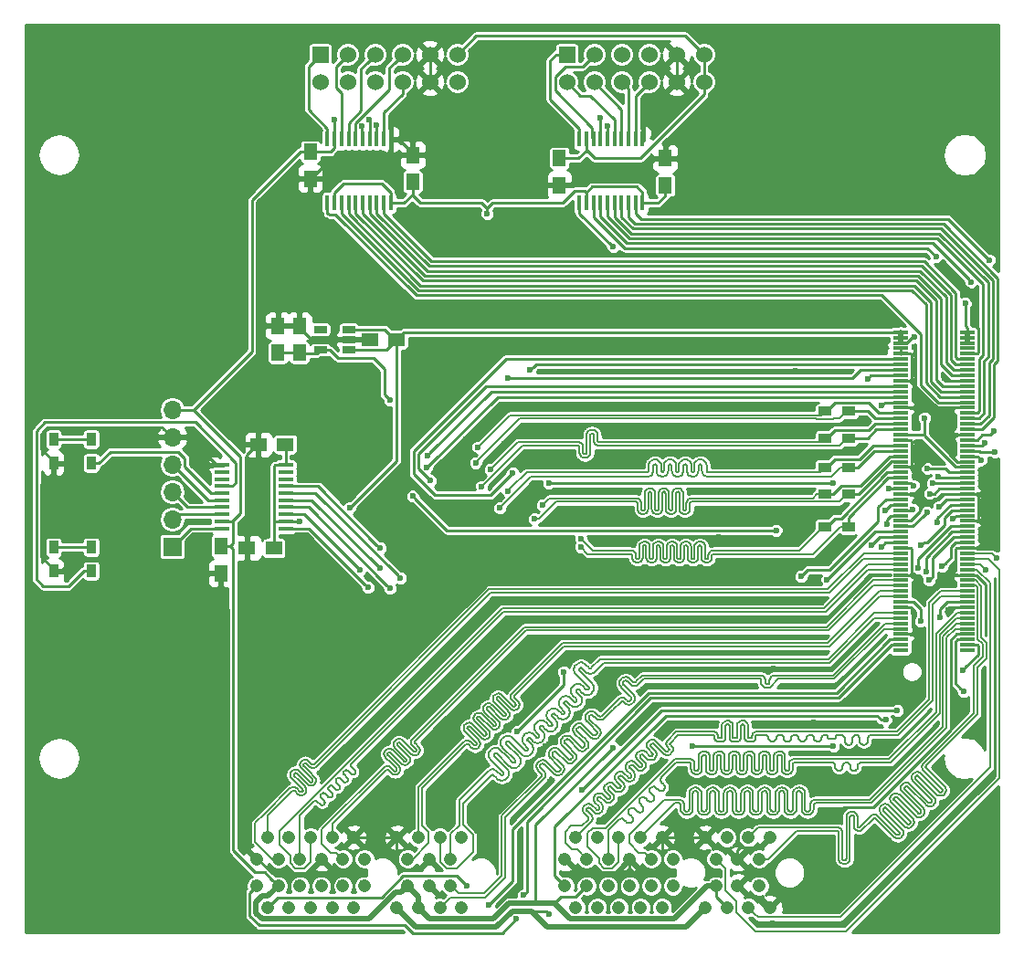
<source format=gbr>
G04 #@! TF.FileFunction,Copper,L1,Top,Signal*
%FSLAX46Y46*%
G04 Gerber Fmt 4.6, Leading zero omitted, Abs format (unit mm)*
G04 Created by KiCad (PCBNEW 4.0.7) date Sat Jan 20 00:24:16 2018*
%MOMM*%
%LPD*%
G01*
G04 APERTURE LIST*
%ADD10C,0.100000*%
%ADD11R,1.200000X0.900000*%
%ADD12R,1.700000X1.700000*%
%ADD13O,1.700000X1.700000*%
%ADD14R,1.448000X0.305000*%
%ADD15R,1.250000X1.500000*%
%ADD16R,1.500000X1.250000*%
%ADD17R,0.900000X1.200000*%
%ADD18R,1.524000X1.524000*%
%ADD19C,1.524000*%
%ADD20R,1.220000X0.650000*%
%ADD21R,0.450000X1.450000*%
%ADD22R,1.450000X0.450000*%
%ADD23C,1.208000*%
%ADD24C,0.600000*%
%ADD25C,0.250000*%
%ADD26C,0.500000*%
%ADD27C,0.160000*%
%ADD28C,0.254000*%
G04 APERTURE END LIST*
D10*
D11*
X76700000Y-44000000D03*
X74500000Y-44000000D03*
D12*
X14000000Y-48850000D03*
D13*
X14000000Y-46310000D03*
X14000000Y-43770000D03*
X14000000Y-41230000D03*
X14000000Y-38690000D03*
X14000000Y-36150000D03*
D14*
X81494000Y-58468950D03*
X87666000Y-58468950D03*
X81494000Y-57968950D03*
X87666000Y-57968950D03*
X81494000Y-57468950D03*
X87666000Y-57468950D03*
X81494000Y-56968950D03*
X87666000Y-56968950D03*
X81494000Y-56468950D03*
X87666000Y-56468950D03*
X81494000Y-55968950D03*
X87666000Y-55968950D03*
X81494000Y-55468950D03*
X87666000Y-55468950D03*
X81494000Y-54968950D03*
X87666000Y-54968950D03*
X81494000Y-54468950D03*
X87666000Y-54468950D03*
X81494000Y-53968950D03*
X87666000Y-53968950D03*
X81494000Y-53468950D03*
X87666000Y-53468950D03*
X81494000Y-52968950D03*
X87666000Y-52968950D03*
X81494000Y-52468950D03*
X87666000Y-52468950D03*
X81494000Y-51968950D03*
X87666000Y-51968950D03*
X81494000Y-51468950D03*
X87666000Y-51468950D03*
X81494000Y-50968950D03*
X87666000Y-50968950D03*
X81494000Y-50468950D03*
X87666000Y-50468950D03*
X81494000Y-49968950D03*
X87666000Y-49968950D03*
X81494000Y-49468950D03*
X87666000Y-49468950D03*
X81494000Y-48968950D03*
X87666000Y-48968950D03*
X81494000Y-48468950D03*
X87666000Y-48468950D03*
X81494000Y-47968950D03*
X87666000Y-47968950D03*
X81494000Y-47468950D03*
X87666000Y-47468950D03*
X81494000Y-46968950D03*
X87666000Y-46968950D03*
X81494000Y-46468950D03*
X87666000Y-46468950D03*
X81494000Y-45968950D03*
X87666000Y-45968950D03*
X81494000Y-45468950D03*
X87666000Y-45468950D03*
X81494000Y-44968950D03*
X87666000Y-44968950D03*
X81494000Y-44468950D03*
X87666000Y-44468950D03*
X81494000Y-43968950D03*
X87666000Y-43968950D03*
X81494000Y-43468950D03*
X87666000Y-43468950D03*
X81494000Y-42968950D03*
X87666000Y-42968950D03*
X81494000Y-42468950D03*
X87666000Y-42468950D03*
X81494000Y-41968950D03*
X87666000Y-41968950D03*
X81494000Y-41468950D03*
X87666000Y-41468950D03*
X81494000Y-40968950D03*
X87666000Y-40968950D03*
X81494000Y-40468950D03*
X87666000Y-40468950D03*
X81494000Y-39968950D03*
X87666000Y-39968950D03*
X81494000Y-39468950D03*
X87666000Y-39468950D03*
X81494000Y-38968950D03*
X87666000Y-38968950D03*
X81494000Y-38468950D03*
X87666000Y-38468950D03*
X81494000Y-37968950D03*
X87666000Y-37968950D03*
X81494000Y-37468950D03*
X87666000Y-37468950D03*
X81494000Y-36968950D03*
X87666000Y-36968950D03*
X81494000Y-36468950D03*
X87666000Y-36468950D03*
X81494000Y-35968950D03*
X87666000Y-35968950D03*
X81494000Y-35468950D03*
X87666000Y-35468950D03*
X81494000Y-34968950D03*
X87666000Y-34968950D03*
X81494000Y-34468950D03*
X87666000Y-34468950D03*
X81494000Y-33968950D03*
X87666000Y-33968950D03*
X81494000Y-33468950D03*
X87666000Y-33468950D03*
X81494000Y-32968950D03*
X87666000Y-32968950D03*
X81494000Y-32468950D03*
X87666000Y-32468950D03*
X81494000Y-31968950D03*
X87666000Y-31968950D03*
X81494000Y-31468950D03*
X87666000Y-31468950D03*
X81494000Y-30968950D03*
X87666000Y-30968950D03*
X81494000Y-30468950D03*
X87666000Y-30468950D03*
X81494000Y-29968950D03*
X87666000Y-29968950D03*
X81494000Y-29468950D03*
X87666000Y-29468950D03*
X81494000Y-28968950D03*
X87666000Y-28968950D03*
D15*
X23790000Y-30880000D03*
X23790000Y-28380000D03*
X25780000Y-30880000D03*
X25780000Y-28380000D03*
X59690000Y-15330000D03*
X59690000Y-12830000D03*
D16*
X34800000Y-29650000D03*
X32300000Y-29650000D03*
D15*
X36290000Y-15030000D03*
X36290000Y-12530000D03*
D17*
X3000000Y-41100000D03*
X3000000Y-38900000D03*
X3000000Y-51100000D03*
X3000000Y-48900000D03*
D18*
X50580000Y-3230000D03*
D19*
X50580000Y-5770000D03*
X53120000Y-3230000D03*
X53120000Y-5770000D03*
X55660000Y-3230000D03*
X55660000Y-5770000D03*
X58200000Y-3230000D03*
X58200000Y-5770000D03*
X60740000Y-3230000D03*
X60740000Y-5770000D03*
X63280000Y-3230000D03*
X63280000Y-5770000D03*
D18*
X27720000Y-3230000D03*
D19*
X27720000Y-5770000D03*
X30260000Y-3230000D03*
X30260000Y-5770000D03*
X32800000Y-3230000D03*
X32800000Y-5770000D03*
X35340000Y-3230000D03*
X35340000Y-5770000D03*
X37880000Y-3230000D03*
X37880000Y-5770000D03*
X40420000Y-3230000D03*
X40420000Y-5770000D03*
D20*
X30360000Y-30600000D03*
X30360000Y-29650000D03*
X30360000Y-28700000D03*
X27740000Y-28700000D03*
X27740000Y-30600000D03*
D21*
X51740000Y-16980000D03*
X52390000Y-16980000D03*
X53040000Y-16980000D03*
X53690000Y-16980000D03*
X54340000Y-16980000D03*
X54990000Y-16980000D03*
X55640000Y-16980000D03*
X56290000Y-16980000D03*
X56940000Y-16980000D03*
X57590000Y-16980000D03*
X57590000Y-11080000D03*
X56940000Y-11080000D03*
X56290000Y-11080000D03*
X55640000Y-11080000D03*
X54990000Y-11080000D03*
X54340000Y-11080000D03*
X53690000Y-11080000D03*
X53040000Y-11080000D03*
X52390000Y-11080000D03*
X51740000Y-11080000D03*
X28390000Y-16980000D03*
X29040000Y-16980000D03*
X29690000Y-16980000D03*
X30340000Y-16980000D03*
X30990000Y-16980000D03*
X31640000Y-16980000D03*
X32290000Y-16980000D03*
X32940000Y-16980000D03*
X33590000Y-16980000D03*
X34240000Y-16980000D03*
X34240000Y-11080000D03*
X33590000Y-11080000D03*
X32940000Y-11080000D03*
X32290000Y-11080000D03*
X31640000Y-11080000D03*
X30990000Y-11080000D03*
X30340000Y-11080000D03*
X29690000Y-11080000D03*
X29040000Y-11080000D03*
X28390000Y-11080000D03*
D22*
X24500000Y-47150000D03*
X24500000Y-46500000D03*
X24500000Y-45850000D03*
X24500000Y-45200000D03*
X24500000Y-44550000D03*
X24500000Y-43900000D03*
X24500000Y-43250000D03*
X24500000Y-42600000D03*
X24500000Y-41950000D03*
X24500000Y-41300000D03*
X18600000Y-41300000D03*
X18600000Y-41950000D03*
X18600000Y-42600000D03*
X18600000Y-43250000D03*
X18600000Y-43900000D03*
X18600000Y-44550000D03*
X18600000Y-45200000D03*
X18600000Y-45850000D03*
X18600000Y-46500000D03*
X18600000Y-47150000D03*
D15*
X18490000Y-51330000D03*
X18490000Y-48830000D03*
D16*
X20940000Y-48980000D03*
X23440000Y-48980000D03*
X21990000Y-39380000D03*
X24490000Y-39380000D03*
D15*
X49890000Y-12830000D03*
X49890000Y-15330000D03*
X26790000Y-12230000D03*
X26790000Y-14730000D03*
D11*
X76700000Y-47000000D03*
X74500000Y-47000000D03*
X76700000Y-38800000D03*
X74500000Y-38800000D03*
X76700000Y-36300000D03*
X74500000Y-36300000D03*
X76700000Y-41500000D03*
X74500000Y-41500000D03*
D17*
X6500000Y-41100000D03*
X6500000Y-38900000D03*
X6500000Y-51100000D03*
X6500000Y-48900000D03*
D23*
X60400000Y-77810000D03*
X58400000Y-77810000D03*
X56400000Y-77810000D03*
X54400000Y-77810000D03*
X52400000Y-77810000D03*
X50400000Y-77810000D03*
X51400000Y-75810000D03*
X53400000Y-75810000D03*
X55400000Y-75810000D03*
X57400000Y-75810000D03*
X59400000Y-75810000D03*
X50400000Y-80310000D03*
X52400000Y-80310000D03*
X54400000Y-80310000D03*
X56400000Y-80310000D03*
X58400000Y-80310000D03*
X60400000Y-80310000D03*
X59400000Y-82310000D03*
X57400000Y-82310000D03*
X55400000Y-82310000D03*
X53400000Y-82310000D03*
X51400000Y-82310000D03*
X69400000Y-75810000D03*
X67400000Y-75810000D03*
X65400000Y-75810000D03*
X63400000Y-75810000D03*
X64400000Y-77810000D03*
X66400000Y-77810000D03*
X68400000Y-77810000D03*
X63400000Y-82310000D03*
X65400000Y-82310000D03*
X67400000Y-82310000D03*
X69400000Y-82310000D03*
X68400000Y-80310000D03*
X66400000Y-80310000D03*
X64400000Y-80310000D03*
X31820000Y-77810000D03*
X29820000Y-77810000D03*
X27820000Y-77810000D03*
X25820000Y-77810000D03*
X23820000Y-77810000D03*
X21820000Y-77810000D03*
X22820000Y-75810000D03*
X24820000Y-75810000D03*
X26820000Y-75810000D03*
X28820000Y-75810000D03*
X30820000Y-75810000D03*
X21820000Y-80310000D03*
X23820000Y-80310000D03*
X25820000Y-80310000D03*
X27820000Y-80310000D03*
X29820000Y-80310000D03*
X31820000Y-80310000D03*
X30820000Y-82310000D03*
X28820000Y-82310000D03*
X26820000Y-82310000D03*
X24820000Y-82310000D03*
X22820000Y-82310000D03*
X40820000Y-75810000D03*
X38820000Y-75810000D03*
X36820000Y-75810000D03*
X34820000Y-75810000D03*
X35820000Y-77810000D03*
X37820000Y-77810000D03*
X39820000Y-77810000D03*
X34820000Y-82310000D03*
X36820000Y-82310000D03*
X38820000Y-82310000D03*
X40820000Y-82310000D03*
X39820000Y-80310000D03*
X37820000Y-80310000D03*
X35820000Y-80310000D03*
D24*
X82776014Y-30317958D03*
X85590000Y-33180000D03*
X84840836Y-38629164D03*
X82718000Y-54899676D03*
X49890000Y-35880000D03*
X38890000Y-31980000D03*
X43690000Y-30180000D03*
X48971283Y-70661283D03*
X41190000Y-38880000D03*
X41190000Y-40480000D03*
X39290000Y-49080000D03*
X38547215Y-44751393D03*
X33290000Y-44080000D03*
X71390000Y-58680000D03*
X69790000Y-60180000D03*
X75290000Y-61780000D03*
X67990000Y-61780000D03*
X88790000Y-65980000D03*
X87290000Y-64080000D03*
X57790000Y-70380000D03*
X59590000Y-65980000D03*
X73490000Y-65180000D03*
X78990000Y-65380000D03*
X46190000Y-78080000D03*
X71790000Y-32580000D03*
X49190000Y-40380000D03*
X44790000Y-39280000D03*
X39390000Y-73580000D03*
X28990000Y-69180000D03*
X27890000Y-73680000D03*
X47490000Y-19780000D03*
X71090000Y-35680000D03*
X71090000Y-37980000D03*
X69790000Y-40380000D03*
X67290000Y-43680000D03*
X66090000Y-46480000D03*
X64690000Y-47980000D03*
X85948902Y-54739611D03*
X86890000Y-80580000D03*
X48590000Y-67380000D03*
X44690000Y-71280000D03*
X88190190Y-27080000D03*
X20590000Y-39080000D03*
X60590000Y-10980000D03*
X20440211Y-82947989D03*
X79181749Y-70236804D03*
X79758867Y-66905008D03*
X85690000Y-51940000D03*
X69668535Y-83807785D03*
X89700000Y-47900000D03*
X88930369Y-71145091D03*
X79330000Y-80770000D03*
X30476742Y-45218422D03*
X50290000Y-60480000D03*
X45990000Y-65980000D03*
X48890000Y-82880000D03*
X82769323Y-29429615D03*
X87496563Y-26294239D03*
X83376514Y-55757349D03*
X54873922Y-67475298D03*
X75290000Y-67380000D03*
X62190000Y-67380000D03*
X85150494Y-55362062D03*
X28990000Y-9280000D03*
X83744219Y-36912657D03*
X25790000Y-46480000D03*
X43190000Y-17980000D03*
X45860000Y-83374990D03*
X46560000Y-81160000D03*
X51971163Y-71382735D03*
X81210435Y-64057602D03*
X87249274Y-60299960D03*
X43339867Y-82045220D03*
X41300000Y-80330000D03*
X80126915Y-64926983D03*
X87360904Y-62281399D03*
X78785035Y-48745035D03*
X84155019Y-51939162D03*
X79730000Y-48850000D03*
X85330825Y-50685644D03*
X83955352Y-45675430D03*
X83168011Y-50841461D03*
X74690000Y-51890000D03*
X83897591Y-51169688D03*
X82623136Y-45414826D03*
X86354865Y-46290446D03*
X80255402Y-46762066D03*
X83384600Y-48739298D03*
X72290000Y-51610000D03*
X84945006Y-46585496D03*
X80060000Y-45480000D03*
X85050000Y-45150000D03*
X33239020Y-50824701D03*
X84011357Y-41642741D03*
X85023606Y-42343940D03*
X34182124Y-52713618D03*
X84450997Y-42978850D03*
X31394117Y-50988888D03*
X32153677Y-52632347D03*
X84211801Y-43943462D03*
X90188603Y-38121648D03*
X89712805Y-22290634D03*
X89288581Y-39219423D03*
X88044172Y-24300280D03*
X90277643Y-40086778D03*
X84790000Y-21980000D03*
X88963570Y-40802315D03*
X54885546Y-21030310D03*
X78459418Y-33297774D03*
X33260000Y-48980000D03*
X37618973Y-41511087D03*
X37650000Y-40410000D03*
X37940000Y-42730000D03*
X79759555Y-35775643D03*
X35140000Y-51760000D03*
X45093578Y-33213347D03*
X47175050Y-32492566D03*
X45577962Y-42014954D03*
X34156613Y-35258919D03*
X53674184Y-9089915D03*
X54364990Y-9831639D03*
X31590000Y-9880000D03*
X32272394Y-9245054D03*
X32942239Y-9755053D03*
X90415312Y-49925891D03*
X89363736Y-50959560D03*
X75281875Y-42995783D03*
X48890000Y-42980000D03*
X80390000Y-43480000D03*
X82700690Y-43186012D03*
X36270204Y-44178435D03*
X69963744Y-47353742D03*
X44366339Y-45254268D03*
X45099853Y-43699853D03*
X42112937Y-41075050D03*
X42330667Y-39631860D03*
X42681009Y-43283730D03*
X43500000Y-41700000D03*
X47576707Y-46278522D03*
X48300000Y-45000000D03*
X51844142Y-48867577D03*
X51855819Y-48107655D03*
D25*
X79004891Y-72992830D02*
X76290000Y-72992830D01*
X75890000Y-73392830D02*
X76290000Y-72992830D01*
X75890000Y-73880000D02*
X75890000Y-73392830D01*
X75290000Y-74480000D02*
X75890000Y-73880000D01*
X68190000Y-74480000D02*
X75290000Y-74480000D01*
X68140999Y-74529001D02*
X68190000Y-74480000D01*
X66470999Y-74529001D02*
X68140999Y-74529001D01*
X87666000Y-56968950D02*
X86692000Y-56968950D01*
X86692000Y-56968950D02*
X86166988Y-57493962D01*
X86166988Y-57493962D02*
X86166988Y-65830733D01*
X86166988Y-65830733D02*
X79004891Y-72992830D01*
X27820000Y-77810000D02*
X29090000Y-79080000D01*
X29090000Y-79080000D02*
X30390000Y-79080000D01*
X30390000Y-79080000D02*
X30790000Y-78680000D01*
X30790000Y-78680000D02*
X30790000Y-77465078D01*
X30790000Y-77465078D02*
X31575078Y-76680000D01*
X31575078Y-76680000D02*
X31575078Y-76565078D01*
X31575078Y-76565078D02*
X30820000Y-75810000D01*
X66400000Y-80310000D02*
X67329001Y-81239001D01*
X67900247Y-81239001D02*
X68971246Y-82310000D01*
X67329001Y-81239001D02*
X67900247Y-81239001D01*
X68971246Y-82310000D02*
X69400000Y-82310000D01*
X82543001Y-31056449D02*
X82776014Y-30823436D01*
X82776014Y-30742222D02*
X82776014Y-30317958D01*
X82776014Y-30823436D02*
X82776014Y-30742222D01*
X86680950Y-33480000D02*
X85890000Y-33480000D01*
X85890000Y-33480000D02*
X85590000Y-33180000D01*
X87666000Y-33468950D02*
X86692000Y-33468950D01*
X86692000Y-33468950D02*
X86680950Y-33480000D01*
X81494000Y-46468950D02*
X82468000Y-46468950D01*
X83330350Y-44646880D02*
X83404965Y-44572265D01*
X83330350Y-45606600D02*
X83330350Y-44646880D01*
X82468000Y-46468950D02*
X83330350Y-45606600D01*
X84840836Y-38629164D02*
X85692755Y-37777245D01*
X85692755Y-37777245D02*
X85692755Y-36790237D01*
X85692755Y-36790237D02*
X84871468Y-35968950D01*
X85990000Y-40229526D02*
X85990000Y-39580000D01*
X86729424Y-40968950D02*
X85990000Y-40229526D01*
X87666000Y-40968950D02*
X86729424Y-40968950D01*
X85990000Y-39580000D02*
X85791672Y-39580000D01*
X85791672Y-39580000D02*
X85140835Y-38929163D01*
X85140835Y-38929163D02*
X84840836Y-38629164D01*
X85990000Y-39580000D02*
X85990000Y-39170950D01*
X88693214Y-46468950D02*
X88715001Y-46447163D01*
X88715001Y-46447163D02*
X88715001Y-44043951D01*
X88715001Y-44043951D02*
X88640000Y-43968950D01*
X88640000Y-43968950D02*
X87666000Y-43968950D01*
X83490000Y-43280600D02*
X82801650Y-43968950D01*
X83490000Y-42680000D02*
X83490000Y-43280600D01*
X81494000Y-43968950D02*
X82801650Y-43968950D01*
X82801650Y-43968950D02*
X83404965Y-44572265D01*
X84697735Y-44572265D02*
X85301050Y-43968950D01*
X86692000Y-43968950D02*
X87666000Y-43968950D01*
X83404965Y-44572265D02*
X84697735Y-44572265D01*
X85301050Y-43968950D02*
X86692000Y-43968950D01*
X85990000Y-39170950D02*
X86692000Y-38468950D01*
X86692000Y-38468950D02*
X87666000Y-38468950D01*
X82543001Y-41733001D02*
X83490000Y-42680000D01*
X82543001Y-41393949D02*
X82543001Y-41733001D01*
X81494000Y-38968950D02*
X82468000Y-38968950D01*
X82468000Y-38968950D02*
X82543001Y-39043951D01*
X82468000Y-41468950D02*
X81494000Y-41468950D01*
X82543001Y-39043951D02*
X82543001Y-41393949D01*
X82543001Y-41393949D02*
X82468000Y-41468950D01*
X83478950Y-35968950D02*
X84871468Y-35968950D01*
X81494000Y-35968950D02*
X83478950Y-35968950D01*
X81494000Y-48968950D02*
X82468000Y-48968950D01*
X82468000Y-48968950D02*
X82543001Y-49043951D01*
X82543001Y-49043951D02*
X82543001Y-51393949D01*
X82543001Y-51393949D02*
X82468000Y-51468950D01*
X82718000Y-55323940D02*
X82718000Y-54899676D01*
X82718000Y-56718950D02*
X82718000Y-55323940D01*
X82468000Y-56968950D02*
X82718000Y-56718950D01*
X81494000Y-56968950D02*
X82468000Y-56968950D01*
X81494000Y-54468950D02*
X82468000Y-54468950D01*
X82718000Y-54718950D02*
X82718000Y-54899676D01*
X82468000Y-54468950D02*
X82718000Y-54718950D01*
X83779050Y-52780000D02*
X84850000Y-52780000D01*
X84850000Y-52780000D02*
X85690000Y-51940000D01*
X81494000Y-51468950D02*
X82468000Y-51468950D01*
X82468000Y-51468950D02*
X83779050Y-52780000D01*
X44690000Y-35880000D02*
X41690000Y-38880000D01*
X41690000Y-38880000D02*
X41190000Y-38880000D01*
X49890000Y-35880000D02*
X44690000Y-35880000D01*
X41865736Y-31580000D02*
X39290000Y-31580000D01*
X39290000Y-31580000D02*
X38890000Y-31980000D01*
X43690000Y-30180000D02*
X43265736Y-30180000D01*
X43265736Y-30180000D02*
X41865736Y-31580000D01*
X39290000Y-49080000D02*
X38990001Y-48780001D01*
X38990001Y-48780001D02*
X38290001Y-48780001D01*
X38290001Y-48780001D02*
X35190000Y-45680000D01*
X35190000Y-45680000D02*
X35190000Y-44094185D01*
X35190000Y-44094185D02*
X35869613Y-43414572D01*
X35869613Y-43414572D02*
X36624572Y-43414572D01*
X36624572Y-43414572D02*
X37961393Y-44751393D01*
X37961393Y-44751393D02*
X38547215Y-44751393D01*
X41190000Y-40480000D02*
X41190000Y-38880000D01*
X86219563Y-54468950D02*
X85948902Y-54739611D01*
X87666000Y-54468950D02*
X86219563Y-54468950D01*
X44690000Y-71280000D02*
X48590000Y-67380000D01*
X23790000Y-28380000D02*
X25780000Y-28380000D01*
X25780000Y-28380000D02*
X25800000Y-28400000D01*
X20940000Y-48980000D02*
X20940000Y-40305000D01*
X20940000Y-40305000D02*
X21865000Y-39380000D01*
X21865000Y-39380000D02*
X21990000Y-39380000D01*
X21843311Y-16881125D02*
X21843311Y-28380000D01*
X25800000Y-28400000D02*
X24925000Y-28400000D01*
X21843311Y-28380000D02*
X21843311Y-39108311D01*
X24925000Y-28400000D02*
X24905000Y-28380000D01*
X24905000Y-28380000D02*
X21843311Y-28380000D01*
X25800000Y-28400000D02*
X25800000Y-28525000D01*
X25800000Y-28525000D02*
X26925000Y-29650000D01*
X26925000Y-29650000D02*
X29500000Y-29650000D01*
X29500000Y-29650000D02*
X30360000Y-29650000D01*
X32300000Y-29650000D02*
X30360000Y-29650000D01*
X13150001Y-37840001D02*
X14000000Y-38690000D01*
X2489986Y-37775012D02*
X13085012Y-37775012D01*
X13085012Y-37775012D02*
X13150001Y-37840001D01*
X3000000Y-40950000D02*
X1868116Y-39818116D01*
X1868116Y-39818116D02*
X1868116Y-38396882D01*
X1868116Y-38396882D02*
X2489986Y-37775012D01*
X3000000Y-41100000D02*
X3000000Y-40950000D01*
X16368230Y-51811618D02*
X16849848Y-51330000D01*
X16849848Y-51330000D02*
X18490000Y-51330000D01*
X3000000Y-51100000D02*
X3700000Y-51100000D01*
X3700000Y-51100000D02*
X4820000Y-49980000D01*
X4820000Y-49980000D02*
X10560343Y-49980000D01*
X10560343Y-49980000D02*
X12391961Y-51811618D01*
X12391961Y-51811618D02*
X16368230Y-51811618D01*
X16368230Y-51811618D02*
X19190000Y-54633388D01*
X19190000Y-54633388D02*
X19190000Y-81697778D01*
X19190000Y-81697778D02*
X20140212Y-82647990D01*
X20140212Y-82647990D02*
X20440211Y-82947989D01*
X49890000Y-15330000D02*
X50765000Y-15330000D01*
X50765000Y-15330000D02*
X51915000Y-14180000D01*
X58815000Y-12830000D02*
X59690000Y-12830000D01*
X57465000Y-14180000D02*
X58815000Y-12830000D01*
X51915000Y-14180000D02*
X57465000Y-14180000D01*
X88190190Y-28031638D02*
X88190190Y-27504264D01*
X88190190Y-27504264D02*
X88190190Y-27080000D01*
X88715001Y-28556449D02*
X88190190Y-28031638D01*
X88627502Y-30968950D02*
X88715001Y-30881451D01*
X87666000Y-30968950D02*
X88627502Y-30968950D01*
X88715001Y-30881451D02*
X88715001Y-28556449D01*
X82478001Y-33446451D02*
X82573436Y-33351016D01*
X82573436Y-33351016D02*
X82573436Y-31086884D01*
X82573436Y-31086884D02*
X82543001Y-31056449D01*
X82478001Y-33575483D02*
X82478001Y-33446451D01*
X84871468Y-35968950D02*
X82478001Y-33575483D01*
X87666000Y-35968950D02*
X84871468Y-35968950D01*
X81494000Y-33468950D02*
X82468000Y-33468950D01*
X82468000Y-33468950D02*
X82445501Y-33446451D01*
X82445501Y-33446451D02*
X82478001Y-33446451D01*
X82478001Y-30991449D02*
X82445501Y-30991449D01*
X82468000Y-30968950D02*
X81494000Y-30968950D01*
X82543001Y-31056449D02*
X82478001Y-30991449D01*
X82445501Y-30991449D02*
X82468000Y-30968950D01*
X23994436Y-14730000D02*
X21843311Y-16881125D01*
X21843311Y-39108311D02*
X22115000Y-39380000D01*
X26790000Y-14730000D02*
X23994436Y-14730000D01*
X22115000Y-39380000D02*
X21990000Y-39380000D01*
X26790000Y-14730000D02*
X27799658Y-13720342D01*
X27799658Y-13720342D02*
X32574658Y-13720342D01*
X32574658Y-13720342D02*
X34240000Y-12055000D01*
X34240000Y-12055000D02*
X34240000Y-11080000D01*
X34240000Y-11080000D02*
X34965000Y-11080000D01*
X34965000Y-11080000D02*
X36290000Y-12405000D01*
X36290000Y-12405000D02*
X36290000Y-12530000D01*
X36290000Y-12330000D02*
X36290000Y-12205000D01*
X34240000Y-10580000D02*
X34240000Y-11080000D01*
X37880000Y-5770000D02*
X34240000Y-9410000D01*
X34240000Y-9410000D02*
X34240000Y-10580000D01*
X37880000Y-3230000D02*
X37880000Y-4307630D01*
X37880000Y-4307630D02*
X37880000Y-5770000D01*
X20590000Y-39080000D02*
X20857957Y-39347957D01*
X20857957Y-39347957D02*
X21957957Y-39347957D01*
X21957957Y-39347957D02*
X21990000Y-39380000D01*
X59690000Y-12830000D02*
X59690000Y-11880000D01*
X59690000Y-11880000D02*
X60590000Y-10980000D01*
X60740000Y-5770000D02*
X60740000Y-3230000D01*
X57590000Y-11080000D02*
X57590000Y-8920000D01*
X57590000Y-8920000D02*
X60740000Y-5770000D01*
X13999118Y-38690882D02*
X14000000Y-38690000D01*
X27820000Y-77810000D02*
X26504758Y-79125242D01*
X26504758Y-79125242D02*
X23271652Y-79125242D01*
X21956410Y-77810000D02*
X21820000Y-77810000D01*
X23271652Y-79125242D02*
X21956410Y-77810000D01*
X16490000Y-39680000D02*
X15500000Y-38690000D01*
X15500000Y-38690000D02*
X14000000Y-38690000D01*
X16490000Y-39690000D02*
X16490000Y-39680000D01*
X18600000Y-41300000D02*
X18100000Y-41300000D01*
X18100000Y-41300000D02*
X16490000Y-39690000D01*
X3000000Y-41100000D02*
X3000000Y-41950000D01*
X3000000Y-41950000D02*
X1874035Y-43075965D01*
X1874035Y-43075965D02*
X1874035Y-49824035D01*
X1874035Y-49824035D02*
X3000000Y-50950000D01*
X3000000Y-50950000D02*
X3000000Y-51100000D01*
X81494000Y-30468950D02*
X81494000Y-30991449D01*
X87666000Y-46468950D02*
X88693214Y-46468950D01*
X88693214Y-46468950D02*
X89700000Y-47475736D01*
X89700000Y-47475736D02*
X89700000Y-47900000D01*
X87666000Y-48968950D02*
X88631050Y-48968950D01*
X88631050Y-48968950D02*
X89700000Y-47900000D01*
X56400000Y-77810000D02*
X56400000Y-78664184D01*
X56400000Y-78664184D02*
X56005171Y-79059012D01*
X56005171Y-79059012D02*
X51649012Y-79059012D01*
X51649012Y-79059012D02*
X51003999Y-78413999D01*
X51003999Y-78413999D02*
X50400000Y-77810000D01*
X34820000Y-76664184D02*
X34820000Y-75810000D01*
X34820000Y-78184922D02*
X34820000Y-76664184D01*
X35374079Y-78739001D02*
X34820000Y-78184922D01*
X36890999Y-78739001D02*
X35374079Y-78739001D01*
X37820000Y-77810000D02*
X36890999Y-78739001D01*
X86616999Y-49056449D02*
X86616999Y-51013001D01*
X86704498Y-48968950D02*
X86616999Y-49056449D01*
X86616999Y-51013001D02*
X85989999Y-51640001D01*
X87666000Y-48968950D02*
X86704498Y-48968950D01*
X85989999Y-51640001D02*
X86161050Y-51468950D01*
X86161050Y-51468950D02*
X87666000Y-51468950D01*
X85690000Y-51940000D02*
X85989999Y-51640001D01*
X86692000Y-51468950D02*
X87666000Y-51468950D01*
X70092799Y-83807785D02*
X69668535Y-83807785D01*
X79330000Y-80770000D02*
X76292215Y-83807785D01*
X76292215Y-83807785D02*
X70092799Y-83807785D01*
X88930369Y-71169631D02*
X88930369Y-71145091D01*
X90230000Y-51760000D02*
X90230000Y-69845460D01*
X89230368Y-70845092D02*
X88930369Y-71145091D01*
X79330000Y-80770000D02*
X88930369Y-71169631D01*
X90230000Y-69845460D02*
X89230368Y-70845092D01*
X89395022Y-52350898D02*
X89395022Y-55145765D01*
X89394518Y-55146269D02*
X89394517Y-56291630D01*
X88513074Y-51468950D02*
X89395022Y-52350898D01*
X89395022Y-55145765D02*
X89394518Y-55146269D01*
X89395023Y-56292136D02*
X89395023Y-57138365D01*
X87666000Y-51468950D02*
X88513074Y-51468950D01*
X89394517Y-56291630D02*
X89395023Y-56292136D01*
X30820000Y-75810000D02*
X34820000Y-75810000D01*
X56835816Y-79100000D02*
X58484922Y-79100000D01*
X58484922Y-79100000D02*
X59400000Y-78184922D01*
X59400000Y-78184922D02*
X59400000Y-75810000D01*
X56400000Y-78664184D02*
X56835816Y-79100000D01*
X63400000Y-75810000D02*
X64680999Y-74529001D01*
X64680999Y-74529001D02*
X66470999Y-74529001D01*
X59400000Y-75810000D02*
X63400000Y-75810000D01*
X68470999Y-76739001D02*
X67400000Y-76739001D01*
X67400000Y-76739001D02*
X66954079Y-76739001D01*
X66400000Y-77810000D02*
X66400000Y-76955816D01*
X66400000Y-76955816D02*
X66616815Y-76739001D01*
X66616815Y-76739001D02*
X67400000Y-76739001D01*
X66470999Y-76255921D02*
X66470999Y-74529001D01*
X66954079Y-76739001D02*
X66470999Y-76255921D01*
X69400000Y-75810000D02*
X68470999Y-76739001D01*
X34800000Y-40895164D02*
X30776741Y-44918423D01*
X34800000Y-29650000D02*
X34800000Y-40895164D01*
X30776741Y-44918423D02*
X30476742Y-45218422D01*
X45990000Y-65980000D02*
X50290000Y-61680000D01*
X50290000Y-61680000D02*
X50290000Y-60480000D01*
X47321419Y-82624989D02*
X48634989Y-82624989D01*
X48634989Y-82624989D02*
X48890000Y-82880000D01*
X81494000Y-28968950D02*
X35481050Y-28968950D01*
X35481050Y-28968950D02*
X34800000Y-29650000D01*
X30360000Y-30600000D02*
X33834396Y-30600000D01*
X33834396Y-30600000D02*
X34109073Y-30325323D01*
X34124677Y-30325323D02*
X34800000Y-29650000D01*
X34109073Y-30325323D02*
X34124677Y-30325323D01*
X30360000Y-28700000D02*
X33670378Y-28700000D01*
X33670378Y-28700000D02*
X34620378Y-29650000D01*
X34620378Y-29650000D02*
X34800000Y-29650000D01*
X82065500Y-29968950D02*
X82604835Y-29429615D01*
X81494000Y-29968950D02*
X82065500Y-29968950D01*
X82604835Y-29429615D02*
X82769323Y-29429615D01*
X87496563Y-28397013D02*
X87496563Y-26294239D01*
X87666000Y-28968950D02*
X87666000Y-28566450D01*
X87666000Y-28566450D02*
X87496563Y-28397013D01*
D26*
X62796001Y-82913999D02*
X63400000Y-82310000D01*
X34820000Y-82310000D02*
X36582319Y-84072319D01*
X36582319Y-84072319D02*
X44052669Y-84072319D01*
X44052669Y-84072319D02*
X45499999Y-82624989D01*
X45499999Y-82624989D02*
X47321419Y-82624989D01*
X47321419Y-82624989D02*
X48768749Y-84072319D01*
X48768749Y-84072319D02*
X61637681Y-84072319D01*
X61637681Y-84072319D02*
X62796001Y-82913999D01*
X87666000Y-29468950D02*
X87666000Y-29866449D01*
X87666000Y-29468950D02*
X87666000Y-28968950D01*
X81494000Y-29468950D02*
X81494000Y-29866449D01*
X81494000Y-29468950D02*
X81494000Y-28968950D01*
D25*
X81494000Y-53968950D02*
X82671172Y-53968950D01*
X82671172Y-53968950D02*
X83376514Y-54674292D01*
X83376514Y-54674292D02*
X83376514Y-55757349D01*
X85150494Y-54937798D02*
X85150494Y-55362062D01*
X85150494Y-54630859D02*
X85150494Y-54937798D01*
X85812403Y-53968950D02*
X85150494Y-54630859D01*
X87666000Y-53968950D02*
X85812403Y-53968950D01*
X47690000Y-81924978D02*
X47690000Y-74659220D01*
X47690000Y-74659220D02*
X54573923Y-67775297D01*
X54573923Y-67775297D02*
X54873922Y-67475298D01*
X62190000Y-67380000D02*
X75290000Y-67380000D01*
D26*
X47690000Y-81924978D02*
X49455056Y-81924978D01*
X45210045Y-81924978D02*
X47690000Y-81924978D01*
D25*
X42170000Y-1480000D02*
X61530000Y-1480000D01*
X61530000Y-1480000D02*
X63280000Y-3230000D01*
X40420000Y-3230000D02*
X42170000Y-1480000D01*
X19365000Y-48830000D02*
X19650001Y-48544999D01*
X19650001Y-48544999D02*
X19650001Y-46575001D01*
X19650001Y-46575001D02*
X19575000Y-46500000D01*
X19650001Y-49080000D02*
X19650001Y-77014923D01*
X19365000Y-48830000D02*
X19400001Y-48830000D01*
X19400001Y-48830000D02*
X19650001Y-49080000D01*
X18490000Y-48830000D02*
X19365000Y-48830000D01*
X49890000Y-12830000D02*
X51665000Y-12830000D01*
X51665000Y-12830000D02*
X52390000Y-12105000D01*
X21390000Y-30726443D02*
X15966443Y-36150000D01*
X21390000Y-16698025D02*
X21390000Y-30726443D01*
X25858025Y-12230000D02*
X21390000Y-16698025D01*
X26790000Y-12230000D02*
X25858025Y-12230000D01*
X26790000Y-12230000D02*
X28713335Y-12230000D01*
X28713335Y-12230000D02*
X29040000Y-11903335D01*
X29040000Y-11903335D02*
X29040000Y-11080000D01*
X28990000Y-9280000D02*
X28990000Y-11030000D01*
X28990000Y-11030000D02*
X29040000Y-11080000D01*
X52390000Y-12105000D02*
X52390000Y-12055000D01*
X63280000Y-5770000D02*
X63280000Y-3230000D01*
X53115000Y-12780000D02*
X57425002Y-12780000D01*
X57425002Y-12780000D02*
X63280000Y-6925002D01*
X63280000Y-6925002D02*
X63280000Y-6847630D01*
X63280000Y-6847630D02*
X63280000Y-5770000D01*
X52390000Y-11080000D02*
X52390000Y-12055000D01*
X52390000Y-12055000D02*
X53115000Y-12780000D01*
X13997688Y-36152312D02*
X14000000Y-36150000D01*
X19650001Y-77014923D02*
X21694462Y-79059384D01*
X21694462Y-79059384D02*
X22569384Y-79059384D01*
X22569384Y-79059384D02*
X23216001Y-79706001D01*
X23216001Y-79706001D02*
X23820000Y-80310000D01*
X15202081Y-36150000D02*
X14000000Y-36150000D01*
X15966443Y-36150000D02*
X15202081Y-36150000D01*
X20340011Y-40523568D02*
X15966443Y-36150000D01*
X20340011Y-45734989D02*
X20340011Y-40523568D01*
X19575000Y-46500000D02*
X20340011Y-45734989D01*
X18600000Y-46500000D02*
X19575000Y-46500000D01*
X49455056Y-81924978D02*
X50036926Y-81343108D01*
X50036926Y-81343108D02*
X51366892Y-81343108D01*
X51366892Y-81343108D02*
X51796001Y-80913999D01*
X51796001Y-80913999D02*
X52400000Y-80310000D01*
D26*
X35216001Y-80913999D02*
X35820000Y-80310000D01*
X22314079Y-83364001D02*
X32239187Y-83364001D01*
X34689189Y-80913999D02*
X35216001Y-80913999D01*
X32239187Y-83364001D02*
X34689189Y-80913999D01*
X21765999Y-82815921D02*
X22314079Y-83364001D01*
X21765999Y-81804079D02*
X21765999Y-82815921D01*
X22314079Y-81255999D02*
X21765999Y-81804079D01*
X22874001Y-81255999D02*
X22314079Y-81255999D01*
X23820000Y-80310000D02*
X22874001Y-81255999D01*
X49455056Y-81924978D02*
X50345999Y-82815921D01*
X43771022Y-83364001D02*
X45210045Y-81924978D01*
X37874001Y-83364001D02*
X43771022Y-83364001D01*
X36820000Y-82310000D02*
X37874001Y-83364001D01*
X50902386Y-83372308D02*
X50345999Y-82815921D01*
X60483508Y-83372308D02*
X50902386Y-83372308D01*
X63545816Y-80310000D02*
X60483508Y-83372308D01*
X64400000Y-80310000D02*
X63545816Y-80310000D01*
D25*
X64400000Y-80310000D02*
X64400000Y-81310000D01*
X64400000Y-81310000D02*
X65400000Y-82310000D01*
D26*
X36820000Y-82310000D02*
X36820000Y-81310000D01*
X36820000Y-81310000D02*
X35820000Y-80310000D01*
D25*
X83704498Y-38468950D02*
X83704498Y-38580434D01*
X83704498Y-38580434D02*
X86593014Y-41468950D01*
X86593014Y-41468950D02*
X86692000Y-41468950D01*
X86692000Y-41468950D02*
X87666000Y-41468950D01*
X23440000Y-48980000D02*
X23440000Y-48105000D01*
X23440000Y-48105000D02*
X23449999Y-48095001D01*
X23449999Y-48095001D02*
X23449999Y-46424999D01*
X83744219Y-37336921D02*
X83744219Y-36912657D01*
X83744219Y-38429229D02*
X83744219Y-37336921D01*
X83704498Y-38468950D02*
X83744219Y-38429229D01*
X24500000Y-46500000D02*
X23525000Y-46500000D01*
X23525000Y-46500000D02*
X23449999Y-46424999D01*
X23449999Y-46424999D02*
X23449999Y-41375001D01*
X23525000Y-41300000D02*
X24500000Y-41300000D01*
X23449999Y-41375001D02*
X23525000Y-41300000D01*
X24500000Y-46500000D02*
X25770000Y-46500000D01*
X25770000Y-46500000D02*
X25790000Y-46480000D01*
X50200002Y-16980000D02*
X43690000Y-16980000D01*
X43190000Y-17480000D02*
X43690000Y-16980000D01*
X41790000Y-16980000D02*
X36990000Y-16980000D01*
X41790000Y-16980000D02*
X42690000Y-16980000D01*
X43190000Y-17480000D02*
X43190000Y-17980000D01*
X42690000Y-16980000D02*
X43190000Y-17480000D01*
X51300002Y-15880000D02*
X50200002Y-16980000D01*
X51300002Y-15880000D02*
X52265000Y-15880000D01*
X52265000Y-15880000D02*
X52390000Y-16005000D01*
X36990000Y-16980000D02*
X36290000Y-16280000D01*
X36290000Y-16280000D02*
X36290000Y-16180000D01*
X33415000Y-15180000D02*
X29865000Y-15180000D01*
X29865000Y-15180000D02*
X29040000Y-16005000D01*
X29040000Y-16005000D02*
X29040000Y-16980000D01*
X34240000Y-16980000D02*
X34240000Y-16005000D01*
X34240000Y-16005000D02*
X33415000Y-15180000D01*
X34240000Y-16980000D02*
X35490000Y-16980000D01*
X35490000Y-16980000D02*
X36290000Y-16180000D01*
X36290000Y-16180000D02*
X36290000Y-15030000D01*
X36290000Y-14830000D02*
X36290000Y-14955000D01*
X34265000Y-16980000D02*
X34240000Y-16980000D01*
X24500000Y-41300000D02*
X24500000Y-39390000D01*
X24500000Y-39390000D02*
X24490000Y-39380000D01*
X57065000Y-15480000D02*
X52915000Y-15480000D01*
X52915000Y-15480000D02*
X52390000Y-16005000D01*
X52390000Y-16005000D02*
X52390000Y-16980000D01*
X57590000Y-16980000D02*
X57590000Y-16005000D01*
X57590000Y-16005000D02*
X57065000Y-15480000D01*
X57590000Y-16980000D02*
X59040000Y-16980000D01*
X59040000Y-16980000D02*
X59690000Y-16330000D01*
X59690000Y-16330000D02*
X59690000Y-15330000D01*
X81494000Y-38468950D02*
X83704498Y-38468950D01*
X46859999Y-74333980D02*
X46859999Y-80860001D01*
X75770349Y-62855012D02*
X58338967Y-62855012D01*
X80656411Y-57968950D02*
X75770349Y-62855012D01*
X81494000Y-57968950D02*
X80656411Y-57968950D01*
X46859999Y-80860001D02*
X46560000Y-81160000D01*
X58338967Y-62855012D02*
X46859999Y-74333980D01*
X45860000Y-83374990D02*
X44573150Y-84661840D01*
X44573150Y-84661840D02*
X36276512Y-84661840D01*
X36276512Y-84661840D02*
X35553684Y-83939012D01*
X35553684Y-83939012D02*
X22075902Y-83939012D01*
X22075902Y-83939012D02*
X21190988Y-83054098D01*
X21190988Y-83054098D02*
X21190988Y-80939012D01*
X21190988Y-80939012D02*
X21820000Y-80310000D01*
X81210435Y-64057602D02*
X59351416Y-64057602D01*
X51998723Y-71410295D02*
X51971163Y-71382735D01*
X59351416Y-64057602D02*
X51998723Y-71410295D01*
X87549273Y-59999961D02*
X87249274Y-60299960D01*
X88715001Y-58834233D02*
X87549273Y-59999961D01*
X88715001Y-58056449D02*
X88715001Y-58834233D01*
X88627502Y-57968950D02*
X88715001Y-58056449D01*
X87666000Y-57968950D02*
X88627502Y-57968950D01*
X58152567Y-62405001D02*
X45552631Y-75004937D01*
X75583949Y-62405001D02*
X58152567Y-62405001D01*
X45552631Y-79832456D02*
X43639866Y-81745221D01*
X43639866Y-81745221D02*
X43339867Y-82045220D01*
X80520000Y-57468950D02*
X75583949Y-62405001D01*
X81494000Y-57468950D02*
X80520000Y-57468950D01*
X45552631Y-75004937D02*
X45552631Y-79832456D01*
X33409001Y-81380999D02*
X35409001Y-79380999D01*
X35409001Y-79380999D02*
X40350999Y-79380999D01*
X40350999Y-79380999D02*
X41300000Y-80330000D01*
X22820000Y-82310000D02*
X23749001Y-81380999D01*
X23749001Y-81380999D02*
X33409001Y-81380999D01*
X50400000Y-80310000D02*
X49470999Y-79380999D01*
X49470999Y-79380999D02*
X49470999Y-74813837D01*
X49470999Y-74813837D02*
X59744815Y-64540021D01*
X59744815Y-64540021D02*
X79315689Y-64540021D01*
X79315689Y-64540021D02*
X79702651Y-64926983D01*
X79702651Y-64926983D02*
X80126915Y-64926983D01*
X87060905Y-61981400D02*
X87360904Y-62281399D01*
X86616999Y-61537494D02*
X87060905Y-61981400D01*
X86616999Y-57658270D02*
X86616999Y-61537494D01*
X86806319Y-57468950D02*
X86616999Y-57658270D01*
X87666000Y-57468950D02*
X86806319Y-57468950D01*
X79561120Y-47968950D02*
X79085034Y-48445036D01*
X79085034Y-48445036D02*
X78785035Y-48745035D01*
X81494000Y-47968950D02*
X79561120Y-47968950D01*
X84455018Y-51639163D02*
X84155019Y-51939162D01*
X87666000Y-47968950D02*
X86431676Y-47968950D01*
X84522593Y-49878033D02*
X84522593Y-51571588D01*
X84522593Y-51571588D02*
X84455018Y-51639163D01*
X86431676Y-47968950D02*
X84522593Y-49878033D01*
X79730000Y-48850000D02*
X80111050Y-48468950D01*
X80111050Y-48468950D02*
X81494000Y-48468950D01*
X86166988Y-49849481D02*
X85630824Y-50385645D01*
X86166988Y-48870049D02*
X86166988Y-49849481D01*
X85630824Y-50385645D02*
X85330825Y-50685644D01*
X87666000Y-48468950D02*
X86568087Y-48468950D01*
X86568087Y-48468950D02*
X86166988Y-48870049D01*
X82661832Y-46968950D02*
X83655353Y-45975429D01*
X83655353Y-45975429D02*
X83955352Y-45675430D01*
X81494000Y-46968950D02*
X82661832Y-46968950D01*
X83168011Y-50417197D02*
X83168011Y-50841461D01*
X87666000Y-46968950D02*
X86157959Y-46968950D01*
X86157959Y-46968950D02*
X83168011Y-49958898D01*
X83168011Y-49958898D02*
X83168011Y-50417197D01*
X74690000Y-51890000D02*
X79111050Y-47468950D01*
X79111050Y-47468950D02*
X81494000Y-47468950D01*
X86295265Y-47468950D02*
X83897591Y-49866624D01*
X83897591Y-50745424D02*
X83897591Y-51169688D01*
X87666000Y-47468950D02*
X86295265Y-47468950D01*
X83897591Y-49866624D02*
X83897591Y-50745424D01*
X81494000Y-45468950D02*
X82569012Y-45468950D01*
X82569012Y-45468950D02*
X82623136Y-45414826D01*
X86676361Y-45968950D02*
X86654864Y-45990447D01*
X87666000Y-45968950D02*
X86676361Y-45968950D01*
X86654864Y-45990447D02*
X86354865Y-46290446D01*
X81494000Y-45968950D02*
X80624254Y-45968950D01*
X80255402Y-46337802D02*
X80255402Y-46762066D01*
X80624254Y-45968950D02*
X80255402Y-46337802D01*
X83684599Y-48439299D02*
X83384600Y-48739298D01*
X84016207Y-48439299D02*
X83684599Y-48439299D01*
X85570008Y-46191405D02*
X85570008Y-46885498D01*
X86292463Y-45468950D02*
X85570008Y-46191405D01*
X87666000Y-45468950D02*
X86292463Y-45468950D01*
X85570008Y-46885498D02*
X84016207Y-48439299D01*
X80520000Y-44468950D02*
X81494000Y-44468950D01*
X72910000Y-50990000D02*
X74930000Y-50990000D01*
X80146048Y-44468950D02*
X80520000Y-44468950D01*
X72290000Y-51610000D02*
X72910000Y-50990000D01*
X79434999Y-45179999D02*
X80146048Y-44468950D01*
X79434999Y-46485001D02*
X79434999Y-45179999D01*
X74930000Y-50990000D02*
X79434999Y-46485001D01*
X84945006Y-46161232D02*
X84945006Y-46585496D01*
X86137288Y-44968950D02*
X84945006Y-46161232D01*
X87666000Y-44968950D02*
X86137288Y-44968950D01*
X80060000Y-45480000D02*
X80571050Y-44968950D01*
X80571050Y-44968950D02*
X81494000Y-44968950D01*
X85730000Y-44468950D02*
X86692000Y-44468950D01*
X85050000Y-45150000D02*
X85730000Y-44470000D01*
X85730000Y-44470000D02*
X85730000Y-44468950D01*
X86692000Y-44468950D02*
X87666000Y-44468950D01*
X32939021Y-50524702D02*
X33239020Y-50824701D01*
X24500000Y-44550000D02*
X26951210Y-44550000D01*
X26951210Y-44550000D02*
X32925912Y-50524702D01*
X32925912Y-50524702D02*
X32939021Y-50524702D01*
X85975477Y-41968950D02*
X85649268Y-41642741D01*
X87666000Y-41968950D02*
X85975477Y-41968950D01*
X85649268Y-41642741D02*
X84435621Y-41642741D01*
X84435621Y-41642741D02*
X84011357Y-41642741D01*
X86616999Y-31288537D02*
X86616999Y-25309801D01*
X86797412Y-31468950D02*
X86616999Y-31288537D01*
X87666000Y-31468950D02*
X86797412Y-31468950D01*
X86616999Y-25309801D02*
X83695644Y-22388446D01*
X38023446Y-22388446D02*
X33590000Y-17955000D01*
X33590000Y-17955000D02*
X33590000Y-16980000D01*
X83695644Y-22388446D02*
X38023446Y-22388446D01*
X85148616Y-42468950D02*
X85023606Y-42343940D01*
X87666000Y-42468950D02*
X85148616Y-42468950D01*
X26668506Y-45200000D02*
X33882125Y-52413619D01*
X33882125Y-52413619D02*
X34182124Y-52713618D01*
X24500000Y-45200000D02*
X26668506Y-45200000D01*
X86166988Y-25496201D02*
X83509244Y-22838457D01*
X87666000Y-31968950D02*
X86568087Y-31968950D01*
X37823457Y-22838457D02*
X32940000Y-17955000D01*
X86166988Y-31567851D02*
X86166988Y-25496201D01*
X32940000Y-17955000D02*
X32940000Y-16980000D01*
X83509244Y-22838457D02*
X37823457Y-22838457D01*
X86568087Y-31968950D02*
X86166988Y-31567851D01*
X84460897Y-42968950D02*
X84450997Y-42978850D01*
X87666000Y-42968950D02*
X84460897Y-42968950D01*
X26255229Y-45850000D02*
X31094118Y-50688889D01*
X31094118Y-50688889D02*
X31394117Y-50988888D01*
X24500000Y-45850000D02*
X26255229Y-45850000D01*
X85716977Y-25682601D02*
X83322844Y-23288468D01*
X32290000Y-17955000D02*
X32290000Y-16980000D01*
X37623468Y-23288468D02*
X32290000Y-17955000D01*
X83322844Y-23288468D02*
X37623468Y-23288468D01*
X87666000Y-32468950D02*
X86431676Y-32468950D01*
X85716977Y-31754251D02*
X85716977Y-25682601D01*
X86431676Y-32468950D02*
X85716977Y-31754251D01*
X85110577Y-43468950D02*
X84636065Y-43943462D01*
X87666000Y-43468950D02*
X85110577Y-43468950D01*
X84636065Y-43943462D02*
X84211801Y-43943462D01*
X26671330Y-47150000D02*
X31853678Y-52332348D01*
X24500000Y-47150000D02*
X26671330Y-47150000D01*
X31853678Y-52332348D02*
X32153677Y-52632347D01*
X86295265Y-32968950D02*
X85266966Y-31940651D01*
X83136444Y-23738479D02*
X37423479Y-23738479D01*
X85266966Y-31940651D02*
X85266966Y-25869001D01*
X31640000Y-17955000D02*
X31640000Y-16980000D01*
X85266966Y-25869001D02*
X83136444Y-23738479D01*
X37423479Y-23738479D02*
X31640000Y-17955000D01*
X87666000Y-32968950D02*
X86295265Y-32968950D01*
X89412806Y-21990635D02*
X89712805Y-22290634D01*
X85899447Y-18477276D02*
X89412806Y-21990635D01*
X57462276Y-18477276D02*
X85899447Y-18477276D01*
X56940000Y-17955000D02*
X57462276Y-18477276D01*
X56940000Y-16980000D02*
X56940000Y-17955000D01*
X87666000Y-38968950D02*
X88640000Y-38968950D01*
X89888604Y-38421647D02*
X90188603Y-38121648D01*
X89798250Y-38512001D02*
X89888604Y-38421647D01*
X88640000Y-38968950D02*
X89096949Y-38512001D01*
X89096949Y-38512001D02*
X89798250Y-38512001D01*
X90251434Y-31890662D02*
X90515045Y-31627051D01*
X90515045Y-23978022D02*
X85464310Y-18927287D01*
X90515045Y-31627051D02*
X90515045Y-23978022D01*
X90165233Y-31976862D02*
X90251434Y-31890662D01*
X89036735Y-37968950D02*
X90165233Y-36840452D01*
X85464310Y-18927287D02*
X56900876Y-18927287D01*
X90165233Y-36840452D02*
X90165233Y-31976862D01*
X87666000Y-37968950D02*
X89036735Y-37968950D01*
X56900876Y-18927287D02*
X56562508Y-18588918D01*
X56562508Y-18588918D02*
X56290000Y-18316410D01*
X56290000Y-18316410D02*
X56290000Y-16980000D01*
X56562508Y-18588918D02*
X56553590Y-18580000D01*
X87666000Y-33968950D02*
X85418540Y-33968950D01*
X84816955Y-26055401D02*
X82950044Y-24188490D01*
X85418540Y-33968950D02*
X84816955Y-33367365D01*
X84816955Y-33367365D02*
X84816955Y-26055401D01*
X82950044Y-24188490D02*
X37223490Y-24188490D01*
X37223490Y-24188490D02*
X30990000Y-17955000D01*
X30990000Y-17955000D02*
X30990000Y-16980000D01*
X88900324Y-37468950D02*
X89715222Y-36654052D01*
X56714477Y-19377298D02*
X55640000Y-18302821D01*
X55640000Y-18302821D02*
X55640000Y-17955000D01*
X90065034Y-24164422D02*
X85277910Y-19377298D01*
X90065034Y-31440651D02*
X90065034Y-24164422D01*
X89801423Y-31704262D02*
X90065034Y-31440651D01*
X89715222Y-31790462D02*
X89801423Y-31704262D01*
X87666000Y-37468950D02*
X88900324Y-37468950D01*
X85277910Y-19377298D02*
X56714477Y-19377298D01*
X55640000Y-17955000D02*
X55640000Y-16980000D01*
X89715222Y-36654052D02*
X89715222Y-31790462D01*
X84345301Y-33533550D02*
X84345301Y-28385311D01*
X85280701Y-34468950D02*
X84345301Y-33533550D01*
X84345301Y-28385311D02*
X84340011Y-28380021D01*
X87666000Y-34468950D02*
X85280701Y-34468950D01*
X82763645Y-24638501D02*
X37023501Y-24638501D01*
X30340000Y-17955000D02*
X30340000Y-16980000D01*
X84340011Y-26214867D02*
X82763645Y-24638501D01*
X37023501Y-24638501D02*
X30340000Y-17955000D01*
X84340011Y-28380021D02*
X84340011Y-26214867D01*
X84340011Y-28380021D02*
X84339990Y-28380000D01*
X87666000Y-36968950D02*
X88763913Y-36968950D01*
X89265211Y-36467652D02*
X89265211Y-31604063D01*
X54990000Y-17955000D02*
X54990000Y-16980000D01*
X85091510Y-19827309D02*
X56528078Y-19827309D01*
X56528078Y-19827309D02*
X54990000Y-18289231D01*
X54990000Y-18289231D02*
X54990000Y-17955000D01*
X89615023Y-31254251D02*
X89615023Y-24350822D01*
X88763913Y-36968950D02*
X89265211Y-36467652D01*
X89615023Y-24350822D02*
X85091510Y-19827309D01*
X89265211Y-31604063D02*
X89615023Y-31254251D01*
X29690000Y-17955000D02*
X29690000Y-16980000D01*
X83851035Y-33675695D02*
X83851035Y-26362301D01*
X83851035Y-26362301D02*
X82577246Y-25088512D01*
X82577246Y-25088512D02*
X36823512Y-25088512D01*
X36823512Y-25088512D02*
X29690000Y-17955000D01*
X87666000Y-34968950D02*
X85144290Y-34968950D01*
X85144290Y-34968950D02*
X83851035Y-33675695D01*
X29101888Y-18030001D02*
X28554999Y-18030001D01*
X28554999Y-18030001D02*
X28489999Y-17965001D01*
X85007879Y-35468950D02*
X83401024Y-33862095D01*
X83401024Y-33862095D02*
X83401024Y-29177417D01*
X83401024Y-29177417D02*
X82948830Y-28725223D01*
X82948830Y-28725223D02*
X82940160Y-28725223D01*
X82940160Y-28725223D02*
X79753460Y-25538523D01*
X79753460Y-25538523D02*
X36610410Y-25538523D01*
X36610410Y-25538523D02*
X29101888Y-18030001D01*
X87666000Y-35468950D02*
X85007879Y-35468950D01*
X28390000Y-17955000D02*
X28390000Y-16980000D01*
X28400001Y-17965001D02*
X28390000Y-17955000D01*
X28489999Y-17965001D02*
X28400001Y-17965001D01*
X84905110Y-20277320D02*
X56341679Y-20277320D01*
X89165012Y-24537222D02*
X84905110Y-20277320D01*
X89165012Y-31067851D02*
X89165012Y-24537222D01*
X88815200Y-36281252D02*
X88815200Y-31417663D01*
X56341679Y-20277320D02*
X54340000Y-18275641D01*
X88815200Y-31417663D02*
X89165012Y-31067851D01*
X88627502Y-36468950D02*
X88815200Y-36281252D01*
X87666000Y-36468950D02*
X88627502Y-36468950D01*
X54340000Y-18275641D02*
X54340000Y-17955000D01*
X54340000Y-17955000D02*
X54340000Y-16980000D01*
X53690000Y-18262051D02*
X56155280Y-20727331D01*
X87744173Y-24000281D02*
X88044172Y-24300280D01*
X84471223Y-20727331D02*
X87744173Y-24000281D01*
X56155280Y-20727331D02*
X84471223Y-20727331D01*
X53690000Y-16980000D02*
X53690000Y-18262051D01*
X89039054Y-39468950D02*
X89288581Y-39219423D01*
X87666000Y-39468950D02*
X89039054Y-39468950D01*
X87666000Y-39468950D02*
X87643501Y-39446451D01*
X55932900Y-21177342D02*
X53040000Y-18284442D01*
X83987342Y-21177342D02*
X55932900Y-21177342D01*
X53040000Y-18284442D02*
X53040000Y-17955000D01*
X84790000Y-21980000D02*
X83987342Y-21177342D01*
X53040000Y-17955000D02*
X53040000Y-16980000D01*
X88763912Y-39968950D02*
X88881740Y-40086778D01*
X87666000Y-39968950D02*
X88763912Y-39968950D01*
X88881740Y-40086778D02*
X89853379Y-40086778D01*
X89853379Y-40086778D02*
X90277643Y-40086778D01*
X88963570Y-40792520D02*
X88963570Y-40802315D01*
X88640000Y-40468950D02*
X88963570Y-40792520D01*
X87666000Y-40468950D02*
X88640000Y-40468950D01*
X51740000Y-17955000D02*
X54815310Y-21030310D01*
X54815310Y-21030310D02*
X54885546Y-21030310D01*
X51740000Y-16980000D02*
X51740000Y-17955000D01*
X24500000Y-43250000D02*
X27530000Y-43250000D01*
X27530000Y-43250000D02*
X32960001Y-48680001D01*
X32960001Y-48680001D02*
X33260000Y-48980000D01*
X78788242Y-32968950D02*
X78759417Y-32997775D01*
X78759417Y-32997775D02*
X78459418Y-33297774D01*
X81494000Y-32968950D02*
X78788242Y-32968950D01*
X81494000Y-34968950D02*
X44161110Y-34968950D01*
X44161110Y-34968950D02*
X37918972Y-41211088D01*
X37918972Y-41211088D02*
X37618973Y-41511087D01*
X81494000Y-34468950D02*
X43591050Y-34468950D01*
X43591050Y-34468950D02*
X37949999Y-40110001D01*
X37949999Y-40110001D02*
X37650000Y-40410000D01*
X37640001Y-42430001D02*
X37940000Y-42730000D01*
X36814480Y-41604480D02*
X37640001Y-42430001D01*
X81494000Y-33968950D02*
X43071050Y-33968950D01*
X43071050Y-33968950D02*
X36814480Y-40225520D01*
X36814480Y-40225520D02*
X36814480Y-41604480D01*
X24500000Y-43900000D02*
X27280000Y-43900000D01*
X27280000Y-43900000D02*
X34840001Y-51460001D01*
X34840001Y-51460001D02*
X35140000Y-51760000D01*
X80066248Y-35468950D02*
X80059554Y-35475644D01*
X81494000Y-35468950D02*
X80066248Y-35468950D01*
X80059554Y-35475644D02*
X79759555Y-35775643D01*
X81494000Y-32468950D02*
X81471501Y-32491449D01*
X81471501Y-32491449D02*
X80509999Y-32491449D01*
X80509999Y-32491449D02*
X80506161Y-32495287D01*
X80506161Y-32495287D02*
X77762267Y-32495287D01*
X77762267Y-32495287D02*
X77044207Y-33213347D01*
X77044207Y-33213347D02*
X45093578Y-33213347D01*
X47475049Y-32192567D02*
X47175050Y-32492566D01*
X72103952Y-31968950D02*
X72090001Y-31954999D01*
X81494000Y-31968950D02*
X72103952Y-31968950D01*
X47712617Y-31954999D02*
X47475049Y-32192567D01*
X72090001Y-31954999D02*
X47712617Y-31954999D01*
X43530900Y-44062016D02*
X45277963Y-42314953D01*
X38346255Y-44062016D02*
X43530900Y-44062016D01*
X36364469Y-42080230D02*
X38346255Y-44062016D01*
X45277963Y-42314953D02*
X45577962Y-42014954D01*
X44903883Y-31468950D02*
X36364469Y-40008364D01*
X81494000Y-31468950D02*
X44903883Y-31468950D01*
X36364469Y-40008364D02*
X36364469Y-42080230D01*
X27740000Y-30600000D02*
X28600000Y-30600000D01*
X28600000Y-30600000D02*
X29370334Y-31370334D01*
X29370334Y-31370334D02*
X32659651Y-31370334D01*
X32659651Y-31370334D02*
X33669317Y-32380000D01*
X33669317Y-32380000D02*
X33669317Y-34771623D01*
X33669317Y-34771623D02*
X34156613Y-35258919D01*
X23790000Y-30880000D02*
X25780000Y-30880000D01*
X25780000Y-30880000D02*
X25800000Y-30900000D01*
X25800000Y-30900000D02*
X27440000Y-30900000D01*
X27440000Y-30900000D02*
X27740000Y-30600000D01*
X6500000Y-38900000D02*
X5800000Y-38900000D01*
X5800000Y-38900000D02*
X3000000Y-38900000D01*
X6500000Y-48900000D02*
X5800000Y-48900000D01*
X5800000Y-48900000D02*
X3000000Y-48900000D01*
X49568000Y-3230000D02*
X50580000Y-3230000D01*
X49042988Y-7407988D02*
X49042988Y-3755012D01*
X51740000Y-10105000D02*
X49042988Y-7407988D01*
X51740000Y-11080000D02*
X51740000Y-10105000D01*
X49042988Y-3755012D02*
X49568000Y-3230000D01*
X54990000Y-11080000D02*
X54990000Y-9254636D01*
X54990000Y-9254636D02*
X52761429Y-7026065D01*
X51836065Y-7026065D02*
X50580000Y-5770000D01*
X52761429Y-7026065D02*
X51836065Y-7026065D01*
X52358001Y-3991999D02*
X53120000Y-3230000D01*
X49492999Y-5248239D02*
X50424237Y-4317001D01*
X52940094Y-10005094D02*
X49492999Y-6557999D01*
X52940094Y-10980094D02*
X52940094Y-10005094D01*
X52032999Y-4317001D02*
X52358001Y-3991999D01*
X49492999Y-6557999D02*
X49492999Y-5248239D01*
X53040000Y-11080000D02*
X52940094Y-10980094D01*
X50424237Y-4317001D02*
X52032999Y-4317001D01*
X55640000Y-11080000D02*
X55640000Y-8313778D01*
X53120000Y-5793778D02*
X53120000Y-5770000D01*
X55640000Y-8313778D02*
X53120000Y-5793778D01*
X53690000Y-11080000D02*
X53690000Y-9105731D01*
X53690000Y-9105731D02*
X53674184Y-9089915D01*
X56290000Y-11080000D02*
X56290000Y-6400000D01*
X56290000Y-6400000D02*
X55660000Y-5770000D01*
X54340000Y-11080000D02*
X54340000Y-9856629D01*
X54340000Y-9856629D02*
X54364990Y-9831639D01*
X56940000Y-11080000D02*
X56940000Y-7030000D01*
X56940000Y-7030000D02*
X58200000Y-5770000D01*
X28390000Y-11080000D02*
X28390000Y-10105000D01*
X28390000Y-10105000D02*
X26632999Y-8347999D01*
X26632999Y-8347999D02*
X26632999Y-4320523D01*
X26632999Y-4320523D02*
X27720000Y-3233522D01*
X27720000Y-3233522D02*
X27720000Y-3230000D01*
X31590000Y-9880000D02*
X31590000Y-11030000D01*
X31590000Y-11030000D02*
X31640000Y-11080000D01*
X29690000Y-11080000D02*
X29700377Y-11069623D01*
X29700377Y-6819139D02*
X29172999Y-6291761D01*
X29498001Y-3991999D02*
X30260000Y-3230000D01*
X29700377Y-11069623D02*
X29700377Y-6819139D01*
X29172999Y-6291761D02*
X29172999Y-4317001D01*
X29172999Y-4317001D02*
X29498001Y-3991999D01*
X32290000Y-11080000D02*
X32290000Y-9262660D01*
X32290000Y-9262660D02*
X32272394Y-9245054D01*
X32038001Y-3991999D02*
X32800000Y-3230000D01*
X30340000Y-9568587D02*
X31498016Y-8410571D01*
X30340000Y-11080000D02*
X30340000Y-9568587D01*
X31498016Y-4531984D02*
X32038001Y-3991999D01*
X31498016Y-8410571D02*
X31498016Y-4531984D01*
X32940000Y-9757292D02*
X32942239Y-9755053D01*
X32940000Y-11080000D02*
X32940000Y-9757292D01*
X34578001Y-3991999D02*
X35340000Y-3230000D01*
X30990000Y-11080000D02*
X30990000Y-10105000D01*
X34112763Y-4457237D02*
X34578001Y-3991999D01*
X34112763Y-6432235D02*
X34112763Y-4457237D01*
X30990000Y-10105000D02*
X30964999Y-10079999D01*
X30964999Y-10079999D02*
X30964999Y-9579999D01*
X30964999Y-9579999D02*
X34112763Y-6432235D01*
X35340000Y-6847630D02*
X35340000Y-5770000D01*
X33590000Y-8597630D02*
X35340000Y-6847630D01*
X33590000Y-11080000D02*
X33590000Y-8597630D01*
X18600000Y-47150000D02*
X15700000Y-47150000D01*
X15700000Y-47150000D02*
X14000000Y-48850000D01*
X18600000Y-45850000D02*
X14460000Y-45850000D01*
X14460000Y-45850000D02*
X14000000Y-46310000D01*
X18600000Y-45200000D02*
X15430000Y-45200000D01*
X15430000Y-45200000D02*
X14000000Y-43770000D01*
X18600000Y-44550000D02*
X17320000Y-44550000D01*
X17320000Y-44550000D02*
X14000000Y-41230000D01*
X7200000Y-41100000D02*
X6500000Y-41100000D01*
X15175001Y-41450001D02*
X15175001Y-40665999D01*
X8245001Y-40054999D02*
X7200000Y-41100000D01*
X15175001Y-40665999D02*
X14564001Y-40054999D01*
X17625000Y-43900000D02*
X15175001Y-41450001D01*
X18600000Y-43900000D02*
X17625000Y-43900000D01*
X14564001Y-40054999D02*
X8245001Y-40054999D01*
X18600000Y-43250000D02*
X19575000Y-43250000D01*
X19575000Y-43250000D02*
X19890000Y-42935000D01*
X19890000Y-42935000D02*
X19890000Y-41094792D01*
X19890000Y-41094792D02*
X16120209Y-37325001D01*
X16120209Y-37325001D02*
X2208588Y-37325001D01*
X2208588Y-37325001D02*
X1418105Y-38115484D01*
X1418105Y-38115484D02*
X1418105Y-51883453D01*
X1418105Y-51883453D02*
X2024762Y-52490110D01*
X2024762Y-52490110D02*
X4409890Y-52490110D01*
X4409890Y-52490110D02*
X5800000Y-51100000D01*
X5800000Y-51100000D02*
X6500000Y-51100000D01*
D27*
X25712491Y-71856453D02*
X25803738Y-71900396D01*
X22860007Y-73766281D02*
X25120007Y-71506280D01*
X26312143Y-71754083D02*
X26375288Y-71674902D01*
X25120007Y-71506280D02*
X25120005Y-71506279D01*
X25282802Y-69909215D02*
X25305140Y-69881203D01*
X26003752Y-71922932D02*
X26102489Y-71900395D01*
X25120005Y-71506279D02*
X25148017Y-71483941D01*
X26376228Y-68938213D02*
X26408510Y-68953758D01*
X25148017Y-71483941D02*
X25180298Y-71468395D01*
X25267256Y-70047185D02*
X25259284Y-70012254D01*
X27192731Y-69370214D02*
X27283980Y-69326272D01*
X26138249Y-70488036D02*
X26538415Y-70888203D01*
X26538415Y-70888203D02*
X26617597Y-70951348D01*
X25902475Y-71922932D02*
X26003752Y-71922932D01*
X26708844Y-70995290D02*
X26807581Y-71017827D01*
X26375288Y-71674902D02*
X26419230Y-71583654D01*
X27197636Y-70189756D02*
X26703941Y-69696061D01*
X26419230Y-71284903D02*
X26375288Y-71193656D01*
X25346280Y-71506279D02*
X25633309Y-71793308D01*
X25503404Y-69858864D02*
X25531415Y-69881204D01*
X25267257Y-69941495D02*
X25282802Y-69909215D01*
X26375288Y-71193656D02*
X26312143Y-71114474D01*
X26292530Y-71094862D02*
X25798835Y-70601167D01*
X25633309Y-71793308D02*
X25712491Y-71856453D01*
X25180298Y-71468395D02*
X25215228Y-71460423D01*
X25305140Y-69881203D02*
X25333152Y-69858865D01*
X27283980Y-69326272D02*
X27363161Y-69263127D01*
X26419230Y-71583654D02*
X26441767Y-71484917D01*
X26441767Y-71484917D02*
X26441767Y-71383640D01*
X26305470Y-68930240D02*
X26341298Y-68930241D01*
X26408510Y-68953758D02*
X26436521Y-68976098D01*
X25215228Y-71460423D02*
X25251057Y-71460423D01*
X25251057Y-71460423D02*
X25285987Y-71468395D01*
X26193737Y-71856453D02*
X26272918Y-71793308D01*
X25318268Y-71483941D02*
X25346280Y-71506279D01*
X26210246Y-69202371D02*
X26187908Y-69174359D01*
X26270540Y-68938212D02*
X26305470Y-68930240D01*
X25285987Y-71468395D02*
X25318268Y-71483941D01*
X25471122Y-69843319D02*
X25503404Y-69858864D01*
X26617597Y-70951348D02*
X26708844Y-70995290D01*
X25803738Y-71900396D02*
X25902475Y-71922932D01*
X26272918Y-71793308D02*
X26312143Y-71754083D01*
X26210246Y-68976097D02*
X26238258Y-68953759D01*
X26102489Y-71900395D02*
X26193737Y-71856453D01*
X74900000Y-53126279D02*
X78057338Y-49968950D01*
X25798835Y-70601167D02*
X25798835Y-70601171D01*
X26441767Y-71383640D02*
X26419230Y-71284903D01*
X26312143Y-71114474D02*
X26292530Y-71094862D01*
X25259284Y-70012254D02*
X25259283Y-69976426D01*
X27280394Y-70769796D02*
X27324336Y-70678548D01*
X25798835Y-70601171D02*
X25685695Y-70488030D01*
X25333152Y-69858865D02*
X25365434Y-69843318D01*
X25685695Y-70488030D02*
X25305140Y-70107477D01*
X25305140Y-70107477D02*
X25282802Y-70079465D01*
X27324336Y-70678548D02*
X27346873Y-70579811D01*
X26723551Y-69263126D02*
X26802734Y-69326272D01*
X25282802Y-70079465D02*
X25267256Y-70047185D01*
X25259283Y-69976426D02*
X25267257Y-69941495D01*
X25365434Y-69843318D02*
X25400364Y-69835346D01*
X25400364Y-69835346D02*
X25436192Y-69835347D01*
X26703941Y-69696065D02*
X26210246Y-69202371D01*
X25436192Y-69835347D02*
X25471122Y-69843319D01*
X27217249Y-70209368D02*
X27197636Y-70189756D01*
X25531415Y-69881204D02*
X26138249Y-70488036D01*
X41566274Y-55060000D02*
X41566281Y-55060007D01*
X26807581Y-71017827D02*
X26908858Y-71017827D01*
X27007596Y-70995290D02*
X27098843Y-70951348D01*
X26908858Y-71017827D02*
X27007596Y-70995290D01*
X27346873Y-70579811D02*
X27346873Y-70478534D01*
X27098843Y-70951348D02*
X27178024Y-70888203D01*
X26164389Y-69071320D02*
X26172363Y-69036389D01*
X27178024Y-70888203D02*
X27217249Y-70848977D01*
X27217249Y-70848977D02*
X27280394Y-70769796D01*
X27346873Y-70478534D02*
X27324336Y-70379797D01*
X26164390Y-69107148D02*
X26164389Y-69071320D01*
X27324336Y-70379797D02*
X27280394Y-70288550D01*
X27280394Y-70288550D02*
X27217249Y-70209368D01*
X26703941Y-69696061D02*
X26703941Y-69696065D01*
X26187908Y-69174359D02*
X26172362Y-69142079D01*
X26238258Y-68953759D02*
X26270540Y-68938212D01*
X26172362Y-69142079D02*
X26164390Y-69107148D01*
X26172363Y-69036389D02*
X26187908Y-69004109D01*
X26187908Y-69004109D02*
X26210246Y-68976097D01*
X26436521Y-68976098D02*
X26723551Y-69263126D01*
X26341298Y-68930241D02*
X26376228Y-68938213D01*
X26802734Y-69326272D02*
X26893981Y-69370215D01*
X26893981Y-69370215D02*
X26992717Y-69392750D01*
X26992717Y-69392750D02*
X27093995Y-69392751D01*
X28065249Y-68561036D02*
X41566274Y-55060000D01*
X27093995Y-69392751D02*
X27192731Y-69370214D01*
X27363161Y-69263127D02*
X27382773Y-69243515D01*
X27382773Y-69243515D02*
X28065249Y-68561036D01*
X41566281Y-55060007D02*
X43500009Y-53126279D01*
X43500009Y-53126279D02*
X74900000Y-53126279D01*
X78057338Y-49968950D02*
X81494000Y-49968950D01*
X22820000Y-75810000D02*
X22820000Y-73806288D01*
X22820000Y-73806288D02*
X22860007Y-73766281D01*
X22860007Y-73766281D02*
X22860000Y-73766274D01*
X52457869Y-73352895D02*
X52432696Y-73321331D01*
X70663879Y-66543409D02*
X70677966Y-66668433D01*
X56365986Y-69285803D02*
X56365986Y-69245429D01*
X54585440Y-71066350D02*
X54624800Y-71075335D01*
X74232211Y-66430768D02*
X74276693Y-66386286D01*
X52432696Y-73321331D02*
X52415179Y-73284955D01*
X51400000Y-75810000D02*
X52811235Y-74398765D01*
X58584592Y-67115543D02*
X58620967Y-67133060D01*
X54661175Y-71092852D02*
X54692741Y-71118023D01*
X65654995Y-65504987D02*
X65654995Y-66572243D01*
X55385023Y-70196015D02*
X55402540Y-70159641D01*
X52811235Y-74398765D02*
X52879602Y-74313036D01*
X60398959Y-67770172D02*
X60419838Y-67678697D01*
X60398959Y-67493393D02*
X60358249Y-67408857D01*
X57829342Y-68842250D02*
X57760975Y-68756521D01*
X52927178Y-74214242D02*
X52951577Y-74107340D01*
X60083984Y-68128974D02*
X60157342Y-68070473D01*
X68081441Y-66361791D02*
X68089184Y-66349468D01*
X54457237Y-72601682D02*
X54564141Y-72577281D01*
X68125537Y-66326626D02*
X68140000Y-66324997D01*
X58504858Y-67106559D02*
X58545232Y-67106558D01*
X55897022Y-71244398D02*
X55921421Y-71137496D01*
X52406194Y-73245595D02*
X52406194Y-73205221D01*
X53066212Y-73451286D02*
X53151941Y-73519653D01*
X77740000Y-66886845D02*
X77748775Y-66964727D01*
X52879602Y-74313036D02*
X52927178Y-74214242D01*
X58354867Y-67345267D02*
X58345882Y-67305907D01*
X54907074Y-72234346D02*
X54931473Y-72127444D01*
X52951577Y-74107340D02*
X52951577Y-73997688D01*
X52951577Y-73997688D02*
X52927178Y-73890784D01*
X55427713Y-70128075D02*
X55459279Y-70102903D01*
X55849446Y-71343192D02*
X55897022Y-71244398D01*
X52927178Y-73890784D02*
X52879602Y-73791990D01*
X66469641Y-66899077D02*
X66538422Y-66855859D01*
X72490000Y-66886845D02*
X72552511Y-66879801D01*
X75466386Y-66546181D02*
X75475459Y-66465661D01*
X53447817Y-72362947D02*
X53422644Y-72331383D01*
X57210527Y-69607437D02*
X57317429Y-69631838D01*
X54395075Y-71185963D02*
X54412592Y-71149589D01*
X58750923Y-68459077D02*
X58819290Y-68373348D01*
X52415179Y-73165859D02*
X52432696Y-73129485D01*
X52879602Y-73791990D02*
X52811235Y-73706261D01*
X69243102Y-66484033D02*
X69263879Y-66543409D01*
X78241859Y-67202184D02*
X78308221Y-67160486D01*
X75573346Y-66342915D02*
X75611586Y-66329534D01*
X52432696Y-73129485D02*
X52457869Y-73097919D01*
X52565170Y-73046247D02*
X52605544Y-73046246D01*
X73890000Y-66886845D02*
X73952511Y-66879801D01*
X54141889Y-72529705D02*
X54240683Y-72577281D01*
X58429123Y-67133059D02*
X58465498Y-67115542D01*
X52811235Y-73706261D02*
X52457869Y-73352895D01*
X73190000Y-66324998D02*
X73252511Y-66332041D01*
X69277966Y-66668433D02*
X69298743Y-66727809D01*
X52415179Y-73284955D02*
X52406194Y-73245595D01*
X52406194Y-73205221D02*
X52415179Y-73165859D01*
X57427081Y-69631838D02*
X57533985Y-69607437D01*
X53405127Y-72295007D02*
X53396142Y-72255647D01*
X52457869Y-73097919D02*
X52489435Y-73072747D01*
X60146877Y-67066854D02*
X60161578Y-67048419D01*
X60419838Y-67678697D02*
X60419838Y-67584868D01*
X71211887Y-66859024D02*
X71265152Y-66825556D01*
X54931473Y-72017792D02*
X54907074Y-71910888D01*
X57439175Y-68123007D02*
X57475550Y-68105490D01*
X66907277Y-65319756D02*
X66947435Y-65333808D01*
X72043102Y-66484033D02*
X72063879Y-66543409D01*
X52489435Y-73072747D02*
X52525810Y-73055230D01*
X58866866Y-67951096D02*
X58819290Y-67852302D01*
X53758716Y-73451286D02*
X53801183Y-73408817D01*
X78363641Y-67105066D02*
X78405339Y-67038704D01*
X68089184Y-66349468D02*
X68099476Y-66339176D01*
X54347585Y-72601682D02*
X54457237Y-72601682D01*
X53917126Y-73224294D02*
X53941525Y-73117392D01*
X52525810Y-73055230D02*
X52565170Y-73046247D01*
X77541859Y-66359658D02*
X77608221Y-66401356D01*
X70677966Y-66668433D02*
X70698743Y-66727809D01*
X55554089Y-71587333D02*
X55652883Y-71539757D01*
X52605544Y-73046246D02*
X52644904Y-73055231D01*
X65239080Y-66729638D02*
X65265909Y-66652965D01*
X64912246Y-66935002D02*
X64992968Y-66925906D01*
X52644904Y-73055231D02*
X52681279Y-73072748D01*
X58465498Y-67115542D02*
X58504858Y-67106559D01*
X64254995Y-66572243D02*
X64264090Y-66652965D01*
X72876693Y-66386286D02*
X72929958Y-66352818D01*
X52681279Y-73072748D02*
X52712845Y-73097919D01*
X53396142Y-72215273D02*
X53405127Y-72175911D01*
X58354867Y-67226171D02*
X58372384Y-67189797D01*
X53574193Y-73567229D02*
X53672987Y-73519653D01*
X53405127Y-72175911D02*
X53422644Y-72139537D01*
X58307377Y-68641890D02*
X58417029Y-68641890D01*
X52712845Y-73097919D02*
X53066212Y-73451286D01*
X77740000Y-66674998D02*
X77740000Y-66886845D01*
X55682689Y-70128075D02*
X56036056Y-70481442D01*
X56220579Y-70597385D02*
X56327481Y-70621786D01*
X56121785Y-70549809D02*
X56220579Y-70597385D01*
X53151941Y-73519653D02*
X53250735Y-73567229D01*
X75330259Y-66682308D02*
X75368499Y-66668927D01*
X66312246Y-66935002D02*
X66392968Y-66925906D01*
X56036056Y-70481442D02*
X56121785Y-70549809D01*
X70951846Y-66886845D02*
X71090000Y-66886845D01*
X53595492Y-72056298D02*
X53634852Y-72065283D01*
X77608221Y-66401356D02*
X77663641Y-66456776D01*
X76141859Y-66359658D02*
X76208221Y-66401356D01*
X55337533Y-71611734D02*
X55447185Y-71611734D01*
X53672987Y-73519653D02*
X53758716Y-73451286D01*
X53702793Y-72107971D02*
X54056160Y-72461338D01*
X53250735Y-73567229D02*
X53357637Y-73591630D01*
X55738612Y-71471390D02*
X55781079Y-71428921D01*
X70889334Y-66879801D02*
X70951846Y-66886845D01*
X73365152Y-66386286D02*
X73409634Y-66430768D01*
X53357637Y-73591630D02*
X53467289Y-73591630D01*
X55402540Y-70351487D02*
X55385023Y-70315111D01*
X70609634Y-66430768D02*
X70643102Y-66484033D01*
X57407609Y-68403155D02*
X57382436Y-68371591D01*
X53467289Y-73591630D02*
X53574193Y-73567229D01*
X53869550Y-72802042D02*
X53801183Y-72716313D01*
X57594644Y-68105491D02*
X57631019Y-68123008D01*
X53634852Y-72065283D02*
X53671227Y-72082800D01*
X53422644Y-72139537D02*
X53447817Y-72107971D01*
X75453005Y-66584421D02*
X75466386Y-66546181D01*
X58819290Y-67852302D02*
X58750923Y-67766573D01*
X53801183Y-73408817D02*
X53869550Y-73323088D01*
X57364919Y-68335215D02*
X57355934Y-68295855D01*
X76538140Y-67202184D02*
X76612117Y-67228069D01*
X70032211Y-66430768D02*
X70076693Y-66386286D01*
X53869550Y-73323088D02*
X53917126Y-73224294D01*
X53941525Y-73117392D02*
X53941525Y-73007740D01*
X55849446Y-70822146D02*
X55781079Y-70736417D01*
X54564141Y-72577281D02*
X54662935Y-72529705D01*
X74788840Y-66584421D02*
X74810394Y-66618725D01*
X53941525Y-73007740D02*
X53917126Y-72900836D01*
X55921421Y-71027844D02*
X55897022Y-70920940D01*
X57760975Y-69449025D02*
X57829342Y-69363296D01*
X74163879Y-66668433D02*
X74177966Y-66543409D01*
X54545066Y-71066351D02*
X54585440Y-71066350D01*
X53555118Y-72056299D02*
X53595492Y-72056298D01*
X54412592Y-71341435D02*
X54395075Y-71305059D01*
X53917126Y-72900836D02*
X53869550Y-72802042D01*
X55575388Y-70076402D02*
X55614748Y-70085387D01*
X53801183Y-72716313D02*
X53447817Y-72362947D01*
X55535014Y-70076403D02*
X55575388Y-70076402D01*
X53422644Y-72331383D02*
X53405127Y-72295007D01*
X54240683Y-72577281D02*
X54347585Y-72601682D01*
X54437765Y-71372999D02*
X54412592Y-71341435D01*
X56485602Y-69095438D02*
X56524962Y-69086455D01*
X53396142Y-72255647D02*
X53396142Y-72215273D01*
X67134137Y-66798419D02*
X67191577Y-66855859D01*
X53447817Y-72107971D02*
X53479383Y-72082799D01*
X74702803Y-66364469D02*
X74731451Y-66393117D01*
X55897022Y-70920940D02*
X55849446Y-70822146D01*
X54505706Y-71075334D02*
X54545066Y-71066351D01*
X53479383Y-72082799D02*
X53515758Y-72065282D01*
X53515758Y-72065282D02*
X53555118Y-72056299D01*
X53671227Y-72082800D02*
X53702793Y-72107971D01*
X54056160Y-72461338D02*
X54141889Y-72529705D01*
X75402803Y-66647373D02*
X75431451Y-66618725D01*
X54662935Y-72529705D02*
X54748664Y-72461338D01*
X55376038Y-70275751D02*
X55376038Y-70235377D01*
X54748664Y-72461338D02*
X54791131Y-72418869D01*
X55495654Y-70085386D02*
X55535014Y-70076403D01*
X55652883Y-71539757D02*
X55738612Y-71471390D01*
X58708456Y-68501546D02*
X58750923Y-68459077D01*
X56604696Y-69095439D02*
X56641071Y-69112956D01*
X58620967Y-67133060D02*
X58652533Y-67158231D01*
X54791131Y-71726365D02*
X54437765Y-71372999D01*
X72176693Y-66825556D02*
X72229958Y-66859024D01*
X54791131Y-72418869D02*
X54859498Y-72333140D01*
X54859498Y-71812094D02*
X54791131Y-71726365D01*
X54859498Y-72333140D02*
X54907074Y-72234346D01*
X75651846Y-66324998D02*
X75990000Y-66324998D01*
X54931473Y-72127444D02*
X54931473Y-72017792D01*
X57111733Y-69559861D02*
X57210527Y-69607437D01*
X74276693Y-66386286D02*
X74329958Y-66352818D01*
X64391577Y-66855859D02*
X64460358Y-66899077D01*
X55385023Y-70315111D02*
X55376038Y-70275751D01*
X65937031Y-66925906D02*
X66017753Y-66935002D01*
X54907074Y-71910888D02*
X54859498Y-71812094D01*
X54395075Y-71305059D02*
X54386090Y-71265699D01*
X73576693Y-66825556D02*
X73629958Y-66859024D01*
X60885002Y-66324998D02*
X64190000Y-66324997D01*
X54386090Y-71265699D02*
X54386090Y-71225325D01*
X56886970Y-70254450D02*
X56911369Y-70147548D01*
X73311887Y-66352818D02*
X73365152Y-66386286D01*
X54386090Y-71225325D02*
X54395075Y-71185963D01*
X57876918Y-68941044D02*
X57829342Y-68842250D01*
X54412592Y-71149589D02*
X54437765Y-71118023D01*
X58891265Y-68058000D02*
X58866866Y-67951096D01*
X60146877Y-67178894D02*
X60136647Y-67157651D01*
X54437765Y-71118023D02*
X54469331Y-71092851D01*
X56365986Y-69245429D02*
X56374971Y-69206067D01*
X67191577Y-66855859D02*
X67260358Y-66899077D01*
X54469331Y-71092851D02*
X54505706Y-71075334D01*
X54624800Y-71075335D02*
X54661175Y-71092852D01*
X55131837Y-71539757D02*
X55230631Y-71587333D01*
X73689334Y-66879801D02*
X73751846Y-66886845D01*
X56771027Y-69746469D02*
X56417661Y-69393103D01*
X57317429Y-69631838D02*
X57427081Y-69631838D01*
X66639080Y-66729638D02*
X66665909Y-66652965D01*
X56771027Y-70438973D02*
X56839394Y-70353244D01*
X54692741Y-71118023D02*
X55046108Y-71471390D01*
X60299748Y-67928066D02*
X60358249Y-67854709D01*
X59814144Y-68190563D02*
X59907972Y-68190563D01*
X55046108Y-71471390D02*
X55131837Y-71539757D01*
X58545232Y-67106558D02*
X58584592Y-67115543D01*
X55427713Y-70383051D02*
X55402540Y-70351487D01*
X55230631Y-71587333D02*
X55337533Y-71611734D01*
X55921421Y-71137496D02*
X55921421Y-71027844D01*
X58750923Y-67766573D02*
X58397557Y-67413207D01*
X68140000Y-66324997D02*
X68990000Y-66324998D01*
X60131400Y-67111085D02*
X60136647Y-67088097D01*
X55447185Y-71611734D02*
X55554089Y-71587333D01*
X65791577Y-66855859D02*
X65860358Y-66899077D01*
X55781079Y-71428921D02*
X55849446Y-71343192D01*
X58345882Y-67265533D02*
X58354867Y-67226171D01*
X55781079Y-70736417D02*
X55427713Y-70383051D01*
X57901317Y-69047948D02*
X57876918Y-68941044D01*
X55376038Y-70235377D02*
X55385023Y-70196015D01*
X55402540Y-70159641D02*
X55427713Y-70128075D01*
X55459279Y-70102903D02*
X55495654Y-70085386D01*
X56672637Y-69138127D02*
X57026004Y-69491494D01*
X55614748Y-70085387D02*
X55651123Y-70102904D01*
X55651123Y-70102904D02*
X55682689Y-70128075D01*
X76690000Y-67236845D02*
X76767882Y-67228069D01*
X57901317Y-69157600D02*
X57901317Y-69047948D01*
X56327481Y-70621786D02*
X56437133Y-70621786D01*
X57662585Y-68148179D02*
X58015952Y-68501546D01*
X73252511Y-66332041D02*
X73311887Y-66352818D01*
X56437133Y-70621786D02*
X56544037Y-70597385D01*
X56544037Y-70597385D02*
X56642831Y-70549809D01*
X56642831Y-70549809D02*
X56728560Y-70481442D01*
X56728560Y-70481442D02*
X56771027Y-70438973D01*
X77171778Y-66401356D02*
X77238140Y-66359658D01*
X56839394Y-70353244D02*
X56886970Y-70254450D01*
X69165152Y-66386286D02*
X69209634Y-66430768D01*
X72832211Y-66430768D02*
X72876693Y-66386286D01*
X56911369Y-70147548D02*
X56911369Y-70037896D01*
X56911369Y-70037896D02*
X56886970Y-69930992D01*
X76348775Y-66964727D02*
X76374660Y-67038704D01*
X70698743Y-66727809D02*
X70732211Y-66781074D01*
X56886970Y-69930992D02*
X56839394Y-69832198D01*
X69111887Y-66352818D02*
X69165152Y-66386286D01*
X66538422Y-66855859D02*
X66595862Y-66798419D01*
X56839394Y-69832198D02*
X56771027Y-69746469D01*
X60419838Y-67584868D02*
X60398959Y-67493393D01*
X60161578Y-67048419D02*
X60885002Y-66324998D01*
X71965152Y-66386286D02*
X72009634Y-66430768D01*
X56417661Y-69393103D02*
X56392488Y-69361539D01*
X56392488Y-69361539D02*
X56374971Y-69325163D01*
X56374971Y-69325163D02*
X56365986Y-69285803D01*
X58652533Y-67158231D02*
X59564774Y-68070473D01*
X56374971Y-69206067D02*
X56392488Y-69169693D01*
X78308221Y-67160486D02*
X78363641Y-67105066D01*
X56392488Y-69169693D02*
X56417661Y-69138127D01*
X57407609Y-68148179D02*
X57439175Y-68123007D01*
X56417661Y-69138127D02*
X56449227Y-69112955D01*
X56449227Y-69112955D02*
X56485602Y-69095438D01*
X71911887Y-66352818D02*
X71965152Y-66386286D01*
X56524962Y-69086455D02*
X56565336Y-69086454D01*
X66392968Y-66925906D02*
X66469641Y-66899077D01*
X69811887Y-66859024D02*
X69865152Y-66825556D01*
X56565336Y-69086454D02*
X56604696Y-69095439D01*
X85206383Y-53468950D02*
X86782000Y-53468950D01*
X56641071Y-69112956D02*
X56672637Y-69138127D01*
X57026004Y-69491494D02*
X57111733Y-69559861D01*
X72611887Y-66859024D02*
X72665152Y-66825556D01*
X65422722Y-65319756D02*
X65465000Y-65314992D01*
X81274184Y-66324998D02*
X84481933Y-63117249D01*
X57533985Y-69607437D02*
X57632779Y-69559861D01*
X64190000Y-66324997D02*
X64204462Y-66326626D01*
X59907972Y-68190563D02*
X59999448Y-68169685D01*
X57632779Y-69559861D02*
X57718508Y-69491494D01*
X65195862Y-66798419D02*
X65239080Y-66729638D01*
X69963879Y-66668433D02*
X69977966Y-66543409D01*
X57718508Y-69491494D02*
X57760975Y-69449025D01*
X57829342Y-69363296D02*
X57876918Y-69264502D01*
X66716455Y-65386528D02*
X66746540Y-65356443D01*
X57555284Y-68096506D02*
X57594644Y-68105491D01*
X69998743Y-66484033D02*
X70032211Y-66430768D01*
X66983459Y-65356443D02*
X67013544Y-65386528D01*
X65664090Y-66652965D02*
X65690919Y-66729638D01*
X57876918Y-69264502D02*
X57901317Y-69157600D01*
X57760975Y-68756521D02*
X57407609Y-68403155D01*
X57382436Y-68371591D02*
X57364919Y-68335215D01*
X57382436Y-68179745D02*
X57407609Y-68148179D01*
X71152511Y-66879801D02*
X71211887Y-66859024D01*
X75431451Y-66618725D02*
X75453005Y-66584421D01*
X57355934Y-68295855D02*
X57355934Y-68255481D01*
X57355934Y-68255481D02*
X57364919Y-68216119D01*
X57364919Y-68216119D02*
X57382436Y-68179745D01*
X69977966Y-66543409D02*
X69998743Y-66484033D01*
X60299748Y-67335499D02*
X60161578Y-67197329D01*
X60136647Y-67088097D02*
X60146877Y-67066854D01*
X57475550Y-68105490D02*
X57514910Y-68096507D01*
X77774660Y-67038704D02*
X77816358Y-67105066D01*
X64460358Y-66899077D02*
X64537031Y-66925906D01*
X73532211Y-66781074D02*
X73576693Y-66825556D01*
X57514910Y-68096507D02*
X57555284Y-68096506D01*
X57631019Y-68123008D02*
X57662585Y-68148179D01*
X64334137Y-66798419D02*
X64391577Y-66855859D01*
X58015952Y-68501546D02*
X58101681Y-68569913D01*
X65346540Y-65356443D02*
X65382564Y-65333808D01*
X58101681Y-68569913D02*
X58200475Y-68617489D01*
X58372384Y-67189797D02*
X58397557Y-67158231D01*
X77748775Y-66964727D02*
X77774660Y-67038704D01*
X74911586Y-66682308D02*
X74951846Y-66686845D01*
X58200475Y-68617489D02*
X58307377Y-68641890D01*
X58417029Y-68641890D02*
X58523933Y-68617489D01*
X58523933Y-68617489D02*
X58622727Y-68569913D01*
X58397557Y-67413207D02*
X58372384Y-67381643D01*
X58622727Y-68569913D02*
X58708456Y-68501546D01*
X58819290Y-68373348D02*
X58866866Y-68274554D01*
X58866866Y-68274554D02*
X58891265Y-68167652D01*
X59564774Y-68070473D02*
X59638132Y-68128974D01*
X58891265Y-68167652D02*
X58891265Y-68058000D01*
X58372384Y-67381643D02*
X58354867Y-67345267D01*
X58345882Y-67305907D02*
X58345882Y-67265533D01*
X65860358Y-66899077D02*
X65937031Y-66925906D01*
X69551846Y-66886845D02*
X69690000Y-66886845D01*
X65650231Y-65462710D02*
X65654995Y-65504987D01*
X58397557Y-67158231D02*
X58429123Y-67133059D01*
X76067882Y-66333773D02*
X76141859Y-66359658D01*
X59638132Y-68128974D02*
X59722668Y-68169685D01*
X68099476Y-66339176D02*
X68111799Y-66331433D01*
X59722668Y-68169685D02*
X59814144Y-68190563D01*
X59999448Y-68169685D02*
X60083984Y-68128974D01*
X66017753Y-66935002D02*
X66312246Y-66935002D01*
X60157342Y-68070473D02*
X60299748Y-67928066D01*
X72989334Y-66332041D02*
X73051846Y-66324998D01*
X60358249Y-67854709D02*
X60398959Y-67770172D01*
X73443102Y-66484033D02*
X73463879Y-66543409D01*
X60358249Y-67408857D02*
X60299748Y-67335499D01*
X70452511Y-66332041D02*
X70511887Y-66352818D01*
X60161578Y-67197329D02*
X60146877Y-67178894D01*
X60136647Y-67157651D02*
X60131400Y-67134663D01*
X60131400Y-67134663D02*
X60131400Y-67111085D01*
X72763879Y-66668433D02*
X72777966Y-66543409D01*
X64204462Y-66326626D02*
X64218200Y-66331433D01*
X75488840Y-66427421D02*
X75510394Y-66393117D01*
X64218200Y-66331433D02*
X64230523Y-66339176D01*
X78405339Y-67038704D02*
X78431224Y-66964727D01*
X64230523Y-66339176D02*
X64240815Y-66349468D01*
X64240815Y-66349468D02*
X64248558Y-66361791D01*
X77467882Y-66333773D02*
X77541859Y-66359658D01*
X77048775Y-66597115D02*
X77074660Y-66523138D01*
X64248558Y-66361791D02*
X64253365Y-66375529D01*
X64253365Y-66375529D02*
X64254995Y-66389992D01*
X64254995Y-66389992D02*
X64254995Y-66572243D01*
X64264090Y-66652965D02*
X64290919Y-66729638D01*
X64290919Y-66729638D02*
X64334137Y-66798419D01*
X64537031Y-66925906D02*
X64617753Y-66935002D01*
X64617753Y-66935002D02*
X64912246Y-66935002D01*
X72929958Y-66352818D02*
X72989334Y-66332041D01*
X64992968Y-66925906D02*
X65069641Y-66899077D01*
X65069641Y-66899077D02*
X65138422Y-66855859D01*
X65138422Y-66855859D02*
X65195862Y-66798419D01*
X65265909Y-66652965D02*
X65275005Y-66572243D01*
X74590000Y-66324998D02*
X74630259Y-66329534D01*
X65275005Y-66572243D02*
X65275005Y-65504987D01*
X65275005Y-65504987D02*
X65279768Y-65462710D01*
X65279768Y-65462710D02*
X65293820Y-65422552D01*
X75510394Y-66393117D02*
X75539042Y-66364469D01*
X65293820Y-65422552D02*
X65316455Y-65386528D01*
X65316455Y-65386528D02*
X65346540Y-65356443D01*
X71363879Y-66668433D02*
X71377966Y-66543409D01*
X65382564Y-65333808D02*
X65422722Y-65319756D01*
X74766386Y-66465661D02*
X74775459Y-66546181D01*
X65465000Y-65314992D02*
X65507277Y-65319756D01*
X65507277Y-65319756D02*
X65547435Y-65333808D01*
X67054995Y-66572243D02*
X67064090Y-66652965D01*
X66679768Y-65462710D02*
X66693820Y-65422552D01*
X65547435Y-65333808D02*
X65583459Y-65356443D01*
X65583459Y-65356443D02*
X65613544Y-65386528D01*
X72777966Y-66543409D02*
X72798743Y-66484033D01*
X72743102Y-66727809D02*
X72763879Y-66668433D01*
X65613544Y-65386528D02*
X65636179Y-65422552D01*
X65636179Y-65422552D02*
X65650231Y-65462710D01*
X65654995Y-66572243D02*
X65664090Y-66652965D01*
X65690919Y-66729638D02*
X65734137Y-66798419D01*
X66822722Y-65319756D02*
X66865000Y-65314992D01*
X65734137Y-66798419D02*
X65791577Y-66855859D01*
X66595862Y-66798419D02*
X66639080Y-66729638D01*
X69376693Y-66825556D02*
X69429958Y-66859024D01*
X66665909Y-66652965D02*
X66675005Y-66572243D01*
X72077966Y-66668433D02*
X72098743Y-66727809D01*
X66675005Y-66572243D02*
X66675005Y-65504987D01*
X76767882Y-67228069D02*
X76841859Y-67202184D01*
X66675005Y-65504987D02*
X66679768Y-65462710D01*
X77816358Y-67105066D02*
X77871778Y-67160486D01*
X66693820Y-65422552D02*
X66716455Y-65386528D01*
X66746540Y-65356443D02*
X66782564Y-65333808D01*
X66782564Y-65333808D02*
X66822722Y-65319756D01*
X66865000Y-65314992D02*
X66907277Y-65319756D01*
X66947435Y-65333808D02*
X66983459Y-65356443D01*
X67013544Y-65386528D02*
X67036179Y-65422552D01*
X74389334Y-66332041D02*
X74451846Y-66324998D01*
X67036179Y-65422552D02*
X67050231Y-65462710D01*
X67050231Y-65462710D02*
X67054995Y-65504987D01*
X67054995Y-65504987D02*
X67054995Y-66572243D01*
X76305339Y-66523138D02*
X76331224Y-66597115D01*
X67064090Y-66652965D02*
X67090919Y-66729638D01*
X67090919Y-66729638D02*
X67134137Y-66798419D01*
X67260358Y-66899077D02*
X67337031Y-66925906D01*
X67337031Y-66925906D02*
X67417753Y-66935002D01*
X71265152Y-66825556D02*
X71309634Y-66781074D01*
X67417753Y-66935002D02*
X67712246Y-66935002D01*
X67712246Y-66935002D02*
X67792968Y-66925906D01*
X75290000Y-66686845D02*
X75330259Y-66682308D01*
X69752511Y-66879801D02*
X69811887Y-66859024D01*
X68065909Y-66652965D02*
X68075005Y-66572243D01*
X67792968Y-66925906D02*
X67869641Y-66899077D01*
X67869641Y-66899077D02*
X67938422Y-66855859D01*
X67938422Y-66855859D02*
X67995862Y-66798419D01*
X67995862Y-66798419D02*
X68039080Y-66729638D01*
X76471778Y-67160486D02*
X76538140Y-67202184D01*
X77005339Y-67038704D02*
X77031224Y-66964727D01*
X68039080Y-66729638D02*
X68065909Y-66652965D01*
X68075005Y-66572243D02*
X68075005Y-66389992D01*
X68075005Y-66389992D02*
X68076634Y-66375529D01*
X68076634Y-66375529D02*
X68081441Y-66361791D01*
X68111799Y-66331433D02*
X68125537Y-66326626D01*
X68990000Y-66324998D02*
X69052511Y-66332041D01*
X78790000Y-66324998D02*
X81274184Y-66324998D01*
X75368499Y-66668927D02*
X75402803Y-66647373D01*
X69052511Y-66332041D02*
X69111887Y-66352818D01*
X69209634Y-66430768D02*
X69243102Y-66484033D01*
X73051846Y-66324998D02*
X73190000Y-66324998D01*
X72552511Y-66879801D02*
X72611887Y-66859024D01*
X69263879Y-66543409D02*
X69277966Y-66668433D01*
X69298743Y-66727809D02*
X69332211Y-66781074D01*
X74775459Y-66546181D02*
X74788840Y-66584421D01*
X69332211Y-66781074D02*
X69376693Y-66825556D01*
X69429958Y-66859024D02*
X69489334Y-66879801D01*
X69489334Y-66879801D02*
X69551846Y-66886845D01*
X71790000Y-66324998D02*
X71852511Y-66332041D01*
X69690000Y-66886845D02*
X69752511Y-66879801D01*
X69865152Y-66825556D02*
X69909634Y-66781074D01*
X69909634Y-66781074D02*
X69943102Y-66727809D01*
X74329958Y-66352818D02*
X74389334Y-66332041D01*
X69943102Y-66727809D02*
X69963879Y-66668433D01*
X70076693Y-66386286D02*
X70129958Y-66352818D01*
X70129958Y-66352818D02*
X70189334Y-66332041D01*
X70189334Y-66332041D02*
X70251846Y-66324998D01*
X70251846Y-66324998D02*
X70390000Y-66324998D01*
X70390000Y-66324998D02*
X70452511Y-66332041D01*
X70511887Y-66352818D02*
X70565152Y-66386286D01*
X70565152Y-66386286D02*
X70609634Y-66430768D01*
X70643102Y-66484033D02*
X70663879Y-66543409D01*
X77871778Y-67160486D02*
X77938140Y-67202184D01*
X76340000Y-66674998D02*
X76340000Y-66886845D01*
X70732211Y-66781074D02*
X70776693Y-66825556D01*
X75475459Y-66465661D02*
X75488840Y-66427421D01*
X76263641Y-66456776D02*
X76305339Y-66523138D01*
X70776693Y-66825556D02*
X70829958Y-66859024D01*
X70829958Y-66859024D02*
X70889334Y-66879801D01*
X71090000Y-66886845D02*
X71152511Y-66879801D01*
X71309634Y-66781074D02*
X71343102Y-66727809D01*
X71343102Y-66727809D02*
X71363879Y-66668433D01*
X71377966Y-66543409D02*
X71398743Y-66484033D01*
X77074660Y-66523138D02*
X77116358Y-66456776D01*
X73477966Y-66668433D02*
X73498743Y-66727809D01*
X71398743Y-66484033D02*
X71432211Y-66430768D01*
X76340000Y-66886845D02*
X76348775Y-66964727D01*
X71432211Y-66430768D02*
X71476693Y-66386286D01*
X71476693Y-66386286D02*
X71529958Y-66352818D01*
X75611586Y-66329534D02*
X75651846Y-66324998D01*
X71529958Y-66352818D02*
X71589334Y-66332041D01*
X71589334Y-66332041D02*
X71651846Y-66324998D01*
X71651846Y-66324998D02*
X71790000Y-66324998D01*
X71852511Y-66332041D02*
X71911887Y-66352818D01*
X72009634Y-66430768D02*
X72043102Y-66484033D01*
X72063879Y-66543409D02*
X72077966Y-66668433D01*
X72098743Y-66727809D02*
X72132211Y-66781074D01*
X72132211Y-66781074D02*
X72176693Y-66825556D01*
X73409634Y-66430768D02*
X73443102Y-66484033D01*
X72229958Y-66859024D02*
X72289334Y-66879801D01*
X72289334Y-66879801D02*
X72351846Y-66886845D01*
X72351846Y-66886845D02*
X72490000Y-66886845D01*
X74753005Y-66427421D02*
X74766386Y-66465661D01*
X72665152Y-66825556D02*
X72709634Y-66781074D01*
X72709634Y-66781074D02*
X72743102Y-66727809D01*
X72798743Y-66484033D02*
X72832211Y-66430768D01*
X73463879Y-66543409D02*
X73477966Y-66668433D01*
X73498743Y-66727809D02*
X73532211Y-66781074D01*
X73629958Y-66859024D02*
X73689334Y-66879801D01*
X73751846Y-66886845D02*
X73890000Y-66886845D01*
X73952511Y-66879801D02*
X74011887Y-66859024D01*
X74011887Y-66859024D02*
X74065152Y-66825556D01*
X74065152Y-66825556D02*
X74109634Y-66781074D01*
X74109634Y-66781074D02*
X74143102Y-66727809D01*
X74143102Y-66727809D02*
X74163879Y-66668433D01*
X76963641Y-67105066D02*
X77005339Y-67038704D01*
X74177966Y-66543409D02*
X74198743Y-66484033D01*
X74198743Y-66484033D02*
X74232211Y-66430768D01*
X76374660Y-67038704D02*
X76416358Y-67105066D01*
X74451846Y-66324998D02*
X74590000Y-66324998D01*
X74630259Y-66329534D02*
X74668499Y-66342915D01*
X74668499Y-66342915D02*
X74702803Y-66364469D01*
X74731451Y-66393117D02*
X74753005Y-66427421D01*
X74810394Y-66618725D02*
X74839042Y-66647373D01*
X74839042Y-66647373D02*
X74873346Y-66668927D01*
X74873346Y-66668927D02*
X74911586Y-66682308D01*
X77390000Y-66324998D02*
X77467882Y-66333773D01*
X76416358Y-67105066D02*
X76471778Y-67160486D01*
X74951846Y-66686845D02*
X75290000Y-66686845D01*
X75539042Y-66364469D02*
X75573346Y-66342915D01*
X75990000Y-66324998D02*
X76067882Y-66333773D01*
X76208221Y-66401356D02*
X76263641Y-66456776D01*
X76331224Y-66597115D02*
X76340000Y-66674998D01*
X76612117Y-67228069D02*
X76690000Y-67236845D01*
X76841859Y-67202184D02*
X76908221Y-67160486D01*
X76908221Y-67160486D02*
X76963641Y-67105066D01*
X77031224Y-66964727D02*
X77040000Y-66886845D01*
X77040000Y-66886845D02*
X77040000Y-66674998D01*
X77040000Y-66674998D02*
X77048775Y-66597115D01*
X84481933Y-63117249D02*
X84481933Y-54193400D01*
X77116358Y-66456776D02*
X77171778Y-66401356D01*
X77238140Y-66359658D02*
X77312117Y-66333773D01*
X77312117Y-66333773D02*
X77390000Y-66324998D01*
X77663641Y-66456776D02*
X77705339Y-66523138D01*
X78571778Y-66401356D02*
X78638140Y-66359658D01*
X77705339Y-66523138D02*
X77731224Y-66597115D01*
X77731224Y-66597115D02*
X77740000Y-66674998D01*
X77938140Y-67202184D02*
X78012117Y-67228069D01*
X78012117Y-67228069D02*
X78090000Y-67236845D01*
X78090000Y-67236845D02*
X78167882Y-67228069D01*
X78167882Y-67228069D02*
X78241859Y-67202184D01*
X78431224Y-66964727D02*
X78440000Y-66886845D01*
X78440000Y-66886845D02*
X78440000Y-66674998D01*
X78440000Y-66674998D02*
X78448775Y-66597115D01*
X78448775Y-66597115D02*
X78474660Y-66523138D01*
X78474660Y-66523138D02*
X78516358Y-66456776D01*
X78516358Y-66456776D02*
X78571778Y-66401356D01*
X78638140Y-66359658D02*
X78712117Y-66333773D01*
X78712117Y-66333773D02*
X78790000Y-66324998D01*
X84481933Y-54193400D02*
X85206383Y-53468950D01*
X86782000Y-53468950D02*
X87666000Y-53468950D01*
X26930219Y-69017234D02*
X26958232Y-69039574D01*
X22600000Y-73573726D02*
X24913338Y-71260387D01*
X24913338Y-71260387D02*
X24992519Y-71197242D01*
X25857269Y-69238608D02*
X25834732Y-69139871D01*
X25658901Y-69572166D02*
X25738084Y-69635310D01*
X25283781Y-71130763D02*
X25382518Y-71153300D01*
X25901210Y-68848610D02*
X25964355Y-68769429D01*
X26104134Y-71487123D02*
X26112106Y-71452193D01*
X25552947Y-71260387D02*
X25839976Y-71547416D01*
X25059250Y-70314143D02*
X24996106Y-70234960D01*
X26174009Y-68623118D02*
X26272746Y-68600581D01*
X24929625Y-69943701D02*
X24952161Y-69844964D01*
X74767457Y-52806269D02*
X78104776Y-49468950D01*
X25964355Y-68769429D02*
X26003580Y-68730205D01*
X25083767Y-71153300D02*
X25182504Y-71130763D01*
X26088588Y-71519404D02*
X26104134Y-71487123D01*
X25567655Y-69528223D02*
X25658901Y-69572166D01*
X24952161Y-69844964D02*
X24996104Y-69753716D01*
X24996106Y-70234960D02*
X24952163Y-70143714D01*
X24992519Y-71197242D02*
X25083767Y-71153300D01*
X26990511Y-69055118D02*
X27025442Y-69063092D01*
X24929626Y-70044977D02*
X24929625Y-69943701D01*
X25098474Y-69635311D02*
X25177655Y-69572166D01*
X26005957Y-71585300D02*
X26038238Y-71569754D01*
X25177655Y-69572166D02*
X25268903Y-69528224D01*
X26745083Y-70642311D02*
X26773095Y-70664649D01*
X25935199Y-71593272D02*
X25971027Y-71593272D01*
X26911064Y-70680195D02*
X26943345Y-70664649D01*
X26773095Y-70664649D02*
X26805375Y-70680195D01*
X26088588Y-71349153D02*
X26066249Y-71321141D01*
X26003580Y-68730205D02*
X26082761Y-68667060D01*
X26082761Y-68667060D02*
X26174009Y-68623118D01*
X25182504Y-71130763D02*
X25283781Y-71130763D01*
X26038238Y-71569754D02*
X26066250Y-71547416D01*
X27838969Y-68334757D02*
X43367457Y-52806269D01*
X25382518Y-71153300D02*
X25473765Y-71197242D01*
X25473765Y-71197242D02*
X25552947Y-71260387D01*
X26993695Y-70444048D02*
X26971356Y-70416036D01*
X25839976Y-71547416D02*
X25867988Y-71569754D01*
X25867988Y-71569754D02*
X25900268Y-71585300D01*
X25900268Y-71585300D02*
X25935199Y-71593272D01*
X25971027Y-71593272D02*
X26005957Y-71585300D01*
X26066250Y-71547416D02*
X26088588Y-71519404D01*
X26112106Y-71452193D02*
X26112106Y-71416364D01*
X26112106Y-71416364D02*
X26104134Y-71381434D01*
X26104134Y-71381434D02*
X26088588Y-71349153D01*
X26066249Y-71321141D02*
X25059250Y-70314143D01*
X25468918Y-69505686D02*
X25567655Y-69528223D01*
X25059249Y-69674535D02*
X25098474Y-69635311D01*
X24952163Y-70143714D02*
X24929626Y-70044977D01*
X27128482Y-69039574D02*
X27156493Y-69017234D01*
X24996104Y-69753716D02*
X25059249Y-69674535D01*
X26993695Y-70614299D02*
X27009241Y-70582018D01*
X25268903Y-69528224D02*
X25367640Y-69505687D01*
X25367640Y-69505687D02*
X25468918Y-69505686D01*
X25738084Y-69635310D02*
X25757695Y-69654922D01*
X25757695Y-69654922D02*
X26745083Y-70642311D01*
X78104776Y-49468950D02*
X81494000Y-49468950D01*
X26805375Y-70680195D02*
X26840305Y-70688168D01*
X26840305Y-70688168D02*
X26876134Y-70688168D01*
X26876134Y-70688168D02*
X26911064Y-70680195D01*
X26943345Y-70664649D02*
X26971357Y-70642311D01*
X26971357Y-70642311D02*
X26993695Y-70614299D01*
X27009241Y-70582018D02*
X27017213Y-70547088D01*
X27017213Y-70547088D02*
X27017213Y-70511259D01*
X27017213Y-70511259D02*
X27009241Y-70476329D01*
X27009241Y-70476329D02*
X26993695Y-70444048D01*
X26971356Y-70416036D02*
X25964356Y-69409037D01*
X25964356Y-69409037D02*
X25901212Y-69329854D01*
X25901212Y-69329854D02*
X25857269Y-69238608D01*
X25834732Y-69139871D02*
X25834731Y-69038595D01*
X25834731Y-69038595D02*
X25857267Y-68939858D01*
X25857267Y-68939858D02*
X25901210Y-68848610D01*
X26272746Y-68600581D02*
X26374024Y-68600580D01*
X26374024Y-68600580D02*
X26472761Y-68623117D01*
X26472761Y-68623117D02*
X26564007Y-68667060D01*
X26564007Y-68667060D02*
X26643190Y-68730204D01*
X26643190Y-68730204D02*
X26662801Y-68749816D01*
X26662801Y-68749816D02*
X26930219Y-69017234D01*
X26958232Y-69039574D02*
X26990511Y-69055118D01*
X27061270Y-69063091D02*
X27096201Y-69055119D01*
X27025442Y-69063092D02*
X27061270Y-69063091D01*
X27096201Y-69055119D02*
X27128482Y-69039574D01*
X27156493Y-69017234D02*
X27838969Y-68334757D01*
X43367457Y-52806269D02*
X74767457Y-52806269D01*
X22600000Y-73573726D02*
X21700000Y-74473726D01*
X21700000Y-74473726D02*
X21700000Y-76200000D01*
X21700000Y-76200000D02*
X23310000Y-77810000D01*
X23310000Y-77810000D02*
X23820000Y-77810000D01*
X22600000Y-73573726D02*
X22540000Y-73633726D01*
X53284976Y-73190052D02*
X53316540Y-73215225D01*
X58020380Y-67447448D02*
X57995979Y-67340546D01*
X54403524Y-70740846D02*
X54510426Y-70716447D01*
X56088060Y-69005092D02*
X56156427Y-68919363D01*
X54060588Y-71407240D02*
X54036187Y-71300338D01*
X55545016Y-70986747D02*
X55519845Y-70955181D01*
X56509793Y-70220209D02*
X56534964Y-70188645D01*
X54510426Y-70716447D02*
X54620080Y-70716446D01*
X52640184Y-72696342D02*
X52747086Y-72720743D01*
X65975005Y-66549997D02*
X65976634Y-66564459D01*
X84161922Y-62984697D02*
X84161922Y-54052683D01*
X53565120Y-72966643D02*
X53539949Y-72935077D01*
X65999476Y-66600812D02*
X66011799Y-66608555D01*
X52575172Y-73956591D02*
X52550001Y-73925025D01*
X56561466Y-70072534D02*
X56552483Y-70033173D01*
X58579872Y-66756654D02*
X58686774Y-66781055D01*
X50996514Y-74727750D02*
X52002250Y-74727750D01*
X58541362Y-68133012D02*
X58541362Y-68092638D01*
X56322760Y-70262898D02*
X56362120Y-70271883D01*
X52196635Y-72879155D02*
X52239104Y-72836687D01*
X55098112Y-70516086D02*
X55050536Y-70417292D01*
X56561466Y-70112908D02*
X56561466Y-70072534D01*
X56016083Y-69210790D02*
X56040484Y-69103886D01*
X66728601Y-65007031D02*
X66835530Y-64994982D01*
X52592691Y-74112061D02*
X52601674Y-74072700D01*
X67389184Y-66590520D02*
X67399476Y-66600812D01*
X56509793Y-69965233D02*
X56156427Y-69611867D01*
X56552483Y-70152269D02*
X56561466Y-70112908D01*
X58489689Y-67985337D02*
X58136323Y-67631971D01*
X56534964Y-69996799D02*
X56509793Y-69965233D01*
X54620080Y-70716446D02*
X54726982Y-70740847D01*
X55332812Y-71252846D02*
X55372172Y-71261831D01*
X66353365Y-66564459D02*
X66354995Y-66549997D01*
X53118216Y-72495982D02*
X53070640Y-72397188D01*
X53835827Y-71778372D02*
X53921558Y-71846738D01*
X59805037Y-67827005D02*
X59826281Y-67837235D01*
X56040484Y-69427344D02*
X56016083Y-69320442D01*
X51531523Y-76941523D02*
X51007860Y-76941523D01*
X65927417Y-65267021D02*
X65962956Y-65368589D01*
X67425537Y-66613362D02*
X67440000Y-66614992D01*
X64539080Y-66210350D02*
X64565909Y-66287023D01*
X55488282Y-71235329D02*
X55519845Y-71210157D01*
X55901454Y-69866842D02*
X56254820Y-70220208D01*
X58136323Y-66939467D02*
X58178792Y-66896999D01*
X66290000Y-66614992D02*
X66304462Y-66613362D01*
X52400000Y-77810000D02*
X51531523Y-76941523D01*
X67327417Y-65267021D02*
X67362956Y-65368589D01*
X56286384Y-70245381D02*
X56322760Y-70262898D01*
X54176531Y-70899259D02*
X54219000Y-70856791D01*
X81141632Y-66004987D02*
X84161922Y-62984697D01*
X55294679Y-69798475D02*
X55393472Y-69750898D01*
X55571518Y-71062482D02*
X55562535Y-71023121D01*
X67754995Y-66549997D02*
X67754995Y-66367745D01*
X57551414Y-69122960D02*
X57551414Y-69082586D01*
X67102966Y-65042570D02*
X67194078Y-65099820D01*
X57499741Y-69230261D02*
X57524912Y-69198697D01*
X56362120Y-70271883D02*
X56402494Y-70271883D01*
X54036187Y-71300338D02*
X54036187Y-71190686D01*
X55716930Y-69750899D02*
X55815723Y-69798476D01*
X64599476Y-66600812D02*
X64611799Y-66608555D01*
X56088060Y-69526138D02*
X56040484Y-69427344D01*
X53539949Y-73190053D02*
X53565120Y-73158489D01*
X60056280Y-67687803D02*
X60066510Y-67666559D01*
X57524912Y-69006851D02*
X57499741Y-68975285D01*
X58541362Y-68092638D02*
X58532379Y-68053277D01*
X57006031Y-68330494D02*
X57006031Y-68220842D01*
X57078008Y-68536190D02*
X57030432Y-68437396D01*
X54306488Y-72225277D02*
X54342864Y-72242794D01*
X53070640Y-72397188D02*
X53046239Y-72290286D01*
X52056291Y-73280234D02*
X52056291Y-73170582D01*
X58067956Y-67025196D02*
X58136323Y-66939467D01*
X52002250Y-74727750D02*
X52550001Y-74180001D01*
X53539949Y-72935077D02*
X53186583Y-72581711D01*
X67381441Y-66578197D02*
X67389184Y-66590520D01*
X55050536Y-70093834D02*
X55098112Y-69995040D01*
X65059832Y-65175909D02*
X65135921Y-65099820D01*
X53314783Y-71778371D02*
X53413576Y-71730794D01*
X58470218Y-66756655D02*
X58579872Y-66756654D01*
X53630132Y-71706394D02*
X53737034Y-71730795D01*
X52128268Y-72964884D02*
X52196635Y-72879155D01*
X57312708Y-69272950D02*
X57352068Y-69281935D01*
X52845879Y-72768320D02*
X52931610Y-72836686D01*
X56156427Y-69611867D02*
X56088060Y-69526138D01*
X53432650Y-73241727D02*
X53472012Y-73232742D01*
X58382390Y-68291987D02*
X58421752Y-68283002D01*
X60066510Y-67597006D02*
X60056280Y-67575762D01*
X60041579Y-67706237D02*
X60056280Y-67687803D01*
X64890000Y-66614992D02*
X64904462Y-66613362D01*
X55519845Y-70955181D02*
X55166479Y-70601815D01*
X59917078Y-67827005D02*
X59935513Y-67812304D01*
X57352068Y-69281935D02*
X57392442Y-69281935D01*
X64640000Y-66614992D02*
X64890000Y-66614992D01*
X54422598Y-72251779D02*
X54461960Y-72242794D01*
X53070640Y-72073730D02*
X53118216Y-71974936D01*
X64954995Y-65475518D02*
X64967043Y-65368589D01*
X53591622Y-73042378D02*
X53582639Y-73003017D01*
X57524912Y-69198697D02*
X57542431Y-69162321D01*
X56805671Y-68808528D02*
X56891402Y-68876894D01*
X85245655Y-52968950D02*
X87666000Y-52968950D01*
X57276332Y-69255433D02*
X57312708Y-69272950D01*
X65975005Y-65475518D02*
X65975005Y-66549997D01*
X67754995Y-66367745D02*
X67764090Y-66287023D01*
X54274924Y-72200104D02*
X54306488Y-72225277D01*
X52056291Y-73170582D02*
X52080692Y-73063678D01*
X67362956Y-65368589D02*
X67375005Y-65475518D01*
X52196635Y-73571659D02*
X52128268Y-73485930D01*
X66304462Y-66613362D02*
X66318200Y-66608555D01*
X56441856Y-70262898D02*
X56478230Y-70245381D01*
X50423052Y-76356715D02*
X50423052Y-75301212D01*
X53472012Y-73232742D02*
X53508386Y-73215225D01*
X56284627Y-68808527D02*
X56383420Y-68760950D01*
X54498334Y-72225277D02*
X54529897Y-72200105D01*
X56156427Y-68919363D02*
X56198896Y-68876895D01*
X67748558Y-66578197D02*
X67753365Y-66564459D01*
X53186583Y-72581711D02*
X53118216Y-72495982D01*
X53582639Y-73003017D02*
X53565120Y-72966643D01*
X56534964Y-70188645D02*
X56552483Y-70152269D01*
X60041579Y-67557328D02*
X59903409Y-67419158D01*
X55166479Y-69909311D02*
X55208948Y-69866843D01*
X53046239Y-72290286D02*
X53046239Y-72180634D01*
X59903409Y-66826590D02*
X60725013Y-66004987D01*
X57006031Y-68220842D02*
X57030432Y-68113938D01*
X59783319Y-67075960D02*
X59804197Y-66984484D01*
X66894469Y-64994982D02*
X67001398Y-65007031D01*
X64948558Y-66578197D02*
X64953365Y-66564459D01*
X52239104Y-72836687D02*
X52324835Y-72768319D01*
X57188844Y-67886947D02*
X57274575Y-67818579D01*
X56383420Y-68760950D02*
X56490322Y-68736551D01*
X55815723Y-69798476D02*
X55901454Y-69866842D01*
X56599976Y-68736550D02*
X56706878Y-68760951D01*
X55500374Y-69726499D02*
X55610028Y-69726498D01*
X67399476Y-66600812D02*
X67411799Y-66608555D01*
X56254820Y-70220208D02*
X56286384Y-70245381D01*
X51007860Y-76941523D02*
X50423052Y-76356715D01*
X50423052Y-75301212D02*
X50996514Y-74727750D01*
X53046239Y-72180634D02*
X53070640Y-72073730D01*
X64589184Y-66590520D02*
X64599476Y-66600812D01*
X53392276Y-73241727D02*
X53432650Y-73241727D01*
X52550001Y-74180001D02*
X52575172Y-74148437D01*
X64565909Y-66287023D02*
X64575005Y-66367745D01*
X52575172Y-74148437D02*
X52592691Y-74112061D01*
X52601674Y-74072700D02*
X52601674Y-74032326D01*
X52601674Y-74032326D02*
X52592691Y-73992965D01*
X53508386Y-73215225D02*
X53539949Y-73190053D01*
X52592691Y-73992965D02*
X52575172Y-73956591D01*
X52550001Y-73925025D02*
X52196635Y-73571659D01*
X52128268Y-73485930D02*
X52080692Y-73387136D01*
X52080692Y-73387136D02*
X52056291Y-73280234D01*
X52080692Y-73063678D02*
X52128268Y-72964884D01*
X52324835Y-72768319D02*
X52423628Y-72720742D01*
X57030432Y-68113938D02*
X57078008Y-68015144D01*
X56478230Y-70245381D02*
X56509793Y-70220209D01*
X52423628Y-72720742D02*
X52530530Y-72696343D01*
X65435530Y-64994982D02*
X65494469Y-64994982D01*
X52530530Y-72696343D02*
X52640184Y-72696342D01*
X52747086Y-72720743D02*
X52845879Y-72768320D01*
X52931610Y-72836686D02*
X53284976Y-73190052D01*
X56490322Y-68736551D02*
X56599976Y-68736550D01*
X53316540Y-73215225D02*
X53352916Y-73232742D01*
X53352916Y-73232742D02*
X53392276Y-73241727D01*
X53565120Y-73158489D02*
X53582639Y-73122113D01*
X53118216Y-71974936D02*
X53186583Y-71889207D01*
X53582639Y-73122113D02*
X53591622Y-73082752D01*
X53591622Y-73082752D02*
X53591622Y-73042378D01*
X53186583Y-71889207D02*
X53229052Y-71846739D01*
X53229052Y-71846739D02*
X53314783Y-71778371D01*
X53413576Y-71730794D02*
X53520478Y-71706395D01*
X57431804Y-69272950D02*
X57468178Y-69255433D01*
X53520478Y-71706395D02*
X53630132Y-71706394D01*
X53737034Y-71730795D02*
X53835827Y-71778372D01*
X53921558Y-71846738D02*
X54274924Y-72200104D01*
X54342864Y-72242794D02*
X54382224Y-72251779D01*
X54382224Y-72251779D02*
X54422598Y-72251779D01*
X54461960Y-72242794D02*
X54498334Y-72225277D01*
X54529897Y-72200105D02*
X54555068Y-72168541D01*
X56198896Y-68876895D02*
X56284627Y-68808527D01*
X54555068Y-72168541D02*
X54572587Y-72132165D01*
X54572587Y-72132165D02*
X54581570Y-72092804D01*
X54581570Y-72092804D02*
X54581570Y-72052430D01*
X54581570Y-72052430D02*
X54572587Y-72013069D01*
X54572587Y-72013069D02*
X54555068Y-71976695D01*
X54555068Y-71976695D02*
X54529897Y-71945129D01*
X54529897Y-71945129D02*
X54176531Y-71591763D01*
X54176531Y-71591763D02*
X54108164Y-71506034D01*
X54108164Y-71506034D02*
X54060588Y-71407240D01*
X54036187Y-71190686D02*
X54060588Y-71083782D01*
X54060588Y-71083782D02*
X54108164Y-70984988D01*
X54108164Y-70984988D02*
X54176531Y-70899259D01*
X55562535Y-71142217D02*
X55571518Y-71102856D01*
X54219000Y-70856791D02*
X54304731Y-70788423D01*
X54304731Y-70788423D02*
X54403524Y-70740846D01*
X56016083Y-69320442D02*
X56016083Y-69210790D01*
X54726982Y-70740847D02*
X54825775Y-70788424D01*
X66354995Y-66549997D02*
X66354995Y-65475518D01*
X54825775Y-70788424D02*
X54911506Y-70856790D01*
X54911506Y-70856790D02*
X55264872Y-71210156D01*
X55264872Y-71210156D02*
X55296436Y-71235329D01*
X55296436Y-71235329D02*
X55332812Y-71252846D01*
X67375005Y-66549997D02*
X67376634Y-66564459D01*
X55372172Y-71261831D02*
X55412546Y-71261831D01*
X57551414Y-69082586D02*
X57542431Y-69043225D01*
X55412546Y-71261831D02*
X55451908Y-71252846D01*
X55451908Y-71252846D02*
X55488282Y-71235329D01*
X55519845Y-71210157D02*
X55545016Y-71178593D01*
X55545016Y-71178593D02*
X55562535Y-71142217D01*
X55571518Y-71102856D02*
X55571518Y-71062482D01*
X55562535Y-71023121D02*
X55545016Y-70986747D01*
X55166479Y-70601815D02*
X55098112Y-70516086D01*
X55050536Y-70417292D02*
X55026135Y-70310390D01*
X59786603Y-67812304D02*
X59805037Y-67827005D01*
X67440000Y-66614992D02*
X67690000Y-66614992D01*
X55026135Y-70310390D02*
X55026135Y-70200738D01*
X55026135Y-70200738D02*
X55050536Y-70093834D01*
X55098112Y-69995040D02*
X55166479Y-69909311D01*
X64575005Y-66549997D02*
X64576634Y-66564459D01*
X55208948Y-69866843D02*
X55294679Y-69798475D01*
X57696826Y-67771003D02*
X57795619Y-67818580D01*
X55393472Y-69750898D02*
X55500374Y-69726499D01*
X55610028Y-69726498D02*
X55716930Y-69750899D01*
X56402494Y-70271883D02*
X56441856Y-70262898D01*
X56552483Y-70033173D02*
X56534964Y-69996799D01*
X56040484Y-69103886D02*
X56088060Y-69005092D01*
X56706878Y-68760951D02*
X56805671Y-68808528D01*
X57499741Y-68975285D02*
X57146375Y-68621919D01*
X56891402Y-68876894D02*
X57244768Y-69230260D01*
X57244768Y-69230260D02*
X57276332Y-69255433D01*
X57392442Y-69281935D02*
X57431804Y-69272950D01*
X57468178Y-69255433D02*
X57499741Y-69230261D01*
X57542431Y-69162321D02*
X57551414Y-69122960D01*
X57542431Y-69043225D02*
X57524912Y-69006851D01*
X57146375Y-68621919D02*
X57078008Y-68536190D01*
X57030432Y-68437396D02*
X57006031Y-68330494D01*
X58421752Y-68283002D02*
X58458126Y-68265485D01*
X57078008Y-68015144D02*
X57146375Y-67929415D01*
X67194078Y-65099820D02*
X67270167Y-65175909D01*
X57146375Y-67929415D02*
X57188844Y-67886947D01*
X57274575Y-67818579D02*
X57373368Y-67771002D01*
X57373368Y-67771002D02*
X57480270Y-67746603D01*
X64953365Y-66564459D02*
X64954995Y-66549997D01*
X57480270Y-67746603D02*
X57589924Y-67746602D01*
X57589924Y-67746602D02*
X57696826Y-67771003D01*
X57795619Y-67818580D02*
X57881350Y-67886946D01*
X57881350Y-67886946D02*
X58234716Y-68240312D01*
X58234716Y-68240312D02*
X58266280Y-68265485D01*
X58266280Y-68265485D02*
X58302656Y-68283002D01*
X58302656Y-68283002D02*
X58342016Y-68291987D01*
X58342016Y-68291987D02*
X58382390Y-68291987D01*
X58458126Y-68265485D02*
X58489689Y-68240313D01*
X58489689Y-68240313D02*
X58514860Y-68208749D01*
X58514860Y-68208749D02*
X58532379Y-68172373D01*
X58532379Y-68172373D02*
X58541362Y-68133012D01*
X58785567Y-66828632D02*
X58871298Y-66896998D01*
X58532379Y-68053277D02*
X58514860Y-68016903D01*
X58514860Y-68016903D02*
X58489689Y-67985337D01*
X58136323Y-67631971D02*
X58067956Y-67546242D01*
X58067956Y-67546242D02*
X58020380Y-67447448D01*
X57995979Y-67340546D02*
X57995979Y-67230894D01*
X67718200Y-66608555D02*
X67730523Y-66600812D01*
X57995979Y-67230894D02*
X58020380Y-67123990D01*
X58020380Y-67123990D02*
X58067956Y-67025196D01*
X58178792Y-66896999D02*
X58264523Y-66828631D01*
X58264523Y-66828631D02*
X58363316Y-66781054D01*
X58363316Y-66781054D02*
X58470218Y-66756655D01*
X58686774Y-66781055D02*
X58785567Y-66828632D01*
X66459832Y-65175909D02*
X66535921Y-65099820D01*
X58871298Y-66896998D02*
X59786603Y-67812304D01*
X59826281Y-67837235D02*
X59849268Y-67842482D01*
X59849268Y-67842482D02*
X59872847Y-67842482D01*
X59872847Y-67842482D02*
X59895835Y-67837235D01*
X59895835Y-67837235D02*
X59917078Y-67827005D01*
X59935513Y-67812304D02*
X60041579Y-67706237D01*
X60066510Y-67666559D02*
X60071757Y-67643572D01*
X60071757Y-67643572D02*
X60071757Y-67619993D01*
X59844908Y-66899948D02*
X59903409Y-66826590D01*
X60071757Y-67619993D02*
X60066510Y-67597006D01*
X67891577Y-66084129D02*
X67960358Y-66040911D01*
X60056280Y-67575762D02*
X60041579Y-67557328D01*
X59903409Y-67419158D02*
X59844908Y-67345800D01*
X59844908Y-67345800D02*
X59804197Y-67261264D01*
X59804197Y-67261264D02*
X59783319Y-67169788D01*
X59783319Y-67169788D02*
X59783319Y-67075960D01*
X64576634Y-66564459D02*
X64581441Y-66578197D01*
X66318200Y-66608555D02*
X66330523Y-66600812D01*
X59804197Y-66984484D02*
X59844908Y-66899948D01*
X60725013Y-66004987D02*
X64212246Y-66004987D01*
X65002582Y-65267021D02*
X65059832Y-65175909D01*
X64212246Y-66004987D02*
X64292968Y-66014082D01*
X64292968Y-66014082D02*
X64369641Y-66040911D01*
X64369641Y-66040911D02*
X64438422Y-66084129D01*
X64438422Y-66084129D02*
X64495862Y-66141569D01*
X64495862Y-66141569D02*
X64539080Y-66210350D01*
X64575005Y-66367745D02*
X64575005Y-66549997D01*
X64581441Y-66578197D02*
X64589184Y-66590520D01*
X65328601Y-65007031D02*
X65435530Y-64994982D01*
X64611799Y-66608555D02*
X64625537Y-66613362D01*
X64625537Y-66613362D02*
X64640000Y-66614992D01*
X64904462Y-66613362D02*
X64918200Y-66608555D01*
X64918200Y-66608555D02*
X64930523Y-66600812D01*
X64930523Y-66600812D02*
X64940815Y-66590520D01*
X64940815Y-66590520D02*
X64948558Y-66578197D01*
X64954995Y-66549997D02*
X64954995Y-65475518D01*
X64967043Y-65368589D02*
X65002582Y-65267021D01*
X65135921Y-65099820D02*
X65227033Y-65042570D01*
X65227033Y-65042570D02*
X65328601Y-65007031D01*
X65494469Y-64994982D02*
X65601398Y-65007031D01*
X65601398Y-65007031D02*
X65702966Y-65042570D01*
X65702966Y-65042570D02*
X65794078Y-65099820D01*
X65794078Y-65099820D02*
X65870167Y-65175909D01*
X65870167Y-65175909D02*
X65927417Y-65267021D01*
X65962956Y-65368589D02*
X65975005Y-65475518D01*
X65976634Y-66564459D02*
X65981441Y-66578197D01*
X65981441Y-66578197D02*
X65989184Y-66590520D01*
X65989184Y-66590520D02*
X65999476Y-66600812D01*
X66011799Y-66608555D02*
X66025537Y-66613362D01*
X66025537Y-66613362D02*
X66040000Y-66614992D01*
X66040000Y-66614992D02*
X66290000Y-66614992D01*
X66330523Y-66600812D02*
X66340815Y-66590520D01*
X66340815Y-66590520D02*
X66348558Y-66578197D01*
X66348558Y-66578197D02*
X66353365Y-66564459D01*
X66354995Y-65475518D02*
X66367043Y-65368589D01*
X66367043Y-65368589D02*
X66402582Y-65267021D01*
X66402582Y-65267021D02*
X66459832Y-65175909D01*
X66535921Y-65099820D02*
X66627033Y-65042570D01*
X66627033Y-65042570D02*
X66728601Y-65007031D01*
X66835530Y-64994982D02*
X66894469Y-64994982D01*
X67001398Y-65007031D02*
X67102966Y-65042570D01*
X67270167Y-65175909D02*
X67327417Y-65267021D01*
X67375005Y-65475518D02*
X67375005Y-66549997D01*
X67376634Y-66564459D02*
X67381441Y-66578197D01*
X67411799Y-66608555D02*
X67425537Y-66613362D01*
X67690000Y-66614992D02*
X67704462Y-66613362D01*
X67704462Y-66613362D02*
X67718200Y-66608555D01*
X67730523Y-66600812D02*
X67740815Y-66590520D01*
X67740815Y-66590520D02*
X67748558Y-66578197D01*
X67753365Y-66564459D02*
X67754995Y-66549997D01*
X67764090Y-66287023D02*
X67790919Y-66210350D01*
X67790919Y-66210350D02*
X67834137Y-66141569D01*
X67834137Y-66141569D02*
X67891577Y-66084129D01*
X67960358Y-66040911D02*
X68037031Y-66014082D01*
X68037031Y-66014082D02*
X68117753Y-66004987D01*
X68117753Y-66004987D02*
X81141632Y-66004987D01*
X84161922Y-54052683D02*
X85245655Y-52968950D01*
X25820000Y-77810000D02*
X25820000Y-73765630D01*
X29431715Y-70287030D02*
X29486294Y-70299487D01*
X29226948Y-70358682D02*
X29270716Y-70323777D01*
X27812736Y-71772894D02*
X27856504Y-71737989D01*
X25820000Y-73765630D02*
X27105630Y-72480000D01*
X27105630Y-72480000D02*
X27149398Y-72445095D01*
X27764684Y-72776637D02*
X27815122Y-72800926D01*
X30267438Y-70415646D02*
X30254981Y-70361067D01*
X27777831Y-72082676D02*
X27753542Y-72032238D01*
X30195787Y-70620414D02*
X30230691Y-70576645D01*
X30230691Y-70576645D02*
X30254981Y-70526207D01*
X27906942Y-71713699D02*
X27961521Y-71701242D01*
X28471790Y-72069531D02*
X28522228Y-72093820D01*
X29488681Y-70973966D02*
X29226948Y-70712233D01*
X27149398Y-72445095D02*
X27199836Y-72420805D01*
X27310397Y-72408348D02*
X27364976Y-72420805D01*
X28873395Y-71065788D02*
X29135127Y-71327520D01*
X27199836Y-72420805D02*
X27254415Y-72408348D01*
X28522228Y-72093820D02*
X28576807Y-72106278D01*
X27777831Y-71816660D02*
X27812736Y-71772894D01*
X27254415Y-72408348D02*
X27310397Y-72408348D01*
X29862402Y-69800359D02*
X29874860Y-69745780D01*
X27720915Y-72741732D02*
X27764684Y-72776637D01*
X28632789Y-72106278D02*
X28687368Y-72093820D01*
X30641160Y-69298021D02*
X30606255Y-69254252D01*
X27364976Y-72420805D02*
X27415414Y-72445095D01*
X27415414Y-72445095D02*
X27459183Y-72480000D01*
X27459183Y-72480000D02*
X27720915Y-72741732D01*
X29547875Y-71233313D02*
X29560332Y-71178734D01*
X29934054Y-70005127D02*
X29899149Y-69961358D01*
X28146120Y-72592946D02*
X28146120Y-72536964D01*
X28460648Y-71325132D02*
X28448190Y-71270553D01*
X30193400Y-69592381D02*
X30243838Y-69616671D01*
X27815122Y-72800926D02*
X27869701Y-72813384D01*
X30754107Y-69984960D02*
X30808686Y-69972502D01*
X27980262Y-72800926D02*
X28030700Y-72776637D01*
X27869701Y-72813384D02*
X27925683Y-72813384D01*
X29874860Y-69910920D02*
X29862402Y-69856341D01*
X28109373Y-72697963D02*
X28133663Y-72647525D01*
X27741084Y-71977659D02*
X27741084Y-71921677D01*
X30254981Y-70526207D02*
X30267438Y-70471628D01*
X27925683Y-72813384D02*
X27980262Y-72800926D01*
X28030700Y-72776637D02*
X28074469Y-72741732D01*
X27753542Y-71867098D02*
X27777831Y-71816660D01*
X29560332Y-71122752D02*
X29547875Y-71068173D01*
X28074469Y-72741732D02*
X28109373Y-72697963D01*
X28133663Y-72647525D02*
X28146120Y-72592946D01*
X27961521Y-71701242D02*
X28017503Y-71701242D01*
X29375733Y-70287030D02*
X29431715Y-70287030D01*
X28146120Y-72536964D02*
X28133663Y-72482385D01*
X30937797Y-69603523D02*
X30902893Y-69559754D01*
X28133663Y-72482385D02*
X28109373Y-72431947D01*
X29842233Y-70620414D02*
X29886002Y-70655319D01*
X28109373Y-72431947D02*
X28074469Y-72388178D01*
X28074469Y-72388178D02*
X27812736Y-72126445D01*
X27812736Y-72126445D02*
X27777831Y-72082676D01*
X29270716Y-70323777D02*
X29321154Y-70299487D01*
X27753542Y-72032238D02*
X27741084Y-71977659D01*
X28724609Y-70994136D02*
X28779188Y-71006593D01*
X27741084Y-71921677D02*
X27753542Y-71867098D01*
X27856504Y-71737989D02*
X27906942Y-71713699D01*
X28017503Y-71701242D02*
X28072082Y-71713699D01*
X30962087Y-69819101D02*
X30974544Y-69764522D01*
X28072082Y-71713699D02*
X28122520Y-71737989D01*
X30974544Y-69708540D02*
X30962087Y-69653961D01*
X29192043Y-70402448D02*
X29226948Y-70358682D01*
X28428021Y-72034626D02*
X28471790Y-72069531D01*
X29547875Y-71068173D02*
X29523585Y-71017735D01*
X28122520Y-71737989D02*
X28166289Y-71772894D01*
X28166289Y-71772894D02*
X28428021Y-72034626D01*
X28576807Y-72106278D02*
X28632789Y-72106278D01*
X28448190Y-71270553D02*
X28448190Y-71214571D01*
X29226948Y-70712233D02*
X29192043Y-70668464D01*
X28687368Y-72093820D02*
X28737806Y-72069531D01*
X29488681Y-71327520D02*
X29523585Y-71283751D01*
X28519842Y-71065788D02*
X28563610Y-71030883D01*
X29874860Y-69745780D02*
X29899149Y-69695342D01*
X28737806Y-72069531D02*
X28781575Y-72034626D01*
X28781575Y-72034626D02*
X28816479Y-71990857D01*
X29934054Y-69651576D02*
X29977822Y-69616671D01*
X28816479Y-71990857D02*
X28840769Y-71940419D01*
X28840769Y-71940419D02*
X28853226Y-71885840D01*
X29155296Y-70563447D02*
X29155296Y-70507465D01*
X30549339Y-69913308D02*
X30593108Y-69948213D01*
X28853226Y-71885840D02*
X28853226Y-71829858D01*
X44713785Y-54871845D02*
X74554444Y-54871845D01*
X28853226Y-71829858D02*
X28840769Y-71775279D01*
X28840769Y-71775279D02*
X28816479Y-71724841D01*
X28781575Y-71681072D02*
X28519842Y-71419339D01*
X28816479Y-71724841D02*
X28781575Y-71681072D01*
X28484937Y-71375570D02*
X28460648Y-71325132D01*
X28563610Y-71030883D02*
X28614048Y-71006593D01*
X29135127Y-71327520D02*
X29178896Y-71362425D01*
X28519842Y-71419339D02*
X28484937Y-71375570D01*
X28448190Y-71214571D02*
X28460648Y-71159992D01*
X28460648Y-71159992D02*
X28484937Y-71109554D01*
X29229334Y-71386714D02*
X29283913Y-71399172D01*
X28484937Y-71109554D02*
X28519842Y-71065788D01*
X32607875Y-66977755D02*
X44713785Y-54871845D01*
X28614048Y-71006593D02*
X28668627Y-70994136D01*
X28668627Y-70994136D02*
X28724609Y-70994136D01*
X28779188Y-71006593D02*
X28829626Y-71030883D01*
X28829626Y-71030883D02*
X28873395Y-71065788D01*
X29580501Y-70358682D02*
X29842233Y-70620414D01*
X29178896Y-71362425D02*
X29229334Y-71386714D01*
X29283913Y-71399172D02*
X29339895Y-71399172D01*
X29339895Y-71399172D02*
X29394474Y-71386714D01*
X29394474Y-71386714D02*
X29444912Y-71362425D01*
X30902893Y-69913308D02*
X30937797Y-69869539D01*
X29444912Y-71362425D02*
X29488681Y-71327520D01*
X29991019Y-70692066D02*
X30047001Y-70692066D01*
X29523585Y-71283751D02*
X29547875Y-71233313D01*
X29560332Y-71178734D02*
X29560332Y-71122752D01*
X29523585Y-71017735D02*
X29488681Y-70973966D01*
X30195787Y-70266860D02*
X29934054Y-70005127D01*
X29192043Y-70668464D02*
X29167754Y-70618026D01*
X30028260Y-69592381D02*
X30082839Y-69579924D01*
X30047001Y-70692066D02*
X30101580Y-70679608D01*
X29167754Y-70618026D02*
X29155296Y-70563447D01*
X30254981Y-70361067D02*
X30230691Y-70310629D01*
X29155296Y-70507465D02*
X29167754Y-70452886D01*
X29167754Y-70452886D02*
X29192043Y-70402448D01*
X30287607Y-69651576D02*
X30549339Y-69913308D01*
X29321154Y-70299487D02*
X29375733Y-70287030D01*
X29486294Y-70299487D02*
X29536732Y-70323777D01*
X29536732Y-70323777D02*
X29580501Y-70358682D01*
X29886002Y-70655319D02*
X29936440Y-70679608D01*
X29936440Y-70679608D02*
X29991019Y-70692066D01*
X30101580Y-70679608D02*
X30152018Y-70655319D01*
X30152018Y-70655319D02*
X30195787Y-70620414D01*
X30267438Y-70471628D02*
X30267438Y-70415646D01*
X30230691Y-70310629D02*
X30195787Y-70266860D01*
X29899149Y-69961358D02*
X29874860Y-69910920D01*
X29862402Y-69856341D02*
X29862402Y-69800359D01*
X30808686Y-69972502D02*
X30859124Y-69948213D01*
X78457339Y-50968950D02*
X81494000Y-50968950D01*
X29899149Y-69695342D02*
X29934054Y-69651576D01*
X29977822Y-69616671D02*
X30028260Y-69592381D01*
X30962087Y-69653961D02*
X30937797Y-69603523D01*
X30082839Y-69579924D02*
X30138821Y-69579924D01*
X30138821Y-69579924D02*
X30193400Y-69592381D01*
X30243838Y-69616671D02*
X30287607Y-69651576D01*
X30593108Y-69948213D02*
X30643546Y-69972502D01*
X30643546Y-69972502D02*
X30698125Y-69984960D01*
X30698125Y-69984960D02*
X30754107Y-69984960D01*
X30859124Y-69948213D02*
X30902893Y-69913308D01*
X30937797Y-69869539D02*
X30962087Y-69819101D01*
X30974544Y-69764522D02*
X30974544Y-69708540D01*
X30902893Y-69559754D02*
X30641160Y-69298021D01*
X30606255Y-69254252D02*
X30581966Y-69203814D01*
X30581966Y-69203814D02*
X30569508Y-69149235D01*
X30569508Y-69149235D02*
X30569508Y-69093253D01*
X30569508Y-69093253D02*
X30581966Y-69038674D01*
X30581966Y-69038674D02*
X30606255Y-68988236D01*
X30606255Y-68988236D02*
X30641160Y-68944469D01*
X74554444Y-54871845D02*
X78457339Y-50968950D01*
X30641160Y-68944469D02*
X32607875Y-66977755D01*
X77738140Y-68880081D02*
X77812117Y-68854196D01*
X77616358Y-68977199D02*
X77671778Y-68921779D01*
X77574660Y-69043561D02*
X77616358Y-68977199D01*
X77540000Y-69272202D02*
X77540000Y-69195421D01*
X77531224Y-69350084D02*
X77540000Y-69272202D01*
X77463641Y-69490423D02*
X77505339Y-69424061D01*
X77408221Y-69545843D02*
X77463641Y-69490423D01*
X77341859Y-69587541D02*
X77408221Y-69545843D01*
X77190000Y-69622202D02*
X77267882Y-69613426D01*
X76874660Y-69424061D02*
X76916358Y-69490423D01*
X76848775Y-69350084D02*
X76874660Y-69424061D01*
X77812117Y-68854196D02*
X77890000Y-68845421D01*
X76840000Y-69195421D02*
X76840000Y-69272202D01*
X76831224Y-69117538D02*
X76840000Y-69195421D01*
X85121955Y-57039005D02*
X86692010Y-55468950D01*
X76805339Y-69043561D02*
X76831224Y-69117538D01*
X76567882Y-68854196D02*
X76641859Y-68880081D01*
X76216358Y-68977199D02*
X76271778Y-68921779D01*
X76174660Y-69043561D02*
X76216358Y-68977199D01*
X76148775Y-69117538D02*
X76174660Y-69043561D01*
X76140000Y-69195421D02*
X76148775Y-69117538D01*
X76131224Y-69350084D02*
X76140000Y-69272202D01*
X76105339Y-69424061D02*
X76131224Y-69350084D01*
X75941859Y-69587541D02*
X76008221Y-69545843D01*
X75790000Y-69622202D02*
X75867882Y-69613426D01*
X75712117Y-69613426D02*
X75790000Y-69622202D01*
X75474660Y-69424061D02*
X75516358Y-69490423D01*
X75431224Y-69117538D02*
X75440000Y-69195421D01*
X75405339Y-69043561D02*
X75431224Y-69117538D01*
X75241859Y-68880081D02*
X75308221Y-68921779D01*
X71690000Y-68845420D02*
X75090000Y-68845421D01*
X71647722Y-68850183D02*
X71690000Y-68845420D01*
X71607564Y-68864235D02*
X71647722Y-68850183D01*
X71571540Y-68886870D02*
X71607564Y-68864235D01*
X71504768Y-68993137D02*
X71518820Y-68952979D01*
X76916358Y-69490423D02*
X76971778Y-69545843D01*
X71452417Y-69682374D02*
X71487956Y-69580806D01*
X71227966Y-69906825D02*
X71319078Y-69849575D01*
X71126398Y-69942364D02*
X71227966Y-69906825D01*
X77540000Y-69195421D02*
X77548775Y-69117538D01*
X77038140Y-69587541D02*
X77112117Y-69613426D01*
X70960530Y-69954413D02*
X71019469Y-69954413D01*
X70471132Y-68237089D02*
X70477751Y-68256003D01*
X70446301Y-68205951D02*
X70460471Y-68220121D01*
X70410419Y-68188671D02*
X70429333Y-68195290D01*
X70390506Y-68186427D02*
X70410419Y-68188671D01*
X70527582Y-69682374D02*
X70584832Y-69773486D01*
X70169580Y-68188671D02*
X70189494Y-68186427D01*
X70133698Y-68205951D02*
X70150666Y-68195290D01*
X70119528Y-68220121D02*
X70133698Y-68205951D01*
X70108867Y-68237089D02*
X70119528Y-68220121D01*
X70102248Y-68256003D02*
X70108867Y-68237089D01*
X70100005Y-68275916D02*
X70102248Y-68256003D01*
X70087956Y-69580806D02*
X70100005Y-69473877D01*
X70052417Y-69682374D02*
X70087956Y-69580806D01*
X69827966Y-69906825D02*
X69919078Y-69849575D01*
X70853601Y-69942364D02*
X70960530Y-69954413D01*
X69560530Y-69954413D02*
X69619469Y-69954413D01*
X69453601Y-69942364D02*
X69560530Y-69954413D01*
X69352033Y-69906825D02*
X69453601Y-69942364D01*
X69127582Y-69682374D02*
X69184832Y-69773486D01*
X69079995Y-69473877D02*
X69092043Y-69580806D01*
X75090000Y-68845421D02*
X75167882Y-68854196D01*
X69079995Y-68275916D02*
X69079995Y-69473877D01*
X68990506Y-68186427D02*
X69010419Y-68188671D01*
X76271778Y-68921779D02*
X76338140Y-68880081D01*
X70660921Y-69849575D02*
X70752033Y-69906825D01*
X68789494Y-68186427D02*
X68990506Y-68186427D01*
X68769580Y-68188671D02*
X68789494Y-68186427D01*
X68750666Y-68195290D02*
X68769580Y-68188671D01*
X68733698Y-68205951D02*
X68750666Y-68195290D01*
X68719528Y-68220121D02*
X68733698Y-68205951D01*
X68708867Y-68237089D02*
X68719528Y-68220121D01*
X68702248Y-68256003D02*
X68708867Y-68237089D01*
X68700005Y-68275916D02*
X68702248Y-68256003D01*
X68700005Y-69473877D02*
X68700005Y-68275916D01*
X68652417Y-69682374D02*
X68687956Y-69580806D01*
X68519078Y-69849575D02*
X68595167Y-69773486D01*
X71019469Y-69954413D02*
X71126398Y-69942364D01*
X68219469Y-69954413D02*
X68326398Y-69942364D01*
X68160530Y-69954413D02*
X68219469Y-69954413D01*
X67952033Y-69906825D02*
X68053601Y-69942364D01*
X67860921Y-69849575D02*
X67952033Y-69906825D01*
X67784832Y-69773486D02*
X67860921Y-69849575D01*
X76412117Y-68854196D02*
X76490000Y-68845421D01*
X68053601Y-69942364D02*
X68160530Y-69954413D01*
X67692043Y-69580806D02*
X67727582Y-69682374D01*
X67679995Y-69473877D02*
X67692043Y-69580806D01*
X67679995Y-68275916D02*
X67679995Y-69473877D01*
X67677751Y-68256003D02*
X67679995Y-68275916D01*
X67660471Y-68220121D02*
X67671132Y-68237089D01*
X76708221Y-68921779D02*
X76763641Y-68977199D01*
X75167882Y-68854196D02*
X75241859Y-68880081D01*
X67629333Y-68195290D02*
X67646301Y-68205951D01*
X67610419Y-68188671D02*
X67629333Y-68195290D01*
X85121955Y-64304539D02*
X85121955Y-57039005D01*
X77112117Y-69613426D02*
X77190000Y-69622202D01*
X67389494Y-68186427D02*
X67590506Y-68186427D01*
X75440000Y-69195421D02*
X75440000Y-69272202D01*
X67369580Y-68188671D02*
X67389494Y-68186427D01*
X67319528Y-68220121D02*
X67333698Y-68205951D01*
X67308867Y-68237089D02*
X67319528Y-68220121D01*
X67302248Y-68256003D02*
X67308867Y-68237089D01*
X75638140Y-69587541D02*
X75712117Y-69613426D01*
X69077751Y-68256003D02*
X69079995Y-68275916D01*
X67300005Y-69473877D02*
X67300005Y-68275916D01*
X75363641Y-68977199D02*
X75405339Y-69043561D01*
X71395167Y-69773486D02*
X71452417Y-69682374D01*
X67287956Y-69580806D02*
X67300005Y-69473877D01*
X67252417Y-69682374D02*
X67287956Y-69580806D01*
X67119078Y-69849575D02*
X67195167Y-69773486D01*
X66653601Y-69942364D02*
X66760530Y-69954413D01*
X75867882Y-69613426D02*
X75941859Y-69587541D01*
X69092043Y-69580806D02*
X69127582Y-69682374D01*
X66552033Y-69906825D02*
X66653601Y-69942364D01*
X66384832Y-69773486D02*
X66460921Y-69849575D01*
X66460921Y-69849575D02*
X66552033Y-69906825D01*
X66327582Y-69682374D02*
X66384832Y-69773486D01*
X76641859Y-68880081D02*
X76708221Y-68921779D01*
X67646301Y-68205951D02*
X67660471Y-68220121D01*
X66271132Y-68237089D02*
X66277751Y-68256003D01*
X66229333Y-68195290D02*
X66246301Y-68205951D01*
X77267882Y-69613426D02*
X77341859Y-69587541D01*
X66210419Y-68188671D02*
X66229333Y-68195290D01*
X75440000Y-69272202D02*
X75448775Y-69350084D01*
X66190506Y-68186427D02*
X66210419Y-68188671D01*
X67350666Y-68195290D02*
X67369580Y-68188671D01*
X65989494Y-68186427D02*
X66190506Y-68186427D01*
X69071132Y-68237089D02*
X69077751Y-68256003D01*
X65933698Y-68205951D02*
X65950666Y-68195290D01*
X65919528Y-68220121D02*
X65933698Y-68205951D01*
X70492043Y-69580806D02*
X70527582Y-69682374D01*
X69029333Y-68195290D02*
X69046301Y-68205951D01*
X65852417Y-69682374D02*
X65887956Y-69580806D01*
X65627966Y-69906825D02*
X65719078Y-69849575D01*
X65887956Y-69580806D02*
X65900005Y-69473877D01*
X65526398Y-69942364D02*
X65627966Y-69906825D01*
X65419469Y-69954413D02*
X65526398Y-69942364D01*
X64927582Y-69682374D02*
X64984832Y-69773486D01*
X64892043Y-69580806D02*
X64927582Y-69682374D01*
X64879995Y-69473877D02*
X64892043Y-69580806D01*
X70100005Y-69473877D02*
X70100005Y-68275916D01*
X64860471Y-68220121D02*
X64871132Y-68237089D01*
X66279995Y-68275916D02*
X66279995Y-69473877D01*
X65950666Y-68195290D02*
X65969580Y-68188671D01*
X64790506Y-68186427D02*
X64810419Y-68188671D01*
X71518820Y-68952979D02*
X71541455Y-68916955D01*
X64589494Y-68186427D02*
X64790506Y-68186427D01*
X64533698Y-68205951D02*
X64550666Y-68195290D01*
X76063641Y-69490423D02*
X76105339Y-69424061D01*
X64519528Y-68220121D02*
X64533698Y-68205951D01*
X64508867Y-68237089D02*
X64519528Y-68220121D01*
X66926398Y-69942364D02*
X67027966Y-69906825D01*
X70479995Y-68275916D02*
X70479995Y-69473877D01*
X64452417Y-69682374D02*
X64487956Y-69580806D01*
X64319078Y-69849575D02*
X64395167Y-69773486D01*
X64126398Y-69942364D02*
X64227966Y-69906825D01*
X63960530Y-69954413D02*
X64019469Y-69954413D01*
X63752033Y-69906825D02*
X63853601Y-69942364D01*
X71487956Y-69580806D02*
X71500005Y-69473877D01*
X63584832Y-69773486D02*
X63660921Y-69849575D01*
X63479995Y-68275916D02*
X63479995Y-69473877D01*
X63471132Y-68237089D02*
X63477751Y-68256003D01*
X64871132Y-68237089D02*
X64877751Y-68256003D01*
X63460471Y-68220121D02*
X63471132Y-68237089D01*
X63429333Y-68195290D02*
X63446301Y-68205951D01*
X63410419Y-68188671D02*
X63429333Y-68195290D01*
X63390506Y-68186427D02*
X63410419Y-68188671D01*
X63169580Y-68188671D02*
X63189494Y-68186427D01*
X63150666Y-68195290D02*
X63169580Y-68188671D01*
X63660921Y-69849575D02*
X63752033Y-69906825D01*
X63133698Y-68205951D02*
X63150666Y-68195290D01*
X63100005Y-68275916D02*
X63102248Y-68256003D01*
X64984832Y-69773486D02*
X65060921Y-69849575D01*
X63100005Y-69473877D02*
X63100005Y-68275916D01*
X63087956Y-69580806D02*
X63100005Y-69473877D01*
X62995167Y-69773486D02*
X63052417Y-69682374D01*
X77671778Y-68921779D02*
X77738140Y-68880081D01*
X64395167Y-69773486D02*
X64452417Y-69682374D01*
X64846301Y-68205951D02*
X64860471Y-68220121D01*
X62919078Y-69849575D02*
X62995167Y-69773486D01*
X62827966Y-69906825D02*
X62919078Y-69849575D01*
X62619469Y-69954413D02*
X62726398Y-69942364D01*
X62560530Y-69954413D02*
X62619469Y-69954413D01*
X63853601Y-69942364D02*
X63960530Y-69954413D01*
X63492043Y-69580806D02*
X63527582Y-69682374D01*
X62260921Y-69849575D02*
X62352033Y-69906825D01*
X77548775Y-69117538D02*
X77574660Y-69043561D01*
X62184832Y-69773486D02*
X62260921Y-69849575D01*
X76008221Y-69545843D02*
X76063641Y-69490423D01*
X62127582Y-69682374D02*
X62184832Y-69773486D01*
X62061179Y-68952979D02*
X62075231Y-68993137D01*
X62008459Y-68886870D02*
X62038544Y-68916955D01*
X61972435Y-68864235D02*
X62008459Y-68886870D01*
X61890000Y-68845420D02*
X61932277Y-68850183D01*
X65969580Y-68188671D02*
X65989494Y-68186427D01*
X60710657Y-68845421D02*
X61890000Y-68845420D01*
X59455861Y-70100217D02*
X60710657Y-68845421D01*
X59300928Y-70267557D02*
X59349796Y-70206281D01*
X65360530Y-69954413D02*
X65419469Y-69954413D01*
X67590506Y-68186427D02*
X67610419Y-68188671D01*
X59266923Y-70338170D02*
X59300928Y-70267557D01*
X76971778Y-69545843D02*
X77038140Y-69587541D01*
X61932277Y-68850183D02*
X61972435Y-68864235D01*
X70477751Y-68256003D02*
X70479995Y-68275916D01*
X59249483Y-70414581D02*
X59266923Y-70338170D01*
X62453601Y-69942364D02*
X62560530Y-69954413D01*
X59300928Y-70639979D02*
X59266923Y-70569366D01*
X59610793Y-70974664D02*
X59561927Y-70913388D01*
X63479995Y-69473877D02*
X63492043Y-69580806D01*
X59275252Y-71508674D02*
X59353627Y-71508674D01*
X59561927Y-70913388D02*
X59349794Y-70701255D01*
X59128229Y-71457229D02*
X59198842Y-71491234D01*
X66260471Y-68220121D02*
X66271132Y-68237089D01*
X59198842Y-71491234D02*
X59275252Y-71508674D01*
X58722932Y-71113359D02*
X58793545Y-71147364D01*
X58646521Y-71095919D02*
X58722932Y-71113359D01*
X58568146Y-71095919D02*
X58646521Y-71095919D01*
X58421123Y-71147364D02*
X58491736Y-71113359D01*
X67195167Y-69773486D02*
X67252417Y-69682374D01*
X64500005Y-68275916D02*
X64502248Y-68256003D01*
X58359847Y-71196231D02*
X58421123Y-71147364D01*
X58276974Y-71328119D02*
X58310979Y-71257506D01*
X62079995Y-69473877D02*
X62092043Y-69580806D01*
X58259534Y-71482905D02*
X58259534Y-71404530D01*
X58276974Y-71559315D02*
X58259534Y-71482905D01*
X58793545Y-71147364D02*
X58854821Y-71196231D01*
X58310979Y-71629928D02*
X58276974Y-71559315D01*
X64019469Y-69954413D02*
X64126398Y-69942364D01*
X58359845Y-71691204D02*
X58310979Y-71629928D01*
X75571778Y-69545843D02*
X75638140Y-69587541D01*
X59266923Y-70569366D02*
X59249483Y-70492956D01*
X58620844Y-71964613D02*
X58571978Y-71903337D01*
X76140000Y-69272202D02*
X76140000Y-69195421D01*
X65152033Y-69906825D02*
X65253601Y-69942364D01*
X59561927Y-71408363D02*
X59610793Y-71347086D01*
X58654849Y-72266422D02*
X58672289Y-72190012D01*
X58620844Y-72337035D02*
X58654849Y-72266422D01*
X86692010Y-55468950D02*
X87666000Y-55468950D01*
X76338140Y-68880081D02*
X76412117Y-68854196D01*
X59353627Y-71508674D02*
X59430038Y-71491234D01*
X58571978Y-72398312D02*
X58620844Y-72337035D01*
X58285303Y-72498623D02*
X58363678Y-72498623D01*
X58510702Y-72447178D02*
X58571978Y-72398312D01*
X58208893Y-72481183D02*
X58285303Y-72498623D01*
X67727582Y-69682374D02*
X67784832Y-69773486D01*
X57864872Y-72186180D02*
X58077004Y-72398312D01*
X62075231Y-68993137D02*
X62079995Y-69035415D01*
X65253601Y-69942364D02*
X65360530Y-69954413D01*
X58571978Y-71903337D02*
X58359845Y-71691204D01*
X58672289Y-72190012D02*
X58672289Y-72111637D01*
X70460471Y-68220121D02*
X70471132Y-68237089D01*
X57732983Y-72103308D02*
X57803596Y-72137313D01*
X67300005Y-68275916D02*
X67302248Y-68256003D01*
X57656572Y-72085868D02*
X57732983Y-72103308D01*
X57578197Y-72085868D02*
X57656572Y-72085868D01*
X57501787Y-72103308D02*
X57578197Y-72085868D01*
X68427966Y-69906825D02*
X68519078Y-69849575D01*
X59349794Y-70701255D02*
X59300928Y-70639979D01*
X75448775Y-69350084D02*
X75474660Y-69424061D01*
X57321030Y-72247455D02*
X57369898Y-72186180D01*
X68595167Y-69773486D02*
X68652417Y-69682374D01*
X57269585Y-72472854D02*
X57269585Y-72394479D01*
X65060921Y-69849575D02*
X65152033Y-69906825D01*
X65900005Y-69473877D02*
X65900005Y-68275916D01*
X70752033Y-69906825D02*
X70853601Y-69942364D01*
X58363678Y-72498623D02*
X58440089Y-72481183D01*
X57369896Y-72681153D02*
X57321030Y-72619877D01*
X57630895Y-72954562D02*
X57582029Y-72893286D01*
X59662238Y-71121688D02*
X59644798Y-71045277D01*
X71541455Y-68916955D02*
X71571540Y-68886870D01*
X62092043Y-69580806D02*
X62127582Y-69682374D01*
X64502248Y-68256003D02*
X64508867Y-68237089D01*
X64500005Y-69473877D02*
X64500005Y-68275916D01*
X57664900Y-73256371D02*
X57682340Y-73179961D01*
X69060471Y-68220121D02*
X69071132Y-68237089D01*
X66819469Y-69954413D02*
X66926398Y-69942364D01*
X57520753Y-73437127D02*
X57582029Y-73388261D01*
X59500651Y-71457229D02*
X59561927Y-71408363D01*
X66279995Y-69473877D02*
X66292043Y-69580806D01*
X65900005Y-68275916D02*
X65902248Y-68256003D01*
X57682340Y-73179961D02*
X57682340Y-73101586D01*
X70479995Y-69473877D02*
X70492043Y-69580806D01*
X57582029Y-73388261D02*
X57630895Y-73326984D01*
X57373729Y-73488572D02*
X57450140Y-73471132D01*
X57287025Y-72318068D02*
X57321030Y-72247455D01*
X59430038Y-71491234D02*
X59500651Y-71457229D01*
X57218944Y-73471132D02*
X57295354Y-73488572D01*
X63189494Y-68186427D02*
X63390506Y-68186427D01*
X80581073Y-68845421D02*
X85121955Y-64304539D01*
X57148331Y-73437127D02*
X57218944Y-73471132D01*
X64227966Y-69906825D02*
X64319078Y-69849575D01*
X57803596Y-72137313D02*
X57864872Y-72186180D01*
X57087055Y-73388261D02*
X57148331Y-73437127D01*
X69919078Y-69849575D02*
X69995167Y-69773486D01*
X69260921Y-69849575D02*
X69352033Y-69906825D01*
X63527582Y-69682374D02*
X63584832Y-69773486D01*
X56874923Y-73176129D02*
X57087055Y-73388261D01*
X57450140Y-73471132D02*
X57520753Y-73437127D01*
X71500005Y-69473877D02*
X71500005Y-69035415D01*
X56813647Y-73127262D02*
X56874923Y-73176129D01*
X62352033Y-69906825D02*
X62453601Y-69942364D01*
X58854821Y-71196231D02*
X59066953Y-71408363D01*
X69010419Y-68188671D02*
X69029333Y-68195290D01*
X58138280Y-72447178D02*
X58208893Y-72481183D01*
X70429333Y-68195290D02*
X70446301Y-68205951D01*
X57582029Y-72893286D02*
X57369896Y-72681153D01*
X67333698Y-68205951D02*
X67350666Y-68195290D01*
X70150666Y-68195290D02*
X70169580Y-68188671D01*
X57369898Y-72186180D02*
X57431174Y-72137313D01*
X56666623Y-73075817D02*
X56743034Y-73093257D01*
X63102248Y-68256003D02*
X63108867Y-68237089D01*
X56441225Y-73127262D02*
X56511838Y-73093257D01*
X76490000Y-68845421D02*
X76567882Y-68854196D01*
X58310979Y-71257506D02*
X58359847Y-71196231D01*
X68687956Y-69580806D02*
X68700005Y-69473877D01*
X56297076Y-73308017D02*
X56331081Y-73237404D01*
X77505339Y-69424061D02*
X77531224Y-69350084D01*
X59644798Y-71276473D02*
X59662238Y-71200063D01*
X56279636Y-73384428D02*
X56297076Y-73308017D01*
X63119528Y-68220121D02*
X63133698Y-68205951D01*
X65795167Y-69773486D02*
X65852417Y-69682374D01*
X56279636Y-73462803D02*
X56279636Y-73384428D01*
X65719078Y-69849575D02*
X65795167Y-69773486D01*
X76763641Y-68977199D02*
X76805339Y-69043561D01*
X56379947Y-73671102D02*
X56331081Y-73609826D01*
X56379949Y-73176129D02*
X56441225Y-73127262D01*
X56297076Y-73539213D02*
X56279636Y-73462803D01*
X76840000Y-69272202D02*
X76848775Y-69350084D01*
X56674951Y-74015124D02*
X56640946Y-73944511D01*
X57295354Y-73488572D02*
X57373729Y-73488572D01*
X66292043Y-69580806D02*
X66327582Y-69682374D01*
X56692391Y-74169910D02*
X56692391Y-74091535D01*
X63052417Y-69682374D02*
X63087956Y-69580806D01*
X69995167Y-69773486D02*
X70052417Y-69682374D01*
X56640946Y-74316933D02*
X56674951Y-74246320D01*
X70189494Y-68186427D02*
X70390506Y-68186427D01*
X62726398Y-69942364D02*
X62827966Y-69906825D01*
X57682340Y-73101586D02*
X57664900Y-73025175D01*
X56592080Y-74378210D02*
X56640946Y-74316933D01*
X56592080Y-73883235D02*
X56379947Y-73671102D01*
X75516358Y-69490423D02*
X75571778Y-69545843D01*
X58259534Y-71404530D02*
X58276974Y-71328119D01*
X64487956Y-69580806D02*
X64500005Y-69473877D01*
X66760530Y-69954413D02*
X66819469Y-69954413D01*
X71319078Y-69849575D02*
X71395167Y-69773486D01*
X58440089Y-72481183D02*
X58510702Y-72447178D01*
X59644798Y-71045277D02*
X59610793Y-70974664D01*
X64550666Y-68195290D02*
X64569580Y-68188671D01*
X57431174Y-72137313D02*
X57501787Y-72103308D01*
X56588248Y-73075817D02*
X56666623Y-73075817D01*
X64877751Y-68256003D02*
X64879995Y-68275916D01*
X58672289Y-72111637D02*
X58654849Y-72035226D01*
X56530804Y-74427076D02*
X56592080Y-74378210D01*
X56692391Y-74091535D02*
X56674951Y-74015124D01*
X65902248Y-68256003D02*
X65908867Y-68237089D01*
X59662238Y-71200063D02*
X59662238Y-71121688D01*
X56383780Y-74478521D02*
X56460191Y-74461081D01*
X59349796Y-70206281D02*
X59455861Y-70100217D01*
X56305405Y-74478521D02*
X56383780Y-74478521D01*
X59249483Y-70492956D02*
X59249483Y-70414581D01*
X64569580Y-68188671D02*
X64589494Y-68186427D01*
X57664900Y-73025175D02*
X57630895Y-72954562D01*
X59610793Y-71347086D02*
X59644798Y-71276473D01*
X55884974Y-74166078D02*
X56097106Y-74378210D01*
X57269585Y-72394479D02*
X57287025Y-72318068D01*
X67027966Y-69906825D02*
X67119078Y-69849575D01*
X75308221Y-68921779D02*
X75363641Y-68977199D01*
X56158382Y-74427076D02*
X56228995Y-74461081D01*
X69726398Y-69942364D02*
X69827966Y-69906825D01*
X62038544Y-68916955D02*
X62061179Y-68952979D01*
X55823698Y-74117211D02*
X55884974Y-74166078D01*
X66246301Y-68205951D02*
X66260471Y-68220121D01*
X63446301Y-68205951D02*
X63460471Y-68220121D01*
X57321030Y-72619877D02*
X57287025Y-72549264D01*
X56331081Y-73237404D02*
X56379949Y-73176129D01*
X62079995Y-69035415D02*
X62079995Y-69473877D01*
X56331081Y-73609826D02*
X56297076Y-73539213D01*
X69046301Y-68205951D02*
X69060471Y-68220121D01*
X64829333Y-68195290D02*
X64846301Y-68205951D01*
X68326398Y-69942364D02*
X68427966Y-69906825D01*
X57630895Y-73326984D02*
X57664900Y-73256371D01*
X55753085Y-74083206D02*
X55823698Y-74117211D01*
X63477751Y-68256003D02*
X63479995Y-68275916D01*
X70584832Y-69773486D02*
X70660921Y-69849575D01*
X58077004Y-72398312D02*
X58138280Y-72447178D01*
X56640946Y-73944511D02*
X56592080Y-73883235D01*
X58491736Y-71113359D02*
X58568146Y-71095919D01*
X56674951Y-74246320D02*
X56692391Y-74169910D01*
X66277751Y-68256003D02*
X66279995Y-68275916D01*
X55676674Y-74065766D02*
X55753085Y-74083206D01*
X64879995Y-68275916D02*
X64879995Y-69473877D01*
X55598299Y-74065766D02*
X55676674Y-74065766D01*
X55451276Y-74117211D02*
X55521889Y-74083206D01*
X56097106Y-74378210D02*
X56158382Y-74427076D01*
X69184832Y-69773486D02*
X69260921Y-69849575D01*
X55521889Y-74083206D02*
X55598299Y-74065766D01*
X54400000Y-75156078D02*
X55390000Y-74166078D01*
X64810419Y-68188671D02*
X64829333Y-68195290D01*
X55390000Y-74166078D02*
X55451276Y-74117211D01*
X56511838Y-73093257D02*
X56588248Y-73075817D01*
X56743034Y-73093257D02*
X56813647Y-73127262D01*
X56228995Y-74461081D02*
X56305405Y-74478521D01*
X77890000Y-68845421D02*
X80581073Y-68845421D01*
X57287025Y-72549264D02*
X57269585Y-72472854D01*
X63108867Y-68237089D02*
X63119528Y-68220121D01*
X67671132Y-68237089D02*
X67677751Y-68256003D01*
X56460191Y-74461081D02*
X56530804Y-74427076D01*
X69619469Y-69954413D02*
X69726398Y-69942364D01*
X59066953Y-71408363D02*
X59128229Y-71457229D01*
X71500005Y-69035415D02*
X71504768Y-68993137D01*
X58654849Y-72035226D02*
X58620844Y-71964613D01*
X65908867Y-68237089D02*
X65919528Y-68220121D01*
X54400000Y-77810000D02*
X54400000Y-75156078D01*
X26820000Y-76664184D02*
X26820000Y-75810000D01*
X24975999Y-77497398D02*
X24975999Y-78215121D01*
X23935999Y-76457398D02*
X24975999Y-77497398D01*
X23935999Y-75197068D02*
X23935999Y-76457398D01*
X25414879Y-78654001D02*
X26225121Y-78654001D01*
X44581233Y-54551834D02*
X23935999Y-75197068D01*
X26225121Y-78654001D02*
X26820000Y-78059122D01*
X74421892Y-54551834D02*
X44581233Y-54551834D01*
X78504776Y-50468950D02*
X74421892Y-54551834D01*
X26820000Y-78059122D02*
X26820000Y-76664184D01*
X81494000Y-50468950D02*
X78504776Y-50468950D01*
X24975999Y-78215121D02*
X25414879Y-78654001D01*
X84801944Y-64171987D02*
X84801944Y-56906453D01*
X80448521Y-68525410D02*
X84801944Y-64171987D01*
X71284832Y-68706336D02*
X71360921Y-68630247D01*
X71227582Y-68797448D02*
X71284832Y-68706336D01*
X71192043Y-68899016D02*
X71227582Y-68797448D01*
X71179995Y-69005945D02*
X71192043Y-68899016D01*
X71179995Y-69444408D02*
X71179995Y-69005945D01*
X71108459Y-69592952D02*
X71138544Y-69562867D01*
X71072435Y-69615587D02*
X71108459Y-69592952D01*
X70990000Y-69634403D02*
X71032277Y-69629639D01*
X70907564Y-69615587D02*
X70947722Y-69629639D01*
X70871540Y-69592952D02*
X70907564Y-69615587D01*
X70841455Y-69562867D02*
X70871540Y-69592952D01*
X70800005Y-68252254D02*
X70800005Y-69444408D01*
X70761795Y-68084846D02*
X70790331Y-68166398D01*
X70715827Y-68011689D02*
X70761795Y-68084846D01*
X70654733Y-67950595D02*
X70715827Y-68011689D01*
X86739447Y-54968950D02*
X87666000Y-54968950D01*
X70581576Y-67904627D02*
X70654733Y-67950595D01*
X71360921Y-68630247D02*
X71452033Y-68572997D01*
X70414168Y-67866417D02*
X70500024Y-67876091D01*
X69779995Y-68252254D02*
X69789668Y-68166398D01*
X69779995Y-69444408D02*
X69779995Y-68252254D01*
X69761179Y-69526843D02*
X69775231Y-69486685D01*
X69708459Y-69592952D02*
X69738544Y-69562867D01*
X69672435Y-69615587D02*
X69708459Y-69592952D01*
X69590000Y-69634403D02*
X69632277Y-69629639D01*
X69471540Y-69592952D02*
X69507564Y-69615587D01*
X69418820Y-69526843D02*
X69441455Y-69562867D01*
X69404768Y-69486685D02*
X69418820Y-69526843D01*
X69400005Y-68252254D02*
X69400005Y-69444408D01*
X69361795Y-68084846D02*
X69390331Y-68166398D01*
X69254733Y-67950595D02*
X69315827Y-68011689D01*
X68765831Y-67866417D02*
X69014168Y-67866417D01*
X68679975Y-67876091D02*
X68765831Y-67866417D01*
X68464172Y-68011689D02*
X68525266Y-67950595D01*
X68418204Y-68084846D02*
X68464172Y-68011689D01*
X71161179Y-69526843D02*
X71175231Y-69486685D01*
X68389668Y-68166398D02*
X68418204Y-68084846D01*
X68379995Y-68252254D02*
X68389668Y-68166398D01*
X68379995Y-69444408D02*
X68379995Y-68252254D01*
X68338544Y-69562867D02*
X68361179Y-69526843D01*
X68598423Y-67904627D02*
X68679975Y-67876091D01*
X68308459Y-69592952D02*
X68338544Y-69562867D01*
X68272435Y-69615587D02*
X68308459Y-69592952D01*
X68232277Y-69629639D02*
X68272435Y-69615587D01*
X69507564Y-69615587D02*
X69547722Y-69629639D01*
X68190000Y-69634403D02*
X68232277Y-69629639D01*
X68147722Y-69629639D02*
X68190000Y-69634403D01*
X68107564Y-69615587D02*
X68147722Y-69629639D01*
X68071540Y-69592952D02*
X68107564Y-69615587D01*
X68041455Y-69562867D02*
X68071540Y-69592952D01*
X68018820Y-69526843D02*
X68041455Y-69562867D01*
X68000005Y-69444408D02*
X68004768Y-69486685D01*
X68000005Y-68252254D02*
X68000005Y-69444408D01*
X67990331Y-68166398D02*
X68000005Y-68252254D01*
X67961795Y-68084846D02*
X67990331Y-68166398D01*
X67700024Y-67876091D02*
X67781576Y-67904627D01*
X67365831Y-67866417D02*
X67614168Y-67866417D01*
X67279975Y-67876091D02*
X67365831Y-67866417D01*
X67198423Y-67904627D02*
X67279975Y-67876091D01*
X67064172Y-68011689D02*
X67125266Y-67950595D01*
X66989668Y-68166398D02*
X67018204Y-68084846D01*
X66979995Y-68252254D02*
X66989668Y-68166398D01*
X66961179Y-69526843D02*
X66975231Y-69486685D01*
X66908459Y-69592952D02*
X66938544Y-69562867D01*
X66832277Y-69629639D02*
X66872435Y-69615587D01*
X66790000Y-69634403D02*
X66832277Y-69629639D01*
X68004768Y-69486685D02*
X68018820Y-69526843D01*
X66747722Y-69629639D02*
X66790000Y-69634403D01*
X71553601Y-68537458D02*
X71660530Y-68525410D01*
X66707564Y-69615587D02*
X66747722Y-69629639D01*
X66641455Y-69562867D02*
X66671540Y-69592952D01*
X66618820Y-69526843D02*
X66641455Y-69562867D01*
X66600005Y-69444408D02*
X66604768Y-69486685D01*
X66590331Y-68166398D02*
X66600005Y-68252254D01*
X69100024Y-67876091D02*
X69181576Y-67904627D01*
X66561795Y-68084846D02*
X66590331Y-68166398D01*
X66515827Y-68011689D02*
X66561795Y-68084846D01*
X65879975Y-67876091D02*
X65965831Y-67866417D01*
X65664172Y-68011689D02*
X65725266Y-67950595D01*
X65618204Y-68084846D02*
X65664172Y-68011689D01*
X65589668Y-68166398D02*
X65618204Y-68084846D01*
X65579995Y-68252254D02*
X65589668Y-68166398D01*
X65579995Y-69444408D02*
X65579995Y-68252254D01*
X65575231Y-69486685D02*
X65579995Y-69444408D01*
X65508459Y-69592952D02*
X65538544Y-69562867D01*
X65204768Y-69486685D02*
X65218820Y-69526843D01*
X65200005Y-69444408D02*
X65204768Y-69486685D01*
X71032277Y-69629639D02*
X71072435Y-69615587D01*
X65054733Y-67950595D02*
X65115827Y-68011689D01*
X64981576Y-67904627D02*
X65054733Y-67950595D01*
X64814168Y-67866417D02*
X64900024Y-67876091D01*
X64479975Y-67876091D02*
X64565831Y-67866417D01*
X64398423Y-67904627D02*
X64479975Y-67876091D01*
X64179995Y-68252254D02*
X64189668Y-68166398D01*
X64179995Y-69444408D02*
X64179995Y-68252254D01*
X64072435Y-69615587D02*
X64108459Y-69592952D01*
X64565831Y-67866417D02*
X64814168Y-67866417D01*
X64032277Y-69629639D02*
X64072435Y-69615587D01*
X63990000Y-69634403D02*
X64032277Y-69629639D01*
X63947722Y-69629639D02*
X63990000Y-69634403D01*
X66381576Y-67904627D02*
X66454733Y-67950595D01*
X63841455Y-69562867D02*
X63871540Y-69592952D01*
X63818820Y-69526843D02*
X63841455Y-69562867D01*
X63761795Y-68084846D02*
X63790331Y-68166398D01*
X63715827Y-68011689D02*
X63761795Y-68084846D01*
X63654733Y-67950595D02*
X63715827Y-68011689D01*
X63165831Y-67866417D02*
X63414168Y-67866417D01*
X62925266Y-67950595D02*
X62998423Y-67904627D01*
X62864172Y-68011689D02*
X62925266Y-67950595D01*
X62672435Y-69615587D02*
X62708459Y-69592952D01*
X62590000Y-69634403D02*
X62632277Y-69629639D01*
X62507564Y-69615587D02*
X62547722Y-69629639D01*
X62418820Y-69526843D02*
X62441455Y-69562867D01*
X69818204Y-68084846D02*
X69864172Y-68011689D01*
X62387956Y-68899016D02*
X62400005Y-69005945D01*
X62632277Y-69629639D02*
X62672435Y-69615587D01*
X62352417Y-68797448D02*
X62387956Y-68899016D01*
X65725266Y-67950595D02*
X65798423Y-67904627D01*
X62127966Y-68572997D02*
X62219078Y-68630247D01*
X60578106Y-68525410D02*
X61919469Y-68525410D01*
X52975679Y-74925999D02*
X54177517Y-74925999D01*
X52515999Y-75385679D02*
X52975679Y-74925999D01*
X69789668Y-68166398D02*
X69818204Y-68084846D01*
X52515999Y-76676877D02*
X52515999Y-75385679D01*
X53994879Y-78654001D02*
X53555999Y-78215121D01*
X70804768Y-69486685D02*
X70818820Y-69526843D01*
X64325266Y-67950595D02*
X64398423Y-67904627D01*
X66214168Y-67866417D02*
X66300024Y-67876091D01*
X62761179Y-69526843D02*
X62775231Y-69486685D01*
X71175231Y-69486685D02*
X71179995Y-69444408D01*
X69400005Y-69444408D02*
X69404768Y-69486685D01*
X62547722Y-69629639D02*
X62590000Y-69634403D01*
X62775231Y-69486685D02*
X62779995Y-69444408D01*
X65432277Y-69629639D02*
X65472435Y-69615587D01*
X69864172Y-68011689D02*
X69925266Y-67950595D01*
X69925266Y-67950595D02*
X69998423Y-67904627D01*
X64264172Y-68011689D02*
X64325266Y-67950595D01*
X62471540Y-69592952D02*
X62507564Y-69615587D01*
X70500024Y-67876091D02*
X70581576Y-67904627D01*
X62779995Y-68252254D02*
X62789668Y-68166398D01*
X64175231Y-69486685D02*
X64179995Y-69444408D01*
X55400000Y-78059122D02*
X54805121Y-78654001D01*
X66600005Y-68252254D02*
X66600005Y-69444408D01*
X63500024Y-67876091D02*
X63581576Y-67904627D01*
X69998423Y-67904627D02*
X70079975Y-67876091D01*
X65307564Y-69615587D02*
X65347722Y-69629639D01*
X66454733Y-67950595D02*
X66515827Y-68011689D01*
X64900024Y-67876091D02*
X64981576Y-67904627D01*
X62026398Y-68537458D02*
X62127966Y-68572997D01*
X63800005Y-68252254D02*
X63800005Y-69444408D01*
X62400005Y-69005945D02*
X62400005Y-69444408D01*
X65241455Y-69562867D02*
X65271540Y-69592952D01*
X62998423Y-67904627D02*
X63079975Y-67876091D01*
X62295167Y-68706336D02*
X62352417Y-68797448D01*
X70079975Y-67876091D02*
X70165831Y-67866417D01*
X62441455Y-69562867D02*
X62471540Y-69592952D01*
X69014168Y-67866417D02*
X69100024Y-67876091D01*
X69390331Y-68166398D02*
X69400005Y-68252254D01*
X67614168Y-67866417D02*
X67700024Y-67876091D01*
X64108459Y-69592952D02*
X64138544Y-69562867D01*
X66979995Y-69444408D02*
X66979995Y-68252254D01*
X67854733Y-67950595D02*
X67915827Y-68011689D01*
X68525266Y-67950595D02*
X68598423Y-67904627D01*
X63790331Y-68166398D02*
X63800005Y-68252254D01*
X53555999Y-77716877D02*
X52515999Y-76676877D01*
X65965831Y-67866417D02*
X66214168Y-67866417D01*
X66975231Y-69486685D02*
X66979995Y-69444408D01*
X65347722Y-69629639D02*
X65390000Y-69634403D01*
X66938544Y-69562867D02*
X66961179Y-69526843D01*
X62708459Y-69592952D02*
X62738544Y-69562867D01*
X69775231Y-69486685D02*
X69779995Y-69444408D01*
X65472435Y-69615587D02*
X65508459Y-69592952D01*
X65798423Y-67904627D02*
X65879975Y-67876091D01*
X69738544Y-69562867D02*
X69761179Y-69526843D01*
X66300024Y-67876091D02*
X66381576Y-67904627D01*
X62818204Y-68084846D02*
X62864172Y-68011689D01*
X71660530Y-68525410D02*
X80448521Y-68525410D01*
X64218204Y-68084846D02*
X64264172Y-68011689D01*
X64138544Y-69562867D02*
X64161179Y-69526843D01*
X62219078Y-68630247D02*
X62295167Y-68706336D01*
X69632277Y-69629639D02*
X69672435Y-69615587D01*
X63804768Y-69486685D02*
X63818820Y-69526843D01*
X65561179Y-69526843D02*
X65575231Y-69486685D01*
X63800005Y-69444408D02*
X63804768Y-69486685D01*
X67781576Y-67904627D02*
X67854733Y-67950595D01*
X70947722Y-69629639D02*
X70990000Y-69634403D01*
X67915827Y-68011689D02*
X67961795Y-68084846D01*
X69181576Y-67904627D02*
X69254733Y-67950595D01*
X70790331Y-68166398D02*
X70800005Y-68252254D01*
X62738544Y-69562867D02*
X62761179Y-69526843D01*
X63581576Y-67904627D02*
X63654733Y-67950595D01*
X54177517Y-74925999D02*
X60578106Y-68525410D01*
X68361179Y-69526843D02*
X68375231Y-69486685D01*
X65271540Y-69592952D02*
X65307564Y-69615587D01*
X63871540Y-69592952D02*
X63907564Y-69615587D01*
X71138544Y-69562867D02*
X71161179Y-69526843D01*
X62789668Y-68166398D02*
X62818204Y-68084846D01*
X64189668Y-68166398D02*
X64218204Y-68084846D01*
X70818820Y-69526843D02*
X70841455Y-69562867D01*
X67125266Y-67950595D02*
X67198423Y-67904627D01*
X65161795Y-68084846D02*
X65190331Y-68166398D01*
X63907564Y-69615587D02*
X63947722Y-69629639D01*
X63079975Y-67876091D02*
X63165831Y-67866417D01*
X69441455Y-69562867D02*
X69471540Y-69592952D01*
X69547722Y-69629639D02*
X69590000Y-69634403D01*
X63414168Y-67866417D02*
X63500024Y-67876091D01*
X65218820Y-69526843D02*
X65241455Y-69562867D01*
X53555999Y-78215121D02*
X53555999Y-77716877D01*
X70800005Y-69444408D02*
X70804768Y-69486685D01*
X65115827Y-68011689D02*
X65161795Y-68084846D01*
X68375231Y-69486685D02*
X68379995Y-69444408D01*
X64161179Y-69526843D02*
X64175231Y-69486685D01*
X70165831Y-67866417D02*
X70414168Y-67866417D01*
X69315827Y-68011689D02*
X69361795Y-68084846D01*
X62400005Y-69444408D02*
X62404768Y-69486685D01*
X66671540Y-69592952D02*
X66707564Y-69615587D01*
X71452033Y-68572997D02*
X71553601Y-68537458D01*
X84801944Y-56906453D02*
X86739447Y-54968950D01*
X61919469Y-68525410D02*
X62026398Y-68537458D01*
X67018204Y-68084846D02*
X67064172Y-68011689D01*
X65390000Y-69634403D02*
X65432277Y-69629639D01*
X54805121Y-78654001D02*
X53994879Y-78654001D01*
X66872435Y-69615587D02*
X66908459Y-69592952D01*
X62779995Y-69444408D02*
X62779995Y-68252254D01*
X66604768Y-69486685D02*
X66618820Y-69526843D01*
X62404768Y-69486685D02*
X62418820Y-69526843D01*
X65538544Y-69562867D02*
X65561179Y-69526843D01*
X65190331Y-68166398D02*
X65200005Y-68252254D01*
X65200005Y-68252254D02*
X65200005Y-69444408D01*
X55400000Y-75810000D02*
X55400000Y-78059122D01*
X34973748Y-69875303D02*
X35012972Y-69836078D01*
X28820000Y-75810000D02*
X28820000Y-74580000D01*
X33947331Y-69537862D02*
X33982261Y-69545834D01*
X35076117Y-69275651D02*
X35012972Y-69196469D01*
X28820000Y-74580000D02*
X33816281Y-69583719D01*
X33982261Y-69545834D02*
X34014542Y-69561380D01*
X33816281Y-69583719D02*
X33816279Y-69583718D01*
X36514798Y-68194712D02*
X36613535Y-68172175D01*
X36047704Y-68560527D02*
X36025167Y-68461790D01*
X36823188Y-68025862D02*
X36886333Y-67946681D01*
X33816279Y-69583718D02*
X33844291Y-69561380D01*
X34901968Y-67275252D02*
X34879630Y-67247240D01*
X36823188Y-67386253D02*
X36531602Y-67094667D01*
X33844291Y-69561380D02*
X33876572Y-69545834D01*
X33911502Y-69537862D02*
X33947331Y-69537862D01*
X35981225Y-68851789D02*
X36025167Y-68760541D01*
X33876572Y-69545834D02*
X33911502Y-69537862D01*
X33996860Y-68180360D02*
X33974522Y-68152348D01*
X34127913Y-67908228D02*
X34162843Y-67916200D01*
X34014542Y-69561380D02*
X34042554Y-69583718D01*
X35609690Y-69099820D02*
X35708427Y-69077283D01*
X34603305Y-70004927D02*
X34704582Y-70004927D01*
X34413320Y-69938448D02*
X34504568Y-69982390D01*
X35076117Y-69756897D02*
X35120059Y-69665649D01*
X34042554Y-69583718D02*
X34334139Y-69875303D01*
X34334139Y-69875303D02*
X34413320Y-69938448D01*
X34704582Y-70004927D02*
X34803319Y-69982390D01*
X38039411Y-65360589D02*
X46785141Y-56614859D01*
X34504568Y-69982390D02*
X34603305Y-70004927D01*
X34803319Y-69982390D02*
X34894566Y-69938448D01*
X34495109Y-68678606D02*
X34495110Y-68678610D01*
X33996861Y-67954084D02*
X34024873Y-67931746D01*
X36886333Y-67946681D02*
X36930275Y-67855433D01*
X34962261Y-67011093D02*
X34997191Y-67003121D01*
X34894566Y-69938448D02*
X34973748Y-69875303D01*
X35012972Y-69836078D02*
X35076117Y-69756897D01*
X35120059Y-69665649D02*
X35142596Y-69566912D01*
X36413521Y-68194712D02*
X36514798Y-68194712D01*
X34495110Y-68678610D02*
X33996860Y-68180360D01*
X35142596Y-69566912D02*
X35142596Y-69465635D01*
X35142596Y-69465635D02*
X35120059Y-69366898D01*
X35120059Y-69366898D02*
X35076117Y-69275651D01*
X35012972Y-69196469D02*
X34495109Y-68678606D01*
X35508413Y-69099820D02*
X35609690Y-69099820D01*
X33974522Y-68152348D02*
X33958977Y-68120066D01*
X33958977Y-68120066D02*
X33951003Y-68085137D01*
X33951003Y-68085137D02*
X33951004Y-68049307D01*
X35981225Y-68370543D02*
X35918080Y-68291361D01*
X33951004Y-68049307D02*
X33958976Y-68014378D01*
X34092083Y-67908229D02*
X34127913Y-67908228D01*
X33958976Y-68014378D02*
X33974523Y-67982096D01*
X33974523Y-67982096D02*
X33996861Y-67954084D01*
X34024873Y-67931746D02*
X34057153Y-67916201D01*
X34057153Y-67916201D02*
X34092083Y-67908229D01*
X34856111Y-67180029D02*
X34856112Y-67144199D01*
X34162843Y-67916200D02*
X34195123Y-67931747D01*
X34195123Y-67931747D02*
X34223135Y-67954085D01*
X34223135Y-67954085D02*
X35239247Y-68970196D01*
X74808425Y-56614859D02*
X78954334Y-52468950D01*
X35239247Y-68970196D02*
X35318429Y-69033341D01*
X34864085Y-67214958D02*
X34856111Y-67180029D01*
X35318429Y-69033341D02*
X35409676Y-69077283D01*
X35409676Y-69077283D02*
X35508413Y-69099820D01*
X36783964Y-68065088D02*
X36823188Y-68025862D01*
X35708427Y-69077283D02*
X35799675Y-69033341D01*
X35799675Y-69033341D02*
X35878856Y-68970196D01*
X34901969Y-67048976D02*
X34929981Y-67026638D01*
X35878856Y-68970196D02*
X35918080Y-68930970D01*
X35400218Y-67773502D02*
X34901968Y-67275252D01*
X35918080Y-68930970D02*
X35981225Y-68851789D01*
X36025167Y-68760541D02*
X36047704Y-68661804D01*
X36047704Y-68661804D02*
X36047704Y-68560527D01*
X36704783Y-68128233D02*
X36783964Y-68065088D01*
X36025167Y-68461790D02*
X35981225Y-68370543D01*
X35918080Y-68291361D02*
X35400217Y-67773498D01*
X35400217Y-67773498D02*
X35400218Y-67773502D01*
X78954334Y-52468950D02*
X81494000Y-52468950D01*
X36314784Y-68172175D02*
X36413521Y-68194712D01*
X34879630Y-67247240D02*
X34864085Y-67214958D01*
X34856112Y-67144199D02*
X34864084Y-67109270D01*
X35128243Y-67048977D02*
X36144355Y-68065088D01*
X34864084Y-67109270D02*
X34879631Y-67076988D01*
X34879631Y-67076988D02*
X34901969Y-67048976D01*
X34929981Y-67026638D02*
X34962261Y-67011093D01*
X34997191Y-67003121D02*
X35033021Y-67003120D01*
X35033021Y-67003120D02*
X35067951Y-67011092D01*
X35100231Y-67026639D02*
X35128243Y-67048977D01*
X35067951Y-67011092D02*
X35100231Y-67026639D01*
X36531602Y-66868393D02*
X38039411Y-65360589D01*
X36144355Y-68065088D02*
X36223537Y-68128233D01*
X36223537Y-68128233D02*
X36314784Y-68172175D01*
X36509264Y-67066655D02*
X36493718Y-67034375D01*
X36613535Y-68172175D02*
X36704783Y-68128233D01*
X36930275Y-67855433D02*
X36952812Y-67756696D01*
X36952812Y-67756696D02*
X36952812Y-67655419D01*
X36493718Y-67034375D02*
X36485746Y-66999445D01*
X36952812Y-67655419D02*
X36930275Y-67556682D01*
X36930275Y-67556682D02*
X36886333Y-67465435D01*
X36886333Y-67465435D02*
X36823188Y-67386253D01*
X36531602Y-67094667D02*
X36509264Y-67066655D01*
X36485746Y-66999445D02*
X36485746Y-66963616D01*
X36485746Y-66963616D02*
X36493718Y-66928686D01*
X36493718Y-66928686D02*
X36509264Y-66896405D01*
X36509264Y-66896405D02*
X36531602Y-66868393D01*
X46785141Y-56614859D02*
X74808425Y-56614859D01*
X57400000Y-75810000D02*
X60598272Y-72611728D01*
X61080762Y-72703593D02*
X61109831Y-72749856D01*
X67941298Y-73706520D02*
X68057872Y-73719655D01*
X65947129Y-73312351D02*
X65985875Y-73423079D01*
X60598272Y-72611728D02*
X60890000Y-72611727D01*
X70299237Y-71595666D02*
X70337871Y-71557032D01*
X70733995Y-71747794D02*
X70733995Y-73195777D01*
X60890000Y-72611727D02*
X60944293Y-72617844D01*
X63852122Y-71693501D02*
X63870168Y-71641929D01*
X62270168Y-71641929D02*
X62299237Y-71595666D01*
X61248288Y-73522409D02*
X61331240Y-73605361D01*
X69430570Y-73667774D02*
X69541298Y-73706520D01*
X73331711Y-73522409D02*
X73394124Y-73423079D01*
X61722127Y-73719655D02*
X61838701Y-73706520D01*
X60944293Y-72617844D02*
X60995865Y-72635890D01*
X61331240Y-73605361D02*
X61430570Y-73667774D01*
X71648759Y-73605361D02*
X71731711Y-73522409D01*
X63257872Y-73719655D02*
X63322127Y-73719655D01*
X63141298Y-73706520D02*
X63257872Y-73719655D01*
X60995865Y-72635890D02*
X61042128Y-72664959D01*
X62384134Y-71527963D02*
X62435706Y-71509917D01*
X61133995Y-72855722D02*
X61133995Y-73195777D01*
X67070168Y-71641929D02*
X67099237Y-71595666D01*
X61042128Y-72664959D02*
X61080762Y-72703593D01*
X61127877Y-72801428D02*
X61133995Y-72855722D01*
X61185875Y-73423079D02*
X61248288Y-73522409D01*
X63984134Y-71527963D02*
X64035706Y-71509917D01*
X66522127Y-73719655D02*
X66638701Y-73706520D01*
X62733995Y-71747794D02*
X62733995Y-73195777D01*
X65690000Y-71503799D02*
X65744293Y-71509917D01*
X62232870Y-73312351D02*
X62246005Y-73195777D01*
X64630570Y-73667774D02*
X64741298Y-73706520D01*
X63832870Y-73312351D02*
X63846005Y-73195777D01*
X68835706Y-71509917D02*
X68890000Y-71503799D01*
X61109831Y-72749856D02*
X61127877Y-72801428D01*
X66048288Y-73522409D02*
X66131240Y-73605361D01*
X63731711Y-73522409D02*
X63794124Y-73423079D01*
X62299237Y-71595666D02*
X62337871Y-71557032D01*
X61133995Y-73195777D02*
X61147129Y-73312351D01*
X69722127Y-73719655D02*
X69838701Y-73706520D01*
X61147129Y-73312351D02*
X61185875Y-73423079D01*
X61430570Y-73667774D02*
X61541298Y-73706520D01*
X73499237Y-72703593D02*
X73537871Y-72664959D01*
X64531240Y-73605361D02*
X64630570Y-73667774D01*
X65331711Y-73522409D02*
X65394124Y-73423079D01*
X61541298Y-73706520D02*
X61657872Y-73719655D01*
X63794124Y-73423079D02*
X63832870Y-73312351D01*
X85761977Y-65662972D02*
X85761977Y-57304108D01*
X72280762Y-71595666D02*
X72309831Y-71641929D01*
X61657872Y-73719655D02*
X61722127Y-73719655D01*
X62595865Y-71527963D02*
X62642128Y-71557032D01*
X64857872Y-73719655D02*
X64922127Y-73719655D01*
X73690000Y-72611727D02*
X78813221Y-72611728D01*
X65537871Y-71557032D02*
X65584134Y-71527963D01*
X61838701Y-73706520D02*
X61949429Y-73667774D01*
X67290000Y-71503799D02*
X67344293Y-71509917D01*
X62435706Y-71509917D02*
X62490000Y-71503799D01*
X61949429Y-73667774D02*
X62048759Y-73605361D01*
X69127877Y-71693501D02*
X69133995Y-71747794D01*
X70848288Y-73522409D02*
X70931240Y-73605361D01*
X64327877Y-71693501D02*
X64333995Y-71747794D01*
X62048759Y-73605361D02*
X62131711Y-73522409D01*
X62194124Y-73423079D02*
X62232870Y-73312351D01*
X70931240Y-73605361D02*
X71030570Y-73667774D01*
X65909831Y-71641929D02*
X65927877Y-71693501D01*
X62131711Y-73522409D02*
X62194124Y-73423079D01*
X70642128Y-71557032D02*
X70680762Y-71595666D01*
X68632870Y-73312351D02*
X68646005Y-73195777D01*
X67052122Y-71693501D02*
X67070168Y-71641929D01*
X71870168Y-71641929D02*
X71899237Y-71595666D01*
X62490000Y-71503799D02*
X62544293Y-71509917D01*
X62246005Y-73195777D02*
X62246005Y-71747794D01*
X66230570Y-73667774D02*
X66341298Y-73706520D01*
X65394124Y-73423079D02*
X65432870Y-73312351D01*
X62246005Y-71747794D02*
X62252122Y-71693501D01*
X62252122Y-71693501D02*
X62270168Y-71641929D01*
X67442128Y-71557032D02*
X67480762Y-71595666D01*
X72333995Y-73195777D02*
X72347129Y-73312351D01*
X62680762Y-71595666D02*
X62709831Y-71641929D01*
X62337871Y-71557032D02*
X62384134Y-71527963D01*
X73452122Y-72801428D02*
X73470168Y-72749856D01*
X63549429Y-73667774D02*
X63648759Y-73605361D01*
X62544293Y-71509917D02*
X62595865Y-71527963D01*
X73394124Y-73423079D02*
X73432870Y-73312351D01*
X62642128Y-71557032D02*
X62680762Y-71595666D01*
X65446005Y-73195777D02*
X65446005Y-71747794D01*
X64144293Y-71509917D02*
X64195865Y-71527963D01*
X63870168Y-71641929D02*
X63899237Y-71595666D01*
X62709831Y-71641929D02*
X62727877Y-71693501D01*
X64347129Y-73312351D02*
X64385875Y-73423079D01*
X68944293Y-71509917D02*
X68995865Y-71527963D01*
X64333995Y-71747794D02*
X64333995Y-73195777D01*
X73446005Y-73195777D02*
X73446005Y-72855722D01*
X62727877Y-71693501D02*
X62733995Y-71747794D01*
X67046005Y-73195777D02*
X67046005Y-71747794D01*
X62733995Y-73195777D02*
X62747129Y-73312351D01*
X62747129Y-73312351D02*
X62785875Y-73423079D01*
X62785875Y-73423079D02*
X62848288Y-73522409D01*
X62848288Y-73522409D02*
X62931240Y-73605361D01*
X62931240Y-73605361D02*
X63030570Y-73667774D01*
X72347129Y-73312351D02*
X72385875Y-73423079D01*
X63030570Y-73667774D02*
X63141298Y-73706520D01*
X68670168Y-71641929D02*
X68699237Y-71595666D01*
X63846005Y-73195777D02*
X63846005Y-71747794D01*
X64035706Y-71509917D02*
X64090000Y-71503799D01*
X63322127Y-73719655D02*
X63438701Y-73706520D01*
X63438701Y-73706520D02*
X63549429Y-73667774D01*
X63648759Y-73605361D02*
X63731711Y-73522409D01*
X65432870Y-73312351D02*
X65446005Y-73195777D01*
X65452122Y-71693501D02*
X65470168Y-71641929D01*
X70048759Y-73605361D02*
X70131711Y-73522409D01*
X63846005Y-71747794D02*
X63852122Y-71693501D01*
X67099237Y-71595666D02*
X67137871Y-71557032D01*
X63899237Y-71595666D02*
X63937871Y-71557032D01*
X70232870Y-73312351D02*
X70246005Y-73195777D01*
X63937871Y-71557032D02*
X63984134Y-71527963D01*
X64090000Y-71503799D02*
X64144293Y-71509917D01*
X65038701Y-73706520D02*
X65149429Y-73667774D01*
X64195865Y-71527963D02*
X64242128Y-71557032D01*
X66848759Y-73605361D02*
X66931711Y-73522409D01*
X72448288Y-73522409D02*
X72531240Y-73605361D01*
X64242128Y-71557032D02*
X64280762Y-71595666D01*
X70270168Y-71641929D02*
X70299237Y-71595666D01*
X65933995Y-71747794D02*
X65933995Y-73195777D01*
X64280762Y-71595666D02*
X64309831Y-71641929D01*
X64309831Y-71641929D02*
X64327877Y-71693501D01*
X64333995Y-73195777D02*
X64347129Y-73312351D01*
X64385875Y-73423079D02*
X64448288Y-73522409D01*
X65880762Y-71595666D02*
X65909831Y-71641929D01*
X72144293Y-71509917D02*
X72195865Y-71527963D01*
X67235706Y-71509917D02*
X67290000Y-71503799D01*
X64448288Y-73522409D02*
X64531240Y-73605361D01*
X64741298Y-73706520D02*
X64857872Y-73719655D01*
X64922127Y-73719655D02*
X65038701Y-73706520D01*
X72035706Y-71509917D02*
X72090000Y-71503799D01*
X65149429Y-73667774D02*
X65248759Y-73605361D01*
X73446005Y-72855722D02*
X73452122Y-72801428D01*
X65248759Y-73605361D02*
X65331711Y-73522409D01*
X70680762Y-71595666D02*
X70709831Y-71641929D01*
X65446005Y-71747794D02*
X65452122Y-71693501D01*
X70785875Y-73423079D02*
X70848288Y-73522409D01*
X65470168Y-71641929D02*
X65499237Y-71595666D01*
X67184134Y-71527963D02*
X67235706Y-71509917D01*
X65499237Y-71595666D02*
X65537871Y-71557032D01*
X65584134Y-71527963D02*
X65635706Y-71509917D01*
X65635706Y-71509917D02*
X65690000Y-71503799D01*
X65744293Y-71509917D02*
X65795865Y-71527963D01*
X65985875Y-73423079D02*
X66048288Y-73522409D01*
X71846005Y-73195777D02*
X71846005Y-71747794D01*
X71257872Y-73719655D02*
X71322127Y-73719655D01*
X72531240Y-73605361D02*
X72630570Y-73667774D01*
X65795865Y-71527963D02*
X65842128Y-71557032D01*
X65842128Y-71557032D02*
X65880762Y-71595666D01*
X71852122Y-71693501D02*
X71870168Y-71641929D01*
X65927877Y-71693501D02*
X65933995Y-71747794D01*
X65933995Y-73195777D02*
X65947129Y-73312351D01*
X67547129Y-73312351D02*
X67585875Y-73423079D01*
X66131240Y-73605361D02*
X66230570Y-73667774D01*
X66341298Y-73706520D02*
X66457872Y-73719655D01*
X86597135Y-56468950D02*
X87666000Y-56468950D01*
X68057872Y-73719655D02*
X68122127Y-73719655D01*
X71984134Y-71527963D02*
X72035706Y-71509917D01*
X66749429Y-73667774D02*
X66848759Y-73605361D01*
X66457872Y-73719655D02*
X66522127Y-73719655D01*
X68531711Y-73522409D02*
X68594124Y-73423079D01*
X71731711Y-73522409D02*
X71794124Y-73423079D01*
X67046005Y-71747794D02*
X67052122Y-71693501D01*
X66638701Y-73706520D02*
X66749429Y-73667774D01*
X70435706Y-71509917D02*
X70490000Y-71503799D01*
X66931711Y-73522409D02*
X66994124Y-73423079D01*
X67731240Y-73605361D02*
X67830570Y-73667774D01*
X66994124Y-73423079D02*
X67032870Y-73312351D01*
X67032870Y-73312351D02*
X67046005Y-73195777D01*
X70490000Y-71503799D02*
X70544293Y-71509917D01*
X72741298Y-73706520D02*
X72857872Y-73719655D01*
X67137871Y-71557032D02*
X67184134Y-71527963D01*
X70595865Y-71527963D02*
X70642128Y-71557032D01*
X72327877Y-71693501D02*
X72333995Y-71747794D01*
X67344293Y-71509917D02*
X67395865Y-71527963D01*
X67395865Y-71527963D02*
X67442128Y-71557032D01*
X71322127Y-73719655D02*
X71438701Y-73706520D01*
X71832870Y-73312351D02*
X71846005Y-73195777D01*
X67480762Y-71595666D02*
X67509831Y-71641929D01*
X67509831Y-71641929D02*
X67527877Y-71693501D01*
X69080762Y-71595666D02*
X69109831Y-71641929D01*
X67527877Y-71693501D02*
X67533995Y-71747794D01*
X68646005Y-73195777D02*
X68646005Y-71747794D01*
X68448759Y-73605361D02*
X68531711Y-73522409D01*
X69838701Y-73706520D02*
X69949429Y-73667774D01*
X67533995Y-71747794D02*
X67533995Y-73195777D01*
X67533995Y-73195777D02*
X67547129Y-73312351D01*
X67585875Y-73423079D02*
X67648288Y-73522409D01*
X70252122Y-71693501D02*
X70270168Y-71641929D01*
X70747129Y-73312351D02*
X70785875Y-73423079D01*
X71937871Y-71557032D02*
X71984134Y-71527963D01*
X67648288Y-73522409D02*
X67731240Y-73605361D01*
X67830570Y-73667774D02*
X67941298Y-73706520D01*
X72385875Y-73423079D02*
X72448288Y-73522409D01*
X68122127Y-73719655D02*
X68238701Y-73706520D01*
X68238701Y-73706520D02*
X68349429Y-73667774D01*
X70246005Y-71747794D02*
X70252122Y-71693501D01*
X70709831Y-71641929D02*
X70727877Y-71693501D01*
X68349429Y-73667774D02*
X68448759Y-73605361D01*
X68594124Y-73423079D02*
X68632870Y-73312351D01*
X68646005Y-71747794D02*
X68652122Y-71693501D01*
X68652122Y-71693501D02*
X68670168Y-71641929D01*
X69331240Y-73605361D02*
X69430570Y-73667774D01*
X68699237Y-71595666D02*
X68737871Y-71557032D01*
X68737871Y-71557032D02*
X68784134Y-71527963D01*
X68784134Y-71527963D02*
X68835706Y-71509917D01*
X72195865Y-71527963D02*
X72242128Y-71557032D01*
X68890000Y-71503799D02*
X68944293Y-71509917D01*
X72242128Y-71557032D02*
X72280762Y-71595666D01*
X68995865Y-71527963D02*
X69042128Y-71557032D01*
X69042128Y-71557032D02*
X69080762Y-71595666D01*
X69109831Y-71641929D02*
X69127877Y-71693501D01*
X69133995Y-71747794D02*
X69133995Y-73195777D01*
X69133995Y-73195777D02*
X69147129Y-73312351D01*
X69147129Y-73312351D02*
X69185875Y-73423079D01*
X69185875Y-73423079D02*
X69248288Y-73522409D01*
X69949429Y-73667774D02*
X70048759Y-73605361D01*
X69248288Y-73522409D02*
X69331240Y-73605361D01*
X69541298Y-73706520D02*
X69657872Y-73719655D01*
X69657872Y-73719655D02*
X69722127Y-73719655D01*
X70131711Y-73522409D02*
X70194124Y-73423079D01*
X70194124Y-73423079D02*
X70232870Y-73312351D01*
X70246005Y-73195777D02*
X70246005Y-71747794D01*
X70337871Y-71557032D02*
X70384134Y-71527963D01*
X70384134Y-71527963D02*
X70435706Y-71509917D01*
X70544293Y-71509917D02*
X70595865Y-71527963D01*
X73584134Y-72635890D02*
X73635706Y-72617844D01*
X70727877Y-71693501D02*
X70733995Y-71747794D01*
X70733995Y-73195777D02*
X70747129Y-73312351D01*
X71030570Y-73667774D02*
X71141298Y-73706520D01*
X71141298Y-73706520D02*
X71257872Y-73719655D01*
X71438701Y-73706520D02*
X71549429Y-73667774D01*
X71549429Y-73667774D02*
X71648759Y-73605361D01*
X71794124Y-73423079D02*
X71832870Y-73312351D01*
X71846005Y-71747794D02*
X71852122Y-71693501D01*
X71899237Y-71595666D02*
X71937871Y-71557032D01*
X72090000Y-71503799D02*
X72144293Y-71509917D01*
X72309831Y-71641929D02*
X72327877Y-71693501D01*
X72333995Y-71747794D02*
X72333995Y-73195777D01*
X72630570Y-73667774D02*
X72741298Y-73706520D01*
X72857872Y-73719655D02*
X72922127Y-73719655D01*
X72922127Y-73719655D02*
X73038701Y-73706520D01*
X73038701Y-73706520D02*
X73149429Y-73667774D01*
X73149429Y-73667774D02*
X73248759Y-73605361D01*
X73248759Y-73605361D02*
X73331711Y-73522409D01*
X73432870Y-73312351D02*
X73446005Y-73195777D01*
X73470168Y-72749856D02*
X73499237Y-72703593D01*
X73537871Y-72664959D02*
X73584134Y-72635890D01*
X73635706Y-72617844D02*
X73690000Y-72611727D01*
X78813221Y-72611728D02*
X85761977Y-65662972D01*
X85761977Y-57304108D02*
X86597135Y-56468950D01*
X34249221Y-69337826D02*
X34268833Y-69357439D01*
X34767080Y-69403137D02*
X34268829Y-68904886D01*
X35710073Y-68558322D02*
X35694527Y-68526041D01*
X33621345Y-68117860D02*
X33621344Y-68016584D01*
X33621344Y-68016584D02*
X33643881Y-67917847D01*
X35718045Y-68629081D02*
X35718045Y-68593252D01*
X34592931Y-66921491D02*
X34656076Y-66842310D01*
X36623153Y-67688144D02*
X36615181Y-67653214D01*
X34350621Y-67645049D02*
X34429804Y-67708193D01*
X27867031Y-75080408D02*
X33609612Y-69337826D01*
X34259375Y-67601106D02*
X34350621Y-67645049D01*
X35611896Y-68762188D02*
X35644177Y-68746642D01*
X34656076Y-66842310D02*
X34695302Y-66803086D01*
X33780041Y-69230739D02*
X33878778Y-69208202D01*
X34548990Y-67311489D02*
X34526453Y-67212752D01*
X33687823Y-67826599D02*
X33750968Y-67747418D01*
X33750968Y-67747418D02*
X33790194Y-67708194D01*
X35710073Y-68664011D02*
X35718045Y-68629081D01*
X34774483Y-66739941D02*
X34865731Y-66695999D01*
X34671857Y-69675268D02*
X34706787Y-69667296D01*
X34059360Y-67578570D02*
X34160638Y-67578569D01*
X35065746Y-66673461D02*
X35164483Y-66695998D01*
X35718045Y-68593252D02*
X35710073Y-68558322D01*
X36577297Y-67592921D02*
X36285711Y-67301335D01*
X34812936Y-69498360D02*
X34804964Y-69463430D01*
X34526453Y-67212752D02*
X34526452Y-67111476D01*
X34767080Y-69629412D02*
X34789418Y-69601400D01*
X34706787Y-69667296D02*
X34739068Y-69651750D01*
X34789418Y-69601400D02*
X34804964Y-69569119D01*
X33980055Y-69208202D02*
X34078792Y-69230739D01*
X33790194Y-67708194D02*
X33869375Y-67645049D01*
X33688794Y-69274681D02*
X33780041Y-69230739D01*
X36411315Y-67857080D02*
X36446245Y-67865053D01*
X34812936Y-69534189D02*
X34812936Y-69498360D01*
X36285711Y-66661726D02*
X46652591Y-56294848D01*
X34656077Y-67481918D02*
X34592933Y-67402735D01*
X27867031Y-76375883D02*
X27867031Y-75080408D01*
X34739068Y-69651750D02*
X34767080Y-69629412D01*
X33869375Y-67645049D02*
X33960623Y-67601107D01*
X33687825Y-68307843D02*
X33643882Y-68216597D01*
X36482074Y-67865053D02*
X36517004Y-67857080D01*
X34526452Y-67111476D02*
X34548989Y-67012739D01*
X34078792Y-69230739D02*
X34170039Y-69274681D01*
X28697149Y-77206001D02*
X27867031Y-76375883D01*
X34268833Y-69357439D02*
X34540806Y-69629412D01*
X36615181Y-67653214D02*
X36599635Y-67620933D01*
X34170039Y-69274681D02*
X34249221Y-69337826D01*
X34540806Y-69629412D02*
X34568818Y-69651750D01*
X35473926Y-68746642D02*
X35506207Y-68762188D01*
X36178624Y-66832155D02*
X36222566Y-66740908D01*
X29216001Y-77206001D02*
X28697149Y-77206001D01*
X29820000Y-77810000D02*
X29216001Y-77206001D01*
X36351022Y-67819196D02*
X36379034Y-67841534D01*
X33609612Y-69337826D02*
X33688794Y-69274681D01*
X33878778Y-69208202D02*
X33980055Y-69208202D01*
X34568818Y-69651750D02*
X34601098Y-69667296D01*
X34601098Y-69667296D02*
X34636028Y-69675268D01*
X34636028Y-69675268D02*
X34671857Y-69675268D01*
X34804964Y-69569119D02*
X34812936Y-69534189D01*
X34804964Y-69463430D02*
X34789418Y-69431149D01*
X34789418Y-69431149D02*
X34767080Y-69403137D01*
X34268829Y-68904886D02*
X34268833Y-68904887D01*
X34268833Y-68904887D02*
X33770583Y-68406637D01*
X33770583Y-68406637D02*
X33750969Y-68387026D01*
X33750969Y-68387026D02*
X33687825Y-68307843D01*
X33643882Y-68216597D02*
X33621345Y-68117860D01*
X34592933Y-67402735D02*
X34548990Y-67311489D01*
X33643881Y-67917847D02*
X33687823Y-67826599D01*
X33960623Y-67601107D02*
X34059360Y-67578570D01*
X34160638Y-67578569D02*
X34259375Y-67601106D01*
X34429804Y-67708193D02*
X35445914Y-68724304D01*
X35445914Y-68724304D02*
X35473926Y-68746642D01*
X35506207Y-68762188D02*
X35541137Y-68770161D01*
X35541137Y-68770161D02*
X35576966Y-68770161D01*
X35576966Y-68770161D02*
X35611896Y-68762188D01*
X35644177Y-68746642D02*
X35672189Y-68724304D01*
X35672189Y-68724304D02*
X35694527Y-68696292D01*
X35694527Y-68696292D02*
X35710073Y-68664011D01*
X35694527Y-68526041D02*
X35672189Y-68498029D01*
X36599635Y-67620933D02*
X36577297Y-67592921D01*
X35672189Y-68498029D02*
X34656077Y-67481918D01*
X34548989Y-67012739D02*
X34592931Y-66921491D01*
X34695302Y-66803086D02*
X34774483Y-66739941D01*
X34865731Y-66695999D02*
X34964468Y-66673462D01*
X36549285Y-67841534D02*
X36577297Y-67819196D01*
X36222566Y-66740908D02*
X36285711Y-66661726D01*
X34964468Y-66673462D02*
X35065746Y-66673461D01*
X35164483Y-66695998D02*
X35255729Y-66739941D01*
X35255729Y-66739941D02*
X35334912Y-66803085D01*
X35334912Y-66803085D02*
X36351022Y-67819196D01*
X36379034Y-67841534D02*
X36411315Y-67857080D01*
X36446245Y-67865053D02*
X36482074Y-67865053D01*
X36517004Y-67857080D02*
X36549285Y-67841534D01*
X36577297Y-67819196D02*
X36599635Y-67791184D01*
X36599635Y-67791184D02*
X36615181Y-67758903D01*
X36615181Y-67758903D02*
X36623153Y-67723973D01*
X36623153Y-67723973D02*
X36623153Y-67688144D01*
X36285711Y-67301335D02*
X36222566Y-67222154D01*
X36222566Y-67222154D02*
X36178624Y-67130906D01*
X36178624Y-67130906D02*
X36156087Y-67032169D01*
X36156087Y-67032169D02*
X36156087Y-66930892D01*
X36156087Y-66930892D02*
X36178624Y-66832155D01*
X46652591Y-56294848D02*
X74675874Y-56294848D01*
X74675874Y-56294848D02*
X79001772Y-51968950D01*
X79001772Y-51968950D02*
X81494000Y-51968950D01*
X68531240Y-71306083D02*
X68630570Y-71243670D01*
X69744293Y-73401527D02*
X69795865Y-73383481D01*
X72944293Y-73401527D02*
X72995865Y-73383481D01*
X69248759Y-71306083D02*
X69331711Y-71389035D01*
X67549429Y-71243670D02*
X67648759Y-71306083D01*
X64995865Y-73383481D02*
X65042128Y-73354412D01*
X68347129Y-71599093D02*
X68385875Y-71488365D01*
X64890000Y-73407645D02*
X64944293Y-73401527D01*
X65331240Y-71306083D02*
X65430570Y-71243670D01*
X66727877Y-73217943D02*
X66733995Y-73163650D01*
X70638701Y-71204924D02*
X70749429Y-71243670D01*
X72699237Y-73315778D02*
X72737871Y-73354412D01*
X72238701Y-71204924D02*
X72349429Y-71243670D01*
X69909831Y-73269515D02*
X69927877Y-73217943D01*
X72835706Y-73401527D02*
X72890000Y-73407645D01*
X65838701Y-71204924D02*
X65949429Y-71243670D01*
X63830570Y-71243670D02*
X63941298Y-71204924D01*
X69635706Y-73401527D02*
X69690000Y-73407645D01*
X63547129Y-71599093D02*
X63585875Y-71488365D01*
X64632870Y-71599093D02*
X64646005Y-71715667D01*
X66747129Y-71599093D02*
X66785875Y-71488365D01*
X72737871Y-73354412D02*
X72784134Y-73383481D01*
X64448759Y-71306083D02*
X64531711Y-71389035D01*
X73042128Y-73354412D02*
X73080762Y-73315778D01*
X71046005Y-73163650D02*
X71052122Y-73217943D01*
X71344293Y-73401527D02*
X71395865Y-73383481D01*
X72349429Y-71243670D02*
X72448759Y-71306083D01*
X62131240Y-71306083D02*
X62230570Y-71243670D01*
X70994124Y-71488365D02*
X71032870Y-71599093D01*
X70230570Y-71243670D02*
X70341298Y-71204924D01*
X63533995Y-73163650D02*
X63533995Y-71715667D01*
X69499237Y-73315778D02*
X69537871Y-73354412D01*
X65430570Y-71243670D02*
X65541298Y-71204924D01*
X58400000Y-77810000D02*
X57796001Y-77206001D01*
X63480762Y-73315778D02*
X63509831Y-73269515D01*
X61394124Y-72596292D02*
X61432870Y-72707020D01*
X66252122Y-73217943D02*
X66270168Y-73269515D01*
X70931711Y-71389035D02*
X70994124Y-71488365D01*
X63137871Y-73354412D02*
X63184134Y-73383481D01*
X72448759Y-71306083D02*
X72531711Y-71389035D01*
X73109831Y-73269515D02*
X73127877Y-73217943D01*
X73541298Y-72312851D02*
X73657872Y-72299717D01*
X71941298Y-71204924D02*
X72057872Y-71191789D01*
X68090000Y-73407645D02*
X68144293Y-73401527D01*
X57220645Y-77206001D02*
X56357148Y-76342504D01*
X64646005Y-71715667D02*
X64646005Y-73163650D01*
X66048759Y-71306083D02*
X66131711Y-71389035D01*
X61933995Y-71715667D02*
X61947129Y-71599093D01*
X64122127Y-71191789D02*
X64238701Y-71204924D01*
X65949429Y-71243670D02*
X66048759Y-71306083D01*
X63290000Y-73407645D02*
X63344293Y-73401527D01*
X66232870Y-71599093D02*
X66246005Y-71715667D01*
X63046005Y-73163650D02*
X63052122Y-73217943D01*
X69985875Y-71488365D02*
X70048288Y-71389035D01*
X61584134Y-73383481D02*
X61635706Y-73401527D01*
X61248759Y-72414010D02*
X61331711Y-72496962D01*
X72670168Y-73269515D02*
X72699237Y-73315778D01*
X68385875Y-71488365D02*
X68448288Y-71389035D01*
X66246005Y-73163650D02*
X66252122Y-73217943D01*
X72594124Y-71488365D02*
X72632870Y-71599093D01*
X72057872Y-71191789D02*
X72122127Y-71191789D01*
X72122127Y-71191789D02*
X72238701Y-71204924D01*
X61446005Y-73163650D02*
X61452122Y-73217943D01*
X64652122Y-73217943D02*
X64670168Y-73269515D01*
X63533995Y-71715667D02*
X63547129Y-71599093D01*
X71099237Y-73315778D02*
X71137871Y-73354412D01*
X63442128Y-73354412D02*
X63480762Y-73315778D01*
X70131240Y-71306083D02*
X70230570Y-71243670D01*
X68035706Y-73401527D02*
X68090000Y-73407645D01*
X64944293Y-73401527D02*
X64995865Y-73383481D01*
X61432870Y-72707020D02*
X61446005Y-72823594D01*
X65080762Y-73315778D02*
X65109831Y-73269515D01*
X61446005Y-72823594D02*
X61446005Y-73163650D01*
X66595865Y-73383481D02*
X66642128Y-73354412D01*
X66384134Y-73383481D02*
X66435706Y-73401527D01*
X66194124Y-71488365D02*
X66232870Y-71599093D01*
X68333995Y-71715667D02*
X68347129Y-71599093D01*
X69446005Y-73163650D02*
X69452122Y-73217943D01*
X56357148Y-75521573D02*
X59579004Y-72299717D01*
X65127877Y-73217943D02*
X65133995Y-73163650D01*
X61880762Y-73315778D02*
X61909831Y-73269515D01*
X73147129Y-72707020D02*
X73185875Y-72596292D01*
X70749429Y-71243670D02*
X70848759Y-71306083D01*
X67030570Y-71243670D02*
X67141298Y-71204924D01*
X63648288Y-71389035D02*
X63731240Y-71306083D01*
X85441966Y-57171557D02*
X86644573Y-55968950D01*
X68280762Y-73315778D02*
X68309831Y-73269515D01*
X67984134Y-73383481D02*
X68035706Y-73401527D01*
X66733995Y-73163650D02*
X66733995Y-71715667D01*
X73331240Y-72414010D02*
X73430570Y-72351597D01*
X61933995Y-73163650D02*
X61933995Y-71715667D01*
X64699237Y-73315778D02*
X64737871Y-73354412D01*
X69537871Y-73354412D02*
X69584134Y-73383481D01*
X69947129Y-71599093D02*
X69985875Y-71488365D01*
X61149429Y-72351597D02*
X61248759Y-72414010D01*
X67648759Y-71306083D02*
X67731711Y-71389035D01*
X61744293Y-73401527D02*
X61795865Y-73383481D01*
X69446005Y-71715667D02*
X69446005Y-73163650D01*
X67899237Y-73315778D02*
X67937871Y-73354412D01*
X71533995Y-71715667D02*
X71547129Y-71599093D01*
X64737871Y-73354412D02*
X64784134Y-73383481D01*
X73133995Y-72823594D02*
X73147129Y-72707020D01*
X61499237Y-73315778D02*
X61537871Y-73354412D01*
X78672669Y-72299717D02*
X85441966Y-65530420D01*
X66931240Y-71306083D02*
X67030570Y-71243670D01*
X62341298Y-71204924D02*
X62457872Y-71191789D01*
X67846005Y-73163650D02*
X67852122Y-73217943D01*
X71046005Y-71715667D02*
X71046005Y-73163650D01*
X63509831Y-73269515D02*
X63527877Y-73217943D01*
X57796001Y-77206001D02*
X57220645Y-77206001D01*
X70848759Y-71306083D02*
X70931711Y-71389035D01*
X56357148Y-76342504D02*
X56357148Y-75521573D01*
X71137871Y-73354412D02*
X71184134Y-73383481D01*
X59579004Y-72299717D02*
X60922127Y-72299717D01*
X60922127Y-72299717D02*
X61038701Y-72312851D01*
X72646005Y-71715667D02*
X72646005Y-73163650D01*
X71442128Y-73354412D02*
X71480762Y-73315778D01*
X61331711Y-72496962D02*
X61394124Y-72596292D01*
X64057872Y-71191789D02*
X64122127Y-71191789D01*
X61038701Y-72312851D02*
X61149429Y-72351597D01*
X73185875Y-72596292D02*
X73248288Y-72496962D01*
X64835706Y-73401527D02*
X64890000Y-73407645D01*
X61452122Y-73217943D02*
X61470168Y-73269515D01*
X61470168Y-73269515D02*
X61499237Y-73315778D01*
X63731240Y-71306083D02*
X63830570Y-71243670D01*
X61537871Y-73354412D02*
X61584134Y-73383481D01*
X66246005Y-71715667D02*
X66246005Y-73163650D01*
X61635706Y-73401527D02*
X61690000Y-73407645D01*
X67937871Y-73354412D02*
X67984134Y-73383481D01*
X63184134Y-73383481D02*
X63235706Y-73401527D01*
X61690000Y-73407645D02*
X61744293Y-73401527D01*
X61795865Y-73383481D02*
X61842128Y-73354412D01*
X61842128Y-73354412D02*
X61880762Y-73315778D01*
X62994124Y-71488365D02*
X63032870Y-71599093D01*
X61909831Y-73269515D02*
X61927877Y-73217943D01*
X61927877Y-73217943D02*
X61933995Y-73163650D01*
X61947129Y-71599093D02*
X61985875Y-71488365D01*
X70341298Y-71204924D02*
X70457872Y-71191789D01*
X61985875Y-71488365D02*
X62048288Y-71389035D01*
X72632870Y-71599093D02*
X72646005Y-71715667D01*
X62048288Y-71389035D02*
X62131240Y-71306083D01*
X62230570Y-71243670D02*
X62341298Y-71204924D01*
X69331711Y-71389035D02*
X69394124Y-71488365D01*
X62457872Y-71191789D02*
X62522127Y-71191789D01*
X62522127Y-71191789D02*
X62638701Y-71204924D01*
X62638701Y-71204924D02*
X62749429Y-71243670D01*
X62749429Y-71243670D02*
X62848759Y-71306083D01*
X62848759Y-71306083D02*
X62931711Y-71389035D01*
X62931711Y-71389035D02*
X62994124Y-71488365D01*
X63032870Y-71599093D02*
X63046005Y-71715667D01*
X63046005Y-71715667D02*
X63046005Y-73163650D01*
X63052122Y-73217943D02*
X63070168Y-73269515D01*
X69880762Y-73315778D02*
X69909831Y-73269515D01*
X68922127Y-71191789D02*
X69038701Y-71204924D01*
X63070168Y-73269515D02*
X63099237Y-73315778D01*
X63099237Y-73315778D02*
X63137871Y-73354412D01*
X68327877Y-73217943D02*
X68333995Y-73163650D01*
X63235706Y-73401527D02*
X63290000Y-73407645D01*
X63344293Y-73401527D02*
X63395865Y-73383481D01*
X63395865Y-73383481D02*
X63442128Y-73354412D01*
X63527877Y-73217943D02*
X63533995Y-73163650D01*
X63585875Y-71488365D02*
X63648288Y-71389035D01*
X68857872Y-71191789D02*
X68922127Y-71191789D01*
X63941298Y-71204924D02*
X64057872Y-71191789D01*
X64238701Y-71204924D02*
X64349429Y-71243670D01*
X64349429Y-71243670D02*
X64448759Y-71306083D01*
X64531711Y-71389035D02*
X64594124Y-71488365D01*
X67832870Y-71599093D02*
X67846005Y-71715667D01*
X64594124Y-71488365D02*
X64632870Y-71599093D01*
X64646005Y-73163650D02*
X64652122Y-73217943D01*
X64670168Y-73269515D02*
X64699237Y-73315778D01*
X64784134Y-73383481D02*
X64835706Y-73401527D01*
X66299237Y-73315778D02*
X66337871Y-73354412D01*
X65042128Y-73354412D02*
X65080762Y-73315778D01*
X65109831Y-73269515D02*
X65127877Y-73217943D01*
X65133995Y-73163650D02*
X65133995Y-71715667D01*
X65133995Y-71715667D02*
X65147129Y-71599093D01*
X65147129Y-71599093D02*
X65185875Y-71488365D01*
X65185875Y-71488365D02*
X65248288Y-71389035D01*
X65248288Y-71389035D02*
X65331240Y-71306083D01*
X66337871Y-73354412D02*
X66384134Y-73383481D01*
X65541298Y-71204924D02*
X65657872Y-71191789D01*
X65657872Y-71191789D02*
X65722127Y-71191789D01*
X65722127Y-71191789D02*
X65838701Y-71204924D01*
X66131711Y-71389035D02*
X66194124Y-71488365D01*
X66270168Y-73269515D02*
X66299237Y-73315778D01*
X66435706Y-73401527D02*
X66490000Y-73407645D01*
X71648288Y-71389035D02*
X71731240Y-71306083D01*
X66490000Y-73407645D02*
X66544293Y-73401527D01*
X72646005Y-73163650D02*
X72652122Y-73217943D01*
X66544293Y-73401527D02*
X66595865Y-73383481D01*
X68144293Y-73401527D02*
X68195865Y-73383481D01*
X66642128Y-73354412D02*
X66680762Y-73315778D01*
X69038701Y-71204924D02*
X69149429Y-71243670D01*
X66680762Y-73315778D02*
X66709831Y-73269515D01*
X66709831Y-73269515D02*
X66727877Y-73217943D01*
X66733995Y-71715667D02*
X66747129Y-71599093D01*
X66785875Y-71488365D02*
X66848288Y-71389035D01*
X66848288Y-71389035D02*
X66931240Y-71306083D01*
X67141298Y-71204924D02*
X67257872Y-71191789D01*
X67257872Y-71191789D02*
X67322127Y-71191789D01*
X67322127Y-71191789D02*
X67438701Y-71204924D01*
X67438701Y-71204924D02*
X67549429Y-71243670D01*
X67731711Y-71389035D02*
X67794124Y-71488365D01*
X67794124Y-71488365D02*
X67832870Y-71599093D01*
X71830570Y-71243670D02*
X71941298Y-71204924D01*
X67846005Y-71715667D02*
X67846005Y-73163650D01*
X67852122Y-73217943D02*
X67870168Y-73269515D01*
X69452122Y-73217943D02*
X69470168Y-73269515D01*
X71509831Y-73269515D02*
X71527877Y-73217943D01*
X67870168Y-73269515D02*
X67899237Y-73315778D01*
X71585875Y-71488365D02*
X71648288Y-71389035D01*
X68195865Y-73383481D02*
X68242128Y-73354412D01*
X68242128Y-73354412D02*
X68280762Y-73315778D01*
X68309831Y-73269515D02*
X68327877Y-73217943D01*
X68333995Y-73163650D02*
X68333995Y-71715667D01*
X68448288Y-71389035D02*
X68531240Y-71306083D01*
X69470168Y-73269515D02*
X69499237Y-73315778D01*
X68630570Y-71243670D02*
X68741298Y-71204924D01*
X68741298Y-71204924D02*
X68857872Y-71191789D01*
X69149429Y-71243670D02*
X69248759Y-71306083D01*
X69394124Y-71488365D02*
X69432870Y-71599093D01*
X69432870Y-71599093D02*
X69446005Y-71715667D01*
X69584134Y-73383481D02*
X69635706Y-73401527D01*
X69690000Y-73407645D02*
X69744293Y-73401527D01*
X69795865Y-73383481D02*
X69842128Y-73354412D01*
X69842128Y-73354412D02*
X69880762Y-73315778D01*
X69927877Y-73217943D02*
X69933995Y-73163650D01*
X69933995Y-73163650D02*
X69933995Y-71715667D01*
X69933995Y-71715667D02*
X69947129Y-71599093D01*
X70048288Y-71389035D02*
X70131240Y-71306083D01*
X70457872Y-71191789D02*
X70522127Y-71191789D01*
X70522127Y-71191789D02*
X70638701Y-71204924D01*
X71032870Y-71599093D02*
X71046005Y-71715667D01*
X71052122Y-73217943D02*
X71070168Y-73269515D01*
X71070168Y-73269515D02*
X71099237Y-73315778D01*
X71184134Y-73383481D02*
X71235706Y-73401527D01*
X73657872Y-72299717D02*
X78672669Y-72299717D01*
X71235706Y-73401527D02*
X71290000Y-73407645D01*
X71290000Y-73407645D02*
X71344293Y-73401527D01*
X71395865Y-73383481D02*
X71442128Y-73354412D01*
X71480762Y-73315778D02*
X71509831Y-73269515D01*
X71527877Y-73217943D02*
X71533995Y-73163650D01*
X71533995Y-73163650D02*
X71533995Y-71715667D01*
X71547129Y-71599093D02*
X71585875Y-71488365D01*
X71731240Y-71306083D02*
X71830570Y-71243670D01*
X72531711Y-71389035D02*
X72594124Y-71488365D01*
X72652122Y-73217943D02*
X72670168Y-73269515D01*
X72784134Y-73383481D02*
X72835706Y-73401527D01*
X72890000Y-73407645D02*
X72944293Y-73401527D01*
X72995865Y-73383481D02*
X73042128Y-73354412D01*
X73080762Y-73315778D02*
X73109831Y-73269515D01*
X73127877Y-73217943D02*
X73133995Y-73163650D01*
X73133995Y-73163650D02*
X73133995Y-72823594D01*
X73248288Y-72496962D02*
X73331240Y-72414010D01*
X73430570Y-72351597D02*
X73541298Y-72312851D01*
X85441966Y-65530420D02*
X85441966Y-57171557D01*
X86644573Y-55968950D02*
X86782000Y-55968950D01*
X86782000Y-55968950D02*
X87666000Y-55968950D01*
X42486725Y-67369979D02*
X42530668Y-67278732D01*
X43289467Y-66583276D02*
X43328692Y-66544050D01*
X35820000Y-77810000D02*
X36307435Y-77810000D01*
X36307435Y-77810000D02*
X37780470Y-76336965D01*
X41347332Y-67140340D02*
X41382262Y-67148313D01*
X46044022Y-63189109D02*
X46024410Y-63169496D01*
X42919023Y-66712900D02*
X43020300Y-66712900D01*
X37140000Y-71262479D02*
X41216280Y-67186197D01*
X41584522Y-65523616D02*
X41612534Y-65545954D01*
X37780470Y-76336965D02*
X37780470Y-75336061D01*
X45719493Y-62688656D02*
X45741832Y-62660644D01*
X41442554Y-67186197D02*
X41744744Y-67488387D01*
X44630505Y-64880144D02*
X44729243Y-64902680D01*
X43391837Y-66464868D02*
X43435780Y-66373621D01*
X44340890Y-65468511D02*
X44363426Y-65369773D01*
X42423580Y-67449161D02*
X42486725Y-67369979D01*
X37780470Y-75336061D02*
X37140000Y-74695591D01*
X41340403Y-65641176D02*
X41348375Y-65606247D01*
X42553204Y-67179994D02*
X42553204Y-67078717D01*
X42319382Y-64618505D02*
X42351662Y-64602960D01*
X44196812Y-62784768D02*
X44232642Y-62784767D01*
X37140000Y-74695591D02*
X37140000Y-71262479D01*
X43705334Y-64470860D02*
X43705334Y-64470864D01*
X41744744Y-67488387D02*
X41823925Y-67551532D01*
X41216280Y-67186197D02*
X41244292Y-67163858D01*
X41414542Y-67163858D02*
X41442554Y-67186197D01*
X41915173Y-67595474D02*
X42013911Y-67618011D01*
X42115188Y-67618011D02*
X42213926Y-67595474D01*
X43362462Y-63697849D02*
X43394742Y-63713396D01*
X41244292Y-67163858D02*
X41276573Y-67148313D01*
X44610444Y-63565750D02*
X44610444Y-63565754D01*
X41311503Y-67140340D02*
X41347332Y-67140340D01*
X42457352Y-64602959D02*
X42489632Y-64618506D01*
X42649856Y-66583276D02*
X42729037Y-66646421D01*
X41276573Y-67148313D02*
X41311503Y-67140340D01*
X42403968Y-66789937D02*
X41386259Y-65772229D01*
X43394742Y-63713396D02*
X43422754Y-63735734D01*
X41382262Y-67148313D02*
X41414542Y-67163858D01*
X42269031Y-64839106D02*
X42253486Y-64806825D01*
X43196479Y-63962009D02*
X43174141Y-63933996D01*
X43210285Y-66646421D02*
X43289467Y-66583276D01*
X41823925Y-67551532D02*
X41915173Y-67595474D01*
X44539257Y-64836201D02*
X44630505Y-64880144D01*
X44610444Y-63565754D02*
X44101589Y-63056899D01*
X44233802Y-64999329D02*
X44214190Y-64979716D01*
X42013911Y-67618011D02*
X42115188Y-67618011D01*
X42213926Y-67595474D02*
X42305173Y-67551532D01*
X42305173Y-67551532D02*
X42384355Y-67488387D01*
X42384355Y-67488387D02*
X42423580Y-67449161D01*
X43458316Y-66274883D02*
X43458316Y-66173606D01*
X44079250Y-62858636D02*
X44101590Y-62830623D01*
X41386259Y-65772229D02*
X41363921Y-65744216D01*
X43458316Y-66173606D02*
X43435780Y-66074868D01*
X42530668Y-67278732D02*
X42553204Y-67179994D01*
X45834368Y-63975034D02*
X45925615Y-63931091D01*
X43020300Y-66712900D02*
X43119038Y-66690364D01*
X42553204Y-67078717D02*
X42530668Y-66979979D01*
X42530668Y-66979979D02*
X42486725Y-66888731D01*
X42486725Y-66888731D02*
X42423580Y-66809550D01*
X43309080Y-65884826D02*
X42800224Y-65375970D01*
X43119038Y-66690364D02*
X43210285Y-66646421D01*
X42423580Y-66809550D02*
X42403968Y-66789937D01*
X41363921Y-65744216D02*
X41348376Y-65711935D01*
X45365186Y-63867946D02*
X45444367Y-63931091D01*
X45268536Y-64363386D02*
X45246000Y-64264648D01*
X43391837Y-65983620D02*
X43328692Y-65904439D01*
X41348376Y-65711935D02*
X41340402Y-65677006D01*
X41340402Y-65677006D02*
X41340403Y-65641176D01*
X45444367Y-63931091D02*
X45535615Y-63975034D01*
X41348375Y-65606247D02*
X41363920Y-65573966D01*
X43158595Y-63796027D02*
X43174140Y-63763746D01*
X41363920Y-65573966D02*
X41386260Y-65545953D01*
X41386260Y-65545953D02*
X41414272Y-65523615D01*
X42253485Y-64701137D02*
X42269030Y-64668856D01*
X41414272Y-65523615D02*
X41446552Y-65508070D01*
X45138912Y-64733830D02*
X45202057Y-64654648D01*
X43174141Y-63933996D02*
X43158596Y-63901715D01*
X41552242Y-65508069D02*
X41584522Y-65523616D01*
X41446552Y-65508070D02*
X41481482Y-65500098D01*
X41481482Y-65500098D02*
X41517312Y-65500097D01*
X46151110Y-63658291D02*
X46173646Y-63559553D01*
X45138912Y-64094219D02*
X45119300Y-64074606D01*
X43925410Y-65807790D02*
X44024148Y-65785254D01*
X41517312Y-65500097D02*
X41552242Y-65508069D01*
X41612534Y-65545954D02*
X42649856Y-66583276D01*
X43422754Y-63735734D02*
X44460076Y-64773056D01*
X44232642Y-62784767D02*
X44267572Y-62792739D01*
X42729037Y-66646421D02*
X42820285Y-66690364D01*
X43196480Y-63735733D02*
X43224492Y-63713395D01*
X44055732Y-62961676D02*
X44055733Y-62925846D01*
X43256772Y-63697850D02*
X43291702Y-63689878D01*
X42820285Y-66690364D02*
X42919023Y-66712900D01*
X43824133Y-65807790D02*
X43925410Y-65807790D01*
X43328692Y-66544050D02*
X43391837Y-66464868D01*
X43435780Y-66373621D02*
X43458316Y-66274883D01*
X43435780Y-66074868D02*
X43391837Y-65983620D01*
X43328692Y-65904439D02*
X43309080Y-65884826D01*
X42800224Y-65375970D02*
X42800224Y-65375974D01*
X44363426Y-65268496D02*
X44340890Y-65169758D01*
X42245513Y-64736066D02*
X42253485Y-64701137D01*
X42517644Y-64640844D02*
X43554966Y-65678166D01*
X44363426Y-65369773D02*
X44363426Y-65268496D01*
X42800224Y-65375974D02*
X42291369Y-64867119D01*
X43705334Y-64470864D02*
X43196479Y-63962009D01*
X42291369Y-64867119D02*
X42269031Y-64839106D01*
X42422422Y-64594987D02*
X42457352Y-64602959D01*
X42253486Y-64806825D02*
X42245512Y-64771896D01*
X44063705Y-62890917D02*
X44079250Y-62858636D01*
X44055733Y-62925846D02*
X44063705Y-62890917D01*
X42291370Y-64640843D02*
X42319382Y-64618505D01*
X42245512Y-64771896D02*
X42245513Y-64736066D01*
X42269030Y-64668856D02*
X42291370Y-64640843D01*
X42351662Y-64602960D02*
X42386592Y-64594988D01*
X50302830Y-58099649D02*
X74912925Y-58099649D01*
X42386592Y-64594988D02*
X42422422Y-64594987D01*
X42489632Y-64618506D02*
X42517644Y-64640844D01*
X43725395Y-65785254D02*
X43824133Y-65807790D01*
X43554966Y-65678166D02*
X43634147Y-65741311D01*
X43634147Y-65741311D02*
X43725395Y-65785254D01*
X44024148Y-65785254D02*
X44115395Y-65741311D01*
X44830520Y-64902680D02*
X44929258Y-64880144D01*
X44115395Y-65741311D02*
X44194577Y-65678166D01*
X44194577Y-65678166D02*
X44233802Y-65638940D01*
X44233802Y-65638940D02*
X44296947Y-65559758D01*
X43150622Y-63866786D02*
X43150623Y-63830956D01*
X44296947Y-65559758D02*
X44340890Y-65468511D01*
X44340890Y-65169758D02*
X44296947Y-65078510D01*
X44296947Y-65078510D02*
X44233802Y-64999329D01*
X43174140Y-63763746D02*
X43196480Y-63735733D01*
X45202057Y-64654648D02*
X45246000Y-64563401D01*
X44214190Y-64979716D02*
X43705334Y-64470860D01*
X43158596Y-63901715D02*
X43150622Y-63866786D01*
X43150623Y-63830956D02*
X43158595Y-63796027D01*
X43224492Y-63713395D02*
X43256772Y-63697850D01*
X43291702Y-63689878D02*
X43327532Y-63689877D01*
X43327532Y-63689877D02*
X43362462Y-63697849D01*
X44460076Y-64773056D02*
X44539257Y-64836201D01*
X44729243Y-64902680D02*
X44830520Y-64902680D01*
X44929258Y-64880144D02*
X45020505Y-64836201D01*
X45020505Y-64836201D02*
X45099687Y-64773056D01*
X45099687Y-64773056D02*
X45138912Y-64733830D01*
X45246000Y-64563401D02*
X45268536Y-64464663D01*
X45268536Y-64464663D02*
X45268536Y-64363386D01*
X46004797Y-63867946D02*
X46044022Y-63828720D01*
X45246000Y-64264648D02*
X45202057Y-64173400D01*
X45202057Y-64173400D02*
X45138912Y-64094219D01*
X45119300Y-64074606D02*
X44610444Y-63565750D01*
X44101589Y-63056899D02*
X44079251Y-63028886D01*
X44079251Y-63028886D02*
X44063706Y-62996605D01*
X46173646Y-63458276D02*
X46151110Y-63359538D01*
X44063706Y-62996605D02*
X44055732Y-62961676D01*
X44299852Y-62808286D02*
X44327864Y-62830624D01*
X44101590Y-62830623D02*
X44129602Y-62808285D01*
X44129602Y-62808285D02*
X44161882Y-62792740D01*
X44161882Y-62792740D02*
X44196812Y-62784768D01*
X44267572Y-62792739D02*
X44299852Y-62808286D01*
X44327864Y-62830624D02*
X45365186Y-63867946D01*
X45535615Y-63975034D02*
X45634353Y-63997570D01*
X45634353Y-63997570D02*
X45735630Y-63997570D01*
X45735630Y-63997570D02*
X45834368Y-63975034D01*
X45925615Y-63931091D02*
X46004797Y-63867946D01*
X46044022Y-63828720D02*
X46107167Y-63749538D01*
X46107167Y-63749538D02*
X46151110Y-63658291D01*
X46173646Y-63559553D02*
X46173646Y-63458276D01*
X46151110Y-63359538D02*
X46107167Y-63268290D01*
X46107167Y-63268290D02*
X46044022Y-63189109D01*
X47928726Y-60473753D02*
X50302830Y-58099649D01*
X46024410Y-63169496D02*
X45741832Y-62886918D01*
X45741832Y-62886918D02*
X45719493Y-62858906D01*
X45719493Y-62858906D02*
X45703948Y-62826626D01*
X45703948Y-62826626D02*
X45695975Y-62791695D01*
X45695975Y-62791695D02*
X45695975Y-62755867D01*
X45695975Y-62755867D02*
X45703948Y-62720936D01*
X45703948Y-62720936D02*
X45719493Y-62688656D01*
X80610000Y-53468950D02*
X81494000Y-53468950D01*
X45741832Y-62660644D02*
X47928726Y-60473753D01*
X74912925Y-58099649D02*
X79543624Y-53468950D01*
X79543624Y-53468950D02*
X80610000Y-53468950D01*
X87666000Y-49968950D02*
X89622796Y-49968950D01*
X90655682Y-70302720D02*
X76449106Y-84509296D01*
X89622796Y-49968950D02*
X90655682Y-51001836D01*
X90655682Y-51001836D02*
X90655682Y-70302720D01*
X76449106Y-84509296D02*
X68045588Y-84509296D01*
X68045588Y-84509296D02*
X66300000Y-82763708D01*
X66300000Y-82763708D02*
X66300000Y-81700000D01*
X66300000Y-81700000D02*
X65284001Y-80684001D01*
X65284001Y-80684001D02*
X65284001Y-78694001D01*
X65003999Y-78413999D02*
X64400000Y-77810000D01*
X65284001Y-78694001D02*
X65003999Y-78413999D01*
X41010741Y-65608453D02*
X41033277Y-65509715D01*
X42987576Y-66383239D02*
X43022506Y-66375266D01*
X44025793Y-65266290D02*
X44010247Y-65234009D01*
X43892686Y-65478129D02*
X43927616Y-65470156D01*
X41982332Y-64994604D02*
X41938388Y-64903357D01*
X42046636Y-67288350D02*
X42082464Y-67288350D01*
X44534533Y-62584730D02*
X44554145Y-62604343D01*
X79591061Y-52968950D02*
X80610000Y-52968950D01*
X44164089Y-62455106D02*
X44265365Y-62455107D01*
X43927616Y-65470156D02*
X43959897Y-65454611D01*
X43105137Y-66139119D02*
X43082799Y-66111107D01*
X42916817Y-66375266D02*
X42951747Y-66383239D01*
X43458993Y-63382753D02*
X43550242Y-63426695D01*
X41077222Y-65899714D02*
X41033278Y-65808467D01*
X41033278Y-65808467D02*
X41010742Y-65709729D01*
X45836013Y-63561759D02*
X45843985Y-63526829D01*
X42724313Y-64394950D02*
X42743925Y-64414563D01*
X44364103Y-62477643D02*
X44455352Y-62521585D01*
X43082799Y-66111107D02*
X42045477Y-65073785D01*
X42553883Y-64287863D02*
X42645132Y-64331805D01*
X41648773Y-65192973D02*
X41740022Y-65236915D01*
X42887442Y-64089494D02*
X42843498Y-63998247D01*
X41140366Y-65339285D02*
X41179591Y-65300061D01*
X42200025Y-67044230D02*
X42177687Y-67016218D01*
X41979425Y-67264832D02*
X42011705Y-67280377D01*
X44554145Y-62604343D02*
X45571854Y-63622052D01*
X45770117Y-63644391D02*
X45798129Y-63622052D01*
X42149675Y-67264832D02*
X42177687Y-67242493D01*
X41033277Y-65509715D02*
X41077220Y-65418468D01*
X41951413Y-67242493D02*
X41979425Y-67264832D01*
X41915851Y-64703343D02*
X41938387Y-64604605D01*
X43082799Y-66337382D02*
X43105137Y-66309370D01*
X41010742Y-65709729D02*
X41010741Y-65608453D01*
X44265365Y-62455107D02*
X44364103Y-62477643D01*
X41982330Y-64513358D02*
X42045476Y-64434175D01*
X41009612Y-66940303D02*
X41088793Y-66877158D01*
X45798129Y-63622052D02*
X45820467Y-63594040D01*
X41478794Y-66833215D02*
X41570041Y-66877158D01*
X41668831Y-66507362D02*
X41668835Y-66507363D01*
X45495938Y-62453975D02*
X45515551Y-62434362D01*
X42163884Y-64331805D02*
X42255131Y-64287862D01*
X42951747Y-66383239D02*
X42987576Y-66383239D01*
X43987909Y-65432272D02*
X44010247Y-65404260D01*
X43974104Y-62521585D02*
X44065351Y-62477642D01*
X45737836Y-63659936D02*
X45770117Y-63644391D01*
X42117395Y-67280377D02*
X42149675Y-67264832D01*
X45432793Y-62533157D02*
X45495938Y-62453975D01*
X41179591Y-65300061D02*
X41258774Y-65236915D01*
X41819203Y-65300060D02*
X41838815Y-65319673D01*
X41668835Y-66507363D02*
X41140367Y-65978895D01*
X44010247Y-65234009D02*
X43987909Y-65205997D01*
X42223543Y-67111441D02*
X42215571Y-67076511D01*
X42177687Y-67242493D02*
X42200025Y-67214481D01*
X41140367Y-65978895D02*
X41077222Y-65899714D01*
X41570041Y-66877158D02*
X41649223Y-66940303D01*
X41938387Y-64604605D02*
X41982330Y-64513358D01*
X43855697Y-63263565D02*
X43792552Y-63184384D01*
X42989811Y-63489841D02*
X43068994Y-63426695D01*
X44893019Y-64300887D02*
X43855697Y-63263565D01*
X42215571Y-67076511D02*
X42200025Y-67044230D01*
X80610000Y-52968950D02*
X81494000Y-52968950D01*
X45388851Y-62923157D02*
X45366314Y-62824419D01*
X42223543Y-67147270D02*
X42223543Y-67111441D01*
X43120683Y-66171400D02*
X43105137Y-66139119D01*
X41088793Y-66877158D02*
X41180041Y-66833215D01*
X43789646Y-65454611D02*
X43821927Y-65470156D01*
X44797796Y-64573019D02*
X44832726Y-64565046D01*
X43726071Y-62893123D02*
X43748607Y-62794385D01*
X42353869Y-64265326D02*
X42455145Y-64265327D01*
X41649223Y-66940303D02*
X41951413Y-67242493D01*
X43054787Y-66359721D02*
X43082799Y-66337382D01*
X42200025Y-67214481D02*
X42215571Y-67182200D01*
X41077220Y-65418468D02*
X41140366Y-65339285D01*
X41740022Y-65236915D02*
X41819203Y-65300060D01*
X45515551Y-62434362D02*
X47702444Y-60247472D01*
X36820000Y-75810000D02*
X36820000Y-71129916D01*
X42455145Y-64265327D02*
X42553883Y-64287863D01*
X41915852Y-64804619D02*
X41915851Y-64703343D01*
X44033765Y-65337049D02*
X44033765Y-65301220D01*
X36820000Y-71129916D02*
X41009612Y-66940303D01*
X41180041Y-66833215D02*
X41278779Y-66810679D01*
X41278779Y-66810679D02*
X41380056Y-66810679D01*
X41380056Y-66810679D02*
X41478794Y-66833215D01*
X42011705Y-67280377D02*
X42046636Y-67288350D01*
X42082464Y-67288350D02*
X42117395Y-67280377D01*
X42215571Y-67182200D02*
X42223543Y-67147270D01*
X42177687Y-67016218D02*
X41668831Y-66507362D01*
X41258774Y-65236915D02*
X41350021Y-65192972D01*
X41350021Y-65192972D02*
X41448759Y-65170436D01*
X41448759Y-65170436D02*
X41550035Y-65170437D01*
X43761634Y-65432272D02*
X43789646Y-65454611D01*
X41550035Y-65170437D02*
X41648773Y-65192973D01*
X41838815Y-65319673D02*
X42856524Y-66337382D01*
X42645132Y-64331805D02*
X42724313Y-64394950D01*
X42856524Y-66337382D02*
X42884536Y-66359721D01*
X42884536Y-66359721D02*
X42916817Y-66375266D01*
X45798129Y-63395777D02*
X45495938Y-63093586D01*
X43022506Y-66375266D02*
X43054787Y-66359721D01*
X43105137Y-66309370D02*
X43120683Y-66277089D01*
X43120683Y-66277089D02*
X43128655Y-66242159D01*
X43128655Y-66242159D02*
X43128655Y-66206330D01*
X43128655Y-66206330D02*
X43120683Y-66171400D01*
X42045477Y-65073785D02*
X41982332Y-64994604D01*
X41938388Y-64903357D02*
X41915852Y-64804619D01*
X42045476Y-64434175D02*
X42084701Y-64394951D01*
X42084701Y-64394951D02*
X42163884Y-64331805D01*
X74780373Y-57779638D02*
X79591061Y-52968950D01*
X42255131Y-64287862D02*
X42353869Y-64265326D01*
X42743925Y-64414563D02*
X43761634Y-65432272D01*
X43726072Y-62994399D02*
X43726071Y-62893123D01*
X43821927Y-65470156D02*
X43856857Y-65478129D01*
X43856857Y-65478129D02*
X43892686Y-65478129D01*
X43959897Y-65454611D02*
X43987909Y-65432272D01*
X44010247Y-65404260D02*
X44025793Y-65371979D01*
X44025793Y-65371979D02*
X44033765Y-65337049D01*
X44033765Y-65301220D02*
X44025793Y-65266290D01*
X43987909Y-65205997D02*
X42950587Y-64168675D01*
X42950587Y-64168675D02*
X42887442Y-64089494D01*
X42843498Y-63998247D02*
X42820962Y-63899509D01*
X42820962Y-63899509D02*
X42820961Y-63798233D01*
X42843497Y-63699495D02*
X42887440Y-63608248D01*
X42820961Y-63798233D02*
X42843497Y-63699495D01*
X43649035Y-63509453D02*
X44666744Y-64527162D01*
X42887440Y-63608248D02*
X42950586Y-63529065D01*
X42950586Y-63529065D02*
X42989811Y-63489841D01*
X43068994Y-63426695D02*
X43160241Y-63382752D01*
X43160241Y-63382752D02*
X43258979Y-63360216D01*
X43258979Y-63360216D02*
X43360255Y-63360217D01*
X43360255Y-63360217D02*
X43458993Y-63382753D01*
X43748608Y-63093137D02*
X43726072Y-62994399D01*
X43550242Y-63426695D02*
X43629423Y-63489840D01*
X43629423Y-63489840D02*
X43649035Y-63509453D01*
X44666744Y-64527162D02*
X44694756Y-64549501D01*
X45388851Y-62624404D02*
X45432793Y-62533157D01*
X44694756Y-64549501D02*
X44727037Y-64565046D01*
X44727037Y-64565046D02*
X44761967Y-64573019D01*
X44761967Y-64573019D02*
X44797796Y-64573019D01*
X44832726Y-64565046D02*
X44865007Y-64549501D01*
X44865007Y-64549501D02*
X44893019Y-64527162D01*
X44893019Y-64527162D02*
X44915357Y-64499150D01*
X44915357Y-64499150D02*
X44930903Y-64466869D01*
X44930903Y-64466869D02*
X44938875Y-64431939D01*
X44938875Y-64431939D02*
X44938875Y-64396110D01*
X44938875Y-64396110D02*
X44930903Y-64361180D01*
X44930903Y-64361180D02*
X44915357Y-64328899D01*
X44915357Y-64328899D02*
X44893019Y-64300887D01*
X43792552Y-63184384D02*
X43748608Y-63093137D01*
X43748607Y-62794385D02*
X43792550Y-62703138D01*
X43792550Y-62703138D02*
X43855696Y-62623955D01*
X43855696Y-62623955D02*
X43894921Y-62584731D01*
X43894921Y-62584731D02*
X43974104Y-62521585D01*
X44065351Y-62477642D02*
X44164089Y-62455106D01*
X44455352Y-62521585D02*
X44534533Y-62584730D01*
X45571854Y-63622052D02*
X45599866Y-63644391D01*
X45599866Y-63644391D02*
X45632147Y-63659936D01*
X45632147Y-63659936D02*
X45667077Y-63667909D01*
X45667077Y-63667909D02*
X45702906Y-63667909D01*
X45702906Y-63667909D02*
X45737836Y-63659936D01*
X45820467Y-63594040D02*
X45836013Y-63561759D01*
X45843985Y-63526829D02*
X45843985Y-63491000D01*
X45843985Y-63491000D02*
X45836013Y-63456070D01*
X45836013Y-63456070D02*
X45820467Y-63423789D01*
X45820467Y-63423789D02*
X45798129Y-63395777D01*
X45495938Y-63093586D02*
X45432793Y-63014405D01*
X45432793Y-63014405D02*
X45388851Y-62923157D01*
X45366314Y-62824419D02*
X45366314Y-62723142D01*
X45366314Y-62723142D02*
X45388851Y-62624404D01*
X47702444Y-60247472D02*
X50170278Y-57779638D01*
X50170278Y-57779638D02*
X74780373Y-57779638D01*
X89958371Y-49468950D02*
X90415312Y-49925891D01*
X87666000Y-49468950D02*
X89958371Y-49468950D01*
X53022466Y-61631870D02*
X53081057Y-61753532D01*
X46322858Y-68808463D02*
X46292811Y-68940111D01*
X81494000Y-55468950D02*
X79058182Y-55468950D01*
X43849280Y-68276557D02*
X45018646Y-69445923D01*
X51260672Y-63735615D02*
X51129024Y-63705566D01*
X50338272Y-63446122D02*
X50360610Y-63474135D01*
X52033168Y-62431402D02*
X52007017Y-62405252D01*
X53111105Y-62020216D02*
X53081058Y-62151864D01*
X44607460Y-70523861D02*
X44472426Y-70523860D01*
X47097540Y-66596129D02*
X47061712Y-66596128D01*
X49183382Y-64510283D02*
X49191355Y-64545214D01*
X46150027Y-68314542D02*
X46234219Y-68420117D01*
X43877292Y-68027944D02*
X43849280Y-68050283D01*
X52804015Y-60618398D02*
X52668980Y-60618398D01*
X47436963Y-66886188D02*
X47410814Y-66860036D01*
X47424192Y-67410397D02*
X47454240Y-67542047D01*
X52310094Y-60445567D02*
X51995182Y-60130655D01*
X53057327Y-60529760D02*
X52935665Y-60588349D01*
X50558863Y-63225534D02*
X50526583Y-63209987D01*
X79058182Y-55468950D02*
X74927133Y-59599999D01*
X51979724Y-63016563D02*
X51979725Y-63151597D01*
X53111104Y-61885182D02*
X53111105Y-62020216D01*
X43980332Y-68004426D02*
X43944503Y-68004426D01*
X51469643Y-62144501D02*
X51454097Y-62176782D01*
X74927133Y-59599999D02*
X54008472Y-59599999D01*
X50360600Y-63247873D02*
X50360610Y-63247861D01*
X51806893Y-63510484D02*
X51754594Y-63562784D01*
X52668980Y-60618398D02*
X52537331Y-60588349D01*
X48342070Y-66833887D02*
X48289771Y-66886187D01*
X51995182Y-60130655D02*
X51967170Y-60108316D01*
X52007017Y-62405252D02*
X51718256Y-62116491D01*
X51469643Y-62314751D02*
X51491981Y-62342764D01*
X54008472Y-59599999D02*
X53162902Y-60445567D01*
X46350153Y-68062117D02*
X45206936Y-66918902D01*
X52780401Y-62515595D02*
X52658738Y-62574184D01*
X52935665Y-60588349D02*
X52804015Y-60618398D01*
X49395212Y-64341358D02*
X49360282Y-64333386D01*
X43909573Y-68012398D02*
X43877292Y-68027944D01*
X43826941Y-68248545D02*
X43849280Y-68276557D01*
X53162902Y-60445567D02*
X53057327Y-60529760D01*
X46966497Y-66868248D02*
X47281409Y-67183160D01*
X51967170Y-60108316D02*
X51934889Y-60092770D01*
X45102838Y-69551498D02*
X45161429Y-69673160D01*
X51796919Y-60108316D02*
X51768907Y-60130655D01*
X46376302Y-68088269D02*
X46350153Y-68062117D01*
X45040954Y-66881017D02*
X45008673Y-66896563D01*
X49229239Y-64379232D02*
X49206901Y-64407243D01*
X46292810Y-68541779D02*
X46322857Y-68673429D01*
X53022467Y-62273528D02*
X52938275Y-62379101D01*
X51552275Y-62078605D02*
X51519993Y-62094152D01*
X52537331Y-60588349D02*
X52415669Y-60529760D01*
X47454241Y-67677081D02*
X47424192Y-67808731D01*
X43811395Y-68216264D02*
X43826941Y-68248545D01*
X50420893Y-63209988D02*
X50388613Y-63225533D01*
X51491981Y-62116490D02*
X51469643Y-62144501D01*
X50586876Y-63247872D02*
X50558863Y-63225534D01*
X50314753Y-63378912D02*
X50322726Y-63413843D01*
X50322726Y-63413843D02*
X50338272Y-63446122D01*
X51899959Y-60084798D02*
X51864130Y-60084798D01*
X52415669Y-60529760D02*
X52310094Y-60445567D01*
X51690245Y-62094151D02*
X51657963Y-62078606D01*
X51934889Y-60092770D02*
X51899959Y-60084798D01*
X51864130Y-60084798D02*
X51829200Y-60092770D01*
X52938274Y-61526295D02*
X53022466Y-61631870D01*
X51446124Y-62247541D02*
X51454097Y-62282472D01*
X51829200Y-60092770D02*
X51796919Y-60108316D01*
X47001872Y-68231051D02*
X46870224Y-68261098D01*
X49997653Y-64836937D02*
X49875990Y-64778348D01*
X51768907Y-60130655D02*
X51746568Y-60158666D01*
X49183382Y-64474455D02*
X49183382Y-64510283D01*
X52260404Y-62574185D02*
X52138741Y-62515596D01*
X48075530Y-65708864D02*
X48097868Y-65736877D01*
X51806893Y-62657676D02*
X51891086Y-62763251D01*
X49427492Y-64356905D02*
X49395212Y-64341358D01*
X51746568Y-60158666D02*
X51731022Y-60190947D01*
X51731022Y-60190947D02*
X51723050Y-60225877D01*
X51723050Y-60225877D02*
X51723050Y-60261706D01*
X49544151Y-65773226D02*
X49491852Y-65825526D01*
X49744266Y-64668004D02*
X49455505Y-64379243D01*
X51723050Y-60261706D02*
X51731022Y-60296636D01*
X51731022Y-60296636D02*
X51746568Y-60328917D01*
X51754594Y-63562784D02*
X51649019Y-63646978D01*
X50818305Y-64016284D02*
X50848353Y-64147934D01*
X51746568Y-60328917D02*
X51768907Y-60356929D01*
X45870491Y-69362431D02*
X45738841Y-69392480D01*
X51979725Y-63151597D02*
X51949676Y-63283247D01*
X48296121Y-65488276D02*
X48263841Y-65472729D01*
X46966489Y-66641985D02*
X46966497Y-66641974D01*
X43849280Y-68050283D02*
X43826941Y-68078294D01*
X44087389Y-70324880D02*
X43798628Y-70036119D01*
X51768907Y-60356929D02*
X52938274Y-61526295D01*
X53081057Y-61753532D02*
X53111104Y-61885182D01*
X50623223Y-64694155D02*
X50517648Y-64778349D01*
X52885974Y-62431403D02*
X52780401Y-62515595D01*
X53081058Y-62151864D02*
X53022467Y-62273528D01*
X51718256Y-62116491D02*
X51690245Y-62094151D01*
X51657963Y-62078606D02*
X51623033Y-62070634D01*
X52938275Y-62379101D02*
X52885974Y-62431403D01*
X52658738Y-62574184D02*
X52527088Y-62604233D01*
X51519993Y-62094152D02*
X51491981Y-62116490D01*
X44340776Y-70493813D02*
X44219113Y-70435224D01*
X49229239Y-64605506D02*
X49544151Y-64920418D01*
X52527088Y-62604233D02*
X52392054Y-62604232D01*
X52392054Y-62604232D02*
X52260404Y-62574185D01*
X47164750Y-66619647D02*
X47132471Y-66604101D01*
X50848354Y-64282968D02*
X50818305Y-64414618D01*
X51891086Y-62763251D02*
X51949676Y-62884913D01*
X52138741Y-62515596D02*
X52033168Y-62431402D01*
X46735188Y-68261099D02*
X46603540Y-68231050D01*
X51623033Y-62070634D02*
X51587205Y-62070633D01*
X50818305Y-64414618D02*
X50759716Y-64536280D01*
X46150028Y-69167348D02*
X46097727Y-69219650D01*
X51587205Y-62070633D02*
X51552275Y-62078605D01*
X48125871Y-65488275D02*
X48097858Y-65510615D01*
X51454097Y-62176782D02*
X51446124Y-62211713D01*
X49770415Y-64694156D02*
X49744266Y-64668004D01*
X48866282Y-65968308D02*
X48744619Y-65909719D01*
X51446124Y-62211713D02*
X51446124Y-62247541D01*
X48097868Y-65510603D02*
X48075530Y-65538614D01*
X43803423Y-68145505D02*
X43803423Y-68181334D01*
X51454097Y-62282472D02*
X51469643Y-62314751D01*
X47365603Y-67930393D02*
X47281409Y-68035968D01*
X51491981Y-62342764D02*
X51806893Y-62657676D01*
X45111713Y-66873045D02*
X45075884Y-66873045D01*
X51949676Y-62884913D02*
X51979724Y-63016563D01*
X50675522Y-63789047D02*
X50759715Y-63894622D01*
X44980661Y-66918902D02*
X44958322Y-66946913D01*
X49229229Y-64379244D02*
X49229239Y-64379232D01*
X49324452Y-64333387D02*
X49289522Y-64341359D01*
X51949676Y-63283247D02*
X51891087Y-63404909D01*
X49289522Y-64341359D02*
X49257242Y-64356904D01*
X51891087Y-63404909D02*
X51806893Y-63510484D01*
X51649019Y-63646978D02*
X51527356Y-63705567D01*
X48342070Y-65981079D02*
X48426264Y-66086652D01*
X515
... [472217 chars truncated]
</source>
